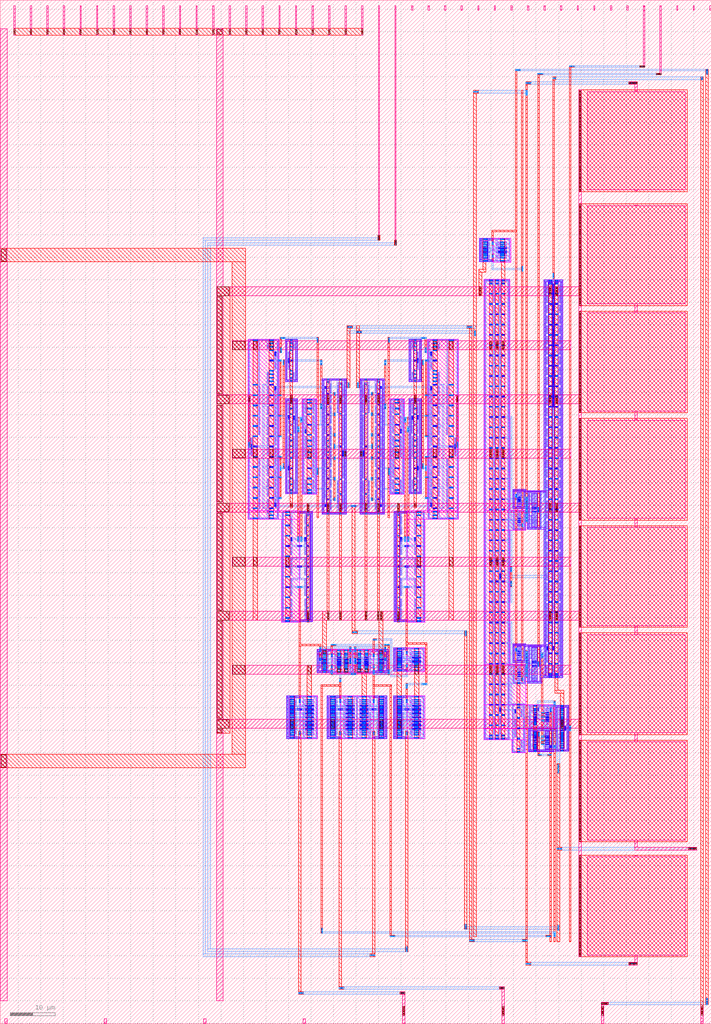
<source format=lef>
VERSION 5.7 ;
  NOWIREEXTENSIONATPIN ON ;
  DIVIDERCHAR "/" ;
  BUSBITCHARS "[]" ;
MACRO tt_um_System
  CLASS BLOCK ;
  FOREIGN tt_um_System ;
  ORIGIN -1.000 0.100 ;
  SIZE 157.900 BY 227.180 ;
  OBS
      LAYER pwell ;
        RECT 107.460 173.770 110.295 174.200 ;
        RECT 107.460 169.420 107.890 173.770 ;
        RECT 108.065 169.620 109.325 173.570 ;
        RECT 107.460 168.990 110.295 169.420 ;
      LAYER nwell ;
        RECT 110.395 168.940 114.355 174.250 ;
        RECT 56.000 113.690 62.890 151.850 ;
      LAYER pwell ;
        RECT 64.305 151.370 67.005 151.800 ;
        RECT 64.305 142.780 64.735 151.370 ;
        RECT 65.275 142.980 66.035 151.170 ;
        RECT 66.575 142.780 67.005 151.370 ;
        RECT 91.785 151.370 94.485 151.800 ;
        RECT 64.305 142.350 67.005 142.780 ;
        RECT 72.460 142.650 77.900 143.080 ;
        RECT 64.305 138.160 67.005 138.590 ;
        RECT 64.305 117.890 64.735 138.160 ;
        RECT 65.275 118.090 66.035 137.960 ;
        RECT 66.575 117.890 67.005 138.160 ;
        RECT 64.305 117.460 67.005 117.890 ;
      LAYER nwell ;
        RECT 68.010 117.410 71.310 138.640 ;
        RECT 56.000 111.820 67.465 113.690 ;
      LAYER pwell ;
        RECT 67.540 113.210 70.375 113.640 ;
      LAYER nwell ;
        RECT 63.505 89.020 67.465 111.820 ;
      LAYER pwell ;
        RECT 68.985 89.700 69.745 113.010 ;
        RECT 69.945 89.500 70.375 113.210 ;
        RECT 72.460 113.340 72.890 142.650 ;
        RECT 73.430 113.500 74.190 142.490 ;
        RECT 76.170 113.900 76.930 142.090 ;
        RECT 77.470 113.340 77.900 142.650 ;
        RECT 72.460 112.910 77.900 113.340 ;
        RECT 80.890 142.650 86.330 143.080 ;
        RECT 80.890 113.340 81.320 142.650 ;
        RECT 81.860 113.900 82.620 142.090 ;
        RECT 84.600 113.500 85.360 142.490 ;
        RECT 85.900 113.340 86.330 142.650 ;
        RECT 91.785 142.780 92.215 151.370 ;
        RECT 92.755 142.980 93.515 151.170 ;
        RECT 94.055 142.780 94.485 151.370 ;
        RECT 91.785 142.350 94.485 142.780 ;
      LAYER nwell ;
        RECT 87.480 117.410 90.780 138.640 ;
      LAYER pwell ;
        RECT 91.785 138.160 94.485 138.590 ;
        RECT 91.785 117.890 92.215 138.160 ;
        RECT 92.755 118.090 93.515 137.960 ;
        RECT 94.055 117.890 94.485 138.160 ;
        RECT 91.785 117.460 94.485 117.890 ;
      LAYER nwell ;
        RECT 95.900 113.690 102.790 151.850 ;
      LAYER pwell ;
        RECT 80.890 112.910 86.330 113.340 ;
        RECT 88.415 113.210 91.250 113.640 ;
        RECT 67.540 89.070 70.375 89.500 ;
        RECT 88.415 89.500 88.845 113.210 ;
        RECT 89.045 89.700 89.805 113.010 ;
      LAYER nwell ;
        RECT 91.325 111.820 102.790 113.690 ;
        RECT 108.455 113.875 114.195 165.100 ;
      LAYER pwell ;
        RECT 121.710 164.580 125.980 165.010 ;
        RECT 114.795 118.220 117.695 118.455 ;
        RECT 121.710 118.220 122.140 164.580 ;
        RECT 114.795 118.025 122.140 118.220 ;
        RECT 114.795 114.615 115.225 118.025 ;
        RECT 115.765 114.775 116.725 117.865 ;
        RECT 117.265 117.790 122.140 118.025 ;
        RECT 117.265 114.615 118.495 117.790 ;
        RECT 114.795 114.185 118.495 114.615 ;
        RECT 88.415 89.070 91.250 89.500 ;
      LAYER nwell ;
        RECT 91.325 89.020 95.285 111.820 ;
        RECT 108.455 109.425 117.745 113.875 ;
      LAYER pwell ;
        RECT 118.065 110.080 118.495 114.185 ;
        RECT 119.035 110.240 120.295 117.630 ;
        RECT 120.835 110.080 122.140 117.790 ;
        RECT 118.065 109.650 122.140 110.080 ;
        RECT 71.345 82.540 74.460 82.970 ;
        RECT 71.345 78.190 71.775 82.540 ;
        RECT 72.315 78.390 73.575 82.340 ;
        RECT 71.345 77.760 74.460 78.190 ;
      LAYER nwell ;
        RECT 74.680 77.710 83.880 83.020 ;
      LAYER pwell ;
        RECT 84.100 82.540 87.215 82.970 ;
        RECT 84.985 78.390 86.245 82.340 ;
        RECT 86.785 78.190 87.215 82.540 ;
        RECT 84.100 77.760 87.215 78.190 ;
        RECT 88.375 82.890 91.210 83.320 ;
        RECT 88.375 78.540 88.805 82.890 ;
        RECT 88.980 78.740 90.240 82.690 ;
        RECT 88.375 78.110 91.210 78.540 ;
      LAYER nwell ;
        RECT 91.310 78.060 95.270 83.370 ;
        RECT 108.455 79.675 114.195 109.425 ;
      LAYER pwell ;
        RECT 114.795 84.020 117.695 84.255 ;
        RECT 121.710 84.020 122.140 109.650 ;
        RECT 114.795 83.825 122.140 84.020 ;
        RECT 114.795 80.415 115.225 83.825 ;
        RECT 115.765 80.575 116.725 83.665 ;
        RECT 117.265 83.590 122.140 83.825 ;
        RECT 117.265 80.415 118.495 83.590 ;
        RECT 114.795 79.985 118.495 80.415 ;
        RECT 64.595 72.230 67.430 72.660 ;
        RECT 64.595 63.580 65.025 72.230 ;
        RECT 65.200 63.780 66.460 72.030 ;
        RECT 64.595 63.150 67.430 63.580 ;
      LAYER nwell ;
        RECT 67.530 63.100 71.490 72.710 ;
      LAYER pwell ;
        RECT 73.615 72.230 76.450 72.660 ;
        RECT 73.615 63.580 74.045 72.230 ;
        RECT 74.220 63.780 75.480 72.030 ;
        RECT 73.615 63.150 76.450 63.580 ;
      LAYER nwell ;
        RECT 76.550 63.100 83.940 72.710 ;
      LAYER pwell ;
        RECT 84.040 72.230 86.875 72.660 ;
        RECT 85.010 63.780 86.270 72.030 ;
        RECT 86.445 63.580 86.875 72.230 ;
        RECT 84.040 63.150 86.875 63.580 ;
        RECT 88.375 72.230 91.210 72.660 ;
        RECT 88.375 63.580 88.805 72.230 ;
        RECT 88.980 63.780 90.240 72.030 ;
        RECT 88.375 63.150 91.210 63.580 ;
      LAYER nwell ;
        RECT 91.310 63.100 95.270 72.710 ;
        RECT 108.455 70.700 117.745 79.675 ;
      LAYER pwell ;
        RECT 118.065 75.880 118.495 79.985 ;
        RECT 119.035 76.040 120.295 83.430 ;
        RECT 120.835 77.110 122.140 83.590 ;
        RECT 122.680 77.270 123.640 164.420 ;
        RECT 124.050 77.270 125.010 164.420 ;
        RECT 125.550 77.110 125.980 164.580 ;
        RECT 120.835 76.680 125.980 77.110 ;
        RECT 120.835 75.880 121.265 76.680 ;
        RECT 118.065 75.450 121.265 75.880 ;
      LAYER nwell ;
        RECT 108.455 65.390 124.005 70.700 ;
      LAYER pwell ;
        RECT 124.325 70.180 127.225 70.610 ;
      LAYER nwell ;
        RECT 108.455 62.910 117.745 65.390 ;
      LAYER pwell ;
        RECT 124.325 65.360 124.755 70.180 ;
      LAYER nwell ;
        RECT 114.590 59.990 117.745 62.910 ;
      LAYER pwell ;
        RECT 118.340 64.930 124.755 65.360 ;
        RECT 118.340 60.660 118.770 64.930 ;
        RECT 119.310 60.820 120.270 64.770 ;
        RECT 122.025 60.820 122.985 64.770 ;
        RECT 123.525 60.750 124.755 64.930 ;
        RECT 125.295 60.910 126.255 70.020 ;
        RECT 126.795 60.750 127.225 70.180 ;
        RECT 123.525 60.660 127.225 60.750 ;
        RECT 118.340 60.320 127.225 60.660 ;
        RECT 118.340 60.230 123.955 60.320 ;
      LAYER li1 ;
        RECT 107.590 173.900 110.165 174.070 ;
        RECT 110.575 173.900 114.175 174.070 ;
        RECT 107.590 169.290 107.760 173.900 ;
        RECT 108.195 173.230 109.195 173.400 ;
        RECT 111.545 173.230 113.545 173.400 ;
        RECT 108.195 172.800 109.195 172.970 ;
        RECT 109.365 172.620 109.695 173.150 ;
        RECT 111.045 172.620 111.375 173.150 ;
        RECT 111.545 172.800 113.545 172.970 ;
        RECT 108.195 172.370 109.195 172.540 ;
        RECT 111.545 172.370 113.545 172.540 ;
        RECT 108.195 171.940 109.195 172.110 ;
        RECT 109.365 171.760 109.695 172.290 ;
        RECT 111.045 171.760 111.375 172.290 ;
        RECT 111.545 171.940 113.545 172.110 ;
        RECT 108.195 171.510 109.195 171.680 ;
        RECT 111.545 171.510 113.545 171.680 ;
        RECT 108.195 171.080 109.195 171.250 ;
        RECT 109.365 170.900 109.695 171.430 ;
        RECT 111.045 170.900 111.375 171.430 ;
        RECT 111.545 171.080 113.545 171.250 ;
        RECT 108.195 170.650 109.195 170.820 ;
        RECT 111.545 170.650 113.545 170.820 ;
        RECT 108.195 170.220 109.195 170.390 ;
        RECT 109.365 170.040 109.695 170.570 ;
        RECT 111.045 170.040 111.375 170.570 ;
        RECT 111.545 170.220 113.545 170.390 ;
        RECT 108.195 169.790 109.195 169.960 ;
        RECT 111.545 169.790 113.545 169.960 ;
        RECT 114.005 169.290 114.175 173.900 ;
        RECT 107.590 169.120 110.165 169.290 ;
        RECT 110.575 169.120 114.175 169.290 ;
        RECT 108.635 164.750 114.015 164.920 ;
        RECT 56.180 151.500 62.710 151.670 ;
        RECT 56.180 112.170 56.350 151.500 ;
        RECT 60.740 150.830 61.740 151.000 ;
        RECT 60.240 149.690 60.570 150.580 ;
        RECT 60.740 150.050 61.740 150.220 ;
        RECT 60.740 149.270 61.740 149.440 ;
        RECT 61.910 147.410 62.240 149.020 ;
        RECT 60.740 146.990 61.740 147.160 ;
        RECT 61.910 145.130 62.240 146.740 ;
        RECT 60.740 144.710 61.740 144.880 ;
        RECT 60.240 143.570 60.570 144.460 ;
        RECT 60.740 143.930 61.740 144.100 ;
        RECT 60.740 143.150 61.740 143.320 ;
        RECT 60.240 142.010 60.570 142.900 ;
        RECT 60.740 142.370 61.740 142.540 ;
        RECT 57.150 141.590 58.150 141.760 ;
        RECT 60.740 141.590 61.740 141.760 ;
        RECT 58.320 139.730 58.650 141.340 ;
        RECT 60.240 139.730 60.570 141.340 ;
        RECT 61.910 139.730 62.240 141.340 ;
        RECT 57.150 139.310 58.150 139.480 ;
        RECT 60.740 139.310 61.740 139.480 ;
        RECT 58.320 137.450 58.650 139.060 ;
        RECT 60.240 137.450 60.570 139.060 ;
        RECT 61.910 137.450 62.240 139.060 ;
        RECT 57.150 137.030 58.150 137.200 ;
        RECT 60.740 137.030 61.740 137.200 ;
        RECT 58.320 135.170 58.650 136.780 ;
        RECT 60.240 135.170 60.570 136.780 ;
        RECT 61.910 135.170 62.240 136.780 ;
        RECT 57.150 134.750 58.150 134.920 ;
        RECT 60.740 134.750 61.740 134.920 ;
        RECT 58.320 132.890 58.650 134.500 ;
        RECT 60.240 132.890 60.570 134.500 ;
        RECT 61.910 132.890 62.240 134.500 ;
        RECT 57.150 132.470 58.150 132.640 ;
        RECT 60.740 132.470 61.740 132.640 ;
        RECT 58.320 130.610 58.650 132.220 ;
        RECT 60.240 130.610 60.570 132.220 ;
        RECT 61.910 130.610 62.240 132.220 ;
        RECT 57.150 130.190 58.150 130.360 ;
        RECT 60.740 130.190 61.740 130.360 ;
        RECT 56.650 128.330 56.980 129.940 ;
        RECT 60.240 128.330 60.570 129.940 ;
        RECT 61.910 128.330 62.240 129.940 ;
        RECT 57.150 127.910 58.150 128.080 ;
        RECT 60.740 127.910 61.740 128.080 ;
        RECT 56.650 126.050 56.980 127.660 ;
        RECT 60.240 126.050 60.570 127.660 ;
        RECT 61.910 126.050 62.240 127.660 ;
        RECT 57.150 125.630 58.150 125.800 ;
        RECT 60.740 125.630 61.740 125.800 ;
        RECT 58.320 123.770 58.650 125.380 ;
        RECT 60.240 123.770 60.570 125.380 ;
        RECT 61.910 123.770 62.240 125.380 ;
        RECT 57.150 123.350 58.150 123.520 ;
        RECT 60.740 123.350 61.740 123.520 ;
        RECT 58.320 121.490 58.650 123.100 ;
        RECT 60.240 121.490 60.570 123.100 ;
        RECT 61.910 121.490 62.240 123.100 ;
        RECT 57.150 121.070 58.150 121.240 ;
        RECT 60.740 121.070 61.740 121.240 ;
        RECT 58.320 119.210 58.650 120.820 ;
        RECT 60.240 119.210 60.570 120.820 ;
        RECT 61.910 119.210 62.240 120.820 ;
        RECT 57.150 118.790 58.150 118.960 ;
        RECT 60.740 118.790 61.740 118.960 ;
        RECT 58.320 116.930 58.650 118.540 ;
        RECT 60.240 116.930 60.570 118.540 ;
        RECT 61.910 116.930 62.240 118.540 ;
        RECT 57.150 116.510 58.150 116.680 ;
        RECT 60.740 116.510 61.740 116.680 ;
        RECT 58.320 114.650 58.650 116.260 ;
        RECT 60.240 114.650 60.570 116.260 ;
        RECT 61.910 114.650 62.240 116.260 ;
        RECT 57.150 114.230 58.150 114.400 ;
        RECT 60.740 114.230 61.740 114.400 ;
        RECT 60.240 113.090 60.570 113.980 ;
        RECT 60.740 113.450 61.740 113.620 ;
        RECT 60.740 112.670 61.740 112.840 ;
        RECT 62.540 112.170 62.710 151.500 ;
        RECT 64.435 151.500 66.875 151.670 ;
        RECT 64.435 142.650 64.605 151.500 ;
        RECT 65.405 150.830 65.905 151.000 ;
        RECT 65.405 150.050 65.905 150.220 ;
        RECT 66.075 149.690 66.405 150.580 ;
        RECT 65.405 149.270 65.905 149.440 ;
        RECT 64.905 147.410 65.235 149.020 ;
        RECT 65.405 146.990 65.905 147.160 ;
        RECT 64.905 145.130 65.235 146.740 ;
        RECT 65.405 144.710 65.905 144.880 ;
        RECT 65.405 143.930 65.905 144.100 ;
        RECT 66.075 143.570 66.405 144.460 ;
        RECT 65.405 143.150 65.905 143.320 ;
        RECT 66.705 142.650 66.875 151.500 ;
        RECT 91.915 151.500 94.355 151.670 ;
        RECT 64.435 142.480 66.875 142.650 ;
        RECT 72.590 142.780 77.770 142.950 ;
        RECT 64.435 138.290 66.875 138.460 ;
        RECT 64.435 117.760 64.605 138.290 ;
        RECT 65.405 137.620 65.905 137.790 ;
        RECT 64.905 135.435 65.235 137.405 ;
        RECT 65.405 136.340 65.905 136.510 ;
        RECT 66.075 135.435 66.405 137.405 ;
        RECT 65.405 135.060 65.905 135.230 ;
        RECT 64.905 133.200 65.235 134.810 ;
        RECT 66.075 133.200 66.405 134.810 ;
        RECT 65.405 132.780 65.905 132.950 ;
        RECT 64.905 130.920 65.235 132.530 ;
        RECT 66.075 130.920 66.405 132.530 ;
        RECT 65.405 130.500 65.905 130.670 ;
        RECT 64.905 128.315 65.235 130.285 ;
        RECT 65.405 129.220 65.905 129.390 ;
        RECT 66.075 128.315 66.405 130.285 ;
        RECT 65.405 127.940 65.905 128.110 ;
        RECT 64.905 125.755 65.235 127.725 ;
        RECT 65.405 126.660 65.905 126.830 ;
        RECT 66.075 125.755 66.405 127.725 ;
        RECT 65.405 125.380 65.905 125.550 ;
        RECT 64.905 123.520 65.235 125.130 ;
        RECT 65.405 123.100 65.905 123.270 ;
        RECT 64.905 121.240 65.235 122.850 ;
        RECT 65.405 120.820 65.905 120.990 ;
        RECT 64.905 118.635 65.235 120.605 ;
        RECT 65.405 119.540 65.905 119.710 ;
        RECT 66.075 118.635 66.405 120.605 ;
        RECT 65.405 118.260 65.905 118.430 ;
        RECT 66.705 117.760 66.875 138.290 ;
        RECT 64.435 117.590 66.875 117.760 ;
        RECT 68.190 138.290 71.130 138.460 ;
        RECT 68.190 117.760 68.360 138.290 ;
        RECT 69.160 137.620 70.160 137.790 ;
        RECT 68.660 135.435 68.990 137.405 ;
        RECT 69.160 136.340 70.160 136.510 ;
        RECT 70.330 135.435 70.660 137.405 ;
        RECT 69.160 135.060 70.160 135.230 ;
        RECT 68.660 133.200 68.990 134.810 ;
        RECT 70.330 133.200 70.660 134.810 ;
        RECT 69.160 132.780 70.160 132.950 ;
        RECT 68.660 130.920 68.990 132.530 ;
        RECT 70.330 130.920 70.660 132.530 ;
        RECT 69.160 130.500 70.160 130.670 ;
        RECT 68.660 128.315 68.990 130.285 ;
        RECT 69.160 129.220 70.160 129.390 ;
        RECT 70.330 128.315 70.660 130.285 ;
        RECT 69.160 127.940 70.160 128.110 ;
        RECT 68.660 125.755 68.990 127.725 ;
        RECT 69.160 126.660 70.160 126.830 ;
        RECT 70.330 125.755 70.660 127.725 ;
        RECT 69.160 125.380 70.160 125.550 ;
        RECT 70.330 123.520 70.660 125.130 ;
        RECT 69.160 123.100 70.160 123.270 ;
        RECT 70.330 121.240 70.660 122.850 ;
        RECT 69.160 120.820 70.160 120.990 ;
        RECT 68.660 118.635 68.990 120.605 ;
        RECT 69.160 119.540 70.160 119.710 ;
        RECT 70.330 118.635 70.660 120.605 ;
        RECT 69.160 118.260 70.160 118.430 ;
        RECT 70.960 117.760 71.130 138.290 ;
        RECT 68.190 117.590 71.130 117.760 ;
        RECT 56.180 112.000 62.710 112.170 ;
        RECT 63.685 113.340 67.285 113.510 ;
        RECT 67.670 113.340 70.245 113.510 ;
        RECT 63.685 89.370 63.855 113.340 ;
        RECT 64.315 112.670 65.315 112.840 ;
        RECT 69.115 112.670 69.615 112.840 ;
        RECT 65.485 110.810 65.815 112.420 ;
        RECT 68.615 110.810 68.945 112.420 ;
        RECT 64.315 110.390 65.315 110.560 ;
        RECT 69.115 110.390 69.615 110.560 ;
        RECT 65.485 108.530 65.815 110.140 ;
        RECT 68.615 108.530 68.945 110.140 ;
        RECT 64.315 108.110 65.315 108.280 ;
        RECT 69.115 108.110 69.615 108.280 ;
        RECT 65.485 106.250 65.815 107.860 ;
        RECT 68.615 106.250 68.945 107.860 ;
        RECT 64.315 105.830 65.315 106.000 ;
        RECT 69.115 105.830 69.615 106.000 ;
        RECT 65.485 103.970 65.815 105.580 ;
        RECT 68.615 103.970 68.945 105.580 ;
        RECT 64.315 103.550 65.315 103.720 ;
        RECT 69.115 103.550 69.615 103.720 ;
        RECT 65.485 101.690 65.815 103.300 ;
        RECT 68.615 101.690 68.945 103.300 ;
        RECT 64.315 101.270 65.315 101.440 ;
        RECT 69.115 101.270 69.615 101.440 ;
        RECT 65.485 99.410 65.815 101.020 ;
        RECT 68.615 99.410 68.945 101.020 ;
        RECT 64.315 98.990 65.315 99.160 ;
        RECT 69.115 98.990 69.615 99.160 ;
        RECT 65.485 97.130 65.815 98.740 ;
        RECT 68.615 97.130 68.945 98.740 ;
        RECT 64.315 96.710 65.315 96.880 ;
        RECT 69.115 96.710 69.615 96.880 ;
        RECT 65.485 94.850 65.815 96.460 ;
        RECT 68.615 94.850 68.945 96.460 ;
        RECT 64.315 94.430 65.315 94.600 ;
        RECT 69.115 94.430 69.615 94.600 ;
        RECT 65.485 92.570 65.815 94.180 ;
        RECT 68.615 92.570 68.945 94.180 ;
        RECT 64.315 92.150 65.315 92.320 ;
        RECT 69.115 92.150 69.615 92.320 ;
        RECT 65.485 90.290 65.815 91.900 ;
        RECT 68.615 90.290 68.945 91.900 ;
        RECT 64.315 89.870 65.315 90.040 ;
        RECT 69.115 89.870 69.615 90.040 ;
        RECT 70.075 89.370 70.245 113.340 ;
        RECT 72.590 113.210 72.760 142.780 ;
        RECT 73.560 142.150 74.060 142.320 ;
        RECT 73.560 140.870 74.060 141.040 ;
        RECT 74.230 139.965 74.560 141.935 ;
        RECT 76.300 141.750 76.800 141.920 ;
        RECT 73.560 139.590 74.060 139.760 ;
        RECT 73.060 137.730 73.390 139.340 ;
        RECT 74.230 137.730 74.560 139.340 ;
        RECT 75.800 138.845 76.130 141.535 ;
        RECT 76.970 138.845 77.300 141.535 ;
        RECT 76.300 138.470 76.800 138.640 ;
        RECT 73.560 137.310 74.060 137.480 ;
        RECT 73.060 135.450 73.390 137.060 ;
        RECT 74.230 135.450 74.560 137.060 ;
        RECT 75.800 135.565 76.130 138.255 ;
        RECT 76.970 135.565 77.300 138.255 ;
        RECT 73.560 135.030 74.060 135.200 ;
        RECT 76.300 135.190 76.800 135.360 ;
        RECT 73.060 133.170 73.390 134.780 ;
        RECT 74.230 133.170 74.560 134.780 ;
        RECT 73.560 132.750 74.060 132.920 ;
        RECT 73.060 130.890 73.390 132.500 ;
        RECT 74.230 130.890 74.560 132.500 ;
        RECT 73.560 130.470 74.060 130.640 ;
        RECT 73.060 128.285 73.390 130.255 ;
        RECT 73.560 129.190 74.060 129.360 ;
        RECT 74.230 128.285 74.560 130.255 ;
        RECT 76.970 128.310 77.300 134.960 ;
        RECT 73.560 127.910 74.060 128.080 ;
        RECT 76.300 127.910 76.800 128.080 ;
        RECT 73.060 125.725 73.390 127.695 ;
        RECT 73.560 126.630 74.060 126.800 ;
        RECT 74.230 125.725 74.560 127.695 ;
        RECT 73.560 125.350 74.060 125.520 ;
        RECT 73.060 123.490 73.390 125.100 ;
        RECT 74.230 123.490 74.560 125.100 ;
        RECT 73.560 123.070 74.060 123.240 ;
        RECT 73.060 121.210 73.390 122.820 ;
        RECT 74.230 121.210 74.560 122.820 ;
        RECT 76.970 121.030 77.300 127.680 ;
        RECT 73.560 120.790 74.060 120.960 ;
        RECT 76.300 120.630 76.800 120.800 ;
        RECT 73.060 118.930 73.390 120.540 ;
        RECT 74.230 118.930 74.560 120.540 ;
        RECT 73.560 118.510 74.060 118.680 ;
        RECT 73.060 116.650 73.390 118.260 ;
        RECT 74.230 116.650 74.560 118.260 ;
        RECT 75.800 117.725 76.130 120.415 ;
        RECT 76.970 117.725 77.300 120.415 ;
        RECT 76.300 117.350 76.800 117.520 ;
        RECT 73.560 116.230 74.060 116.400 ;
        RECT 73.560 114.950 74.060 115.120 ;
        RECT 74.230 114.045 74.560 116.015 ;
        RECT 75.800 114.445 76.130 117.135 ;
        RECT 76.970 114.445 77.300 117.135 ;
        RECT 76.300 114.070 76.800 114.240 ;
        RECT 73.560 113.670 74.060 113.840 ;
        RECT 77.600 113.210 77.770 142.780 ;
        RECT 72.590 113.040 77.770 113.210 ;
        RECT 81.020 142.780 86.200 142.950 ;
        RECT 81.020 113.210 81.190 142.780 ;
        RECT 84.730 142.150 85.230 142.320 ;
        RECT 81.990 141.750 82.490 141.920 ;
        RECT 81.490 138.845 81.820 141.535 ;
        RECT 82.660 138.845 82.990 141.535 ;
        RECT 84.230 139.965 84.560 141.935 ;
        RECT 84.730 140.870 85.230 141.040 ;
        RECT 84.730 139.590 85.230 139.760 ;
        RECT 81.990 138.470 82.490 138.640 ;
        RECT 81.490 135.565 81.820 138.255 ;
        RECT 82.660 135.565 82.990 138.255 ;
        RECT 84.230 137.730 84.560 139.340 ;
        RECT 85.400 137.730 85.730 139.340 ;
        RECT 84.730 137.310 85.230 137.480 ;
        RECT 84.230 135.450 84.560 137.060 ;
        RECT 85.400 135.450 85.730 137.060 ;
        RECT 81.990 135.190 82.490 135.360 ;
        RECT 84.730 135.030 85.230 135.200 ;
        RECT 81.490 128.310 81.820 134.960 ;
        RECT 84.230 133.170 84.560 134.780 ;
        RECT 85.400 133.170 85.730 134.780 ;
        RECT 84.730 132.750 85.230 132.920 ;
        RECT 84.230 130.890 84.560 132.500 ;
        RECT 85.400 130.890 85.730 132.500 ;
        RECT 84.730 130.470 85.230 130.640 ;
        RECT 84.230 128.285 84.560 130.255 ;
        RECT 84.730 129.190 85.230 129.360 ;
        RECT 85.400 128.285 85.730 130.255 ;
        RECT 81.990 127.910 82.490 128.080 ;
        RECT 84.730 127.910 85.230 128.080 ;
        RECT 81.490 121.030 81.820 127.680 ;
        RECT 84.230 125.725 84.560 127.695 ;
        RECT 84.730 126.630 85.230 126.800 ;
        RECT 85.400 125.725 85.730 127.695 ;
        RECT 84.730 125.350 85.230 125.520 ;
        RECT 84.230 123.490 84.560 125.100 ;
        RECT 85.400 123.490 85.730 125.100 ;
        RECT 84.730 123.070 85.230 123.240 ;
        RECT 84.230 121.210 84.560 122.820 ;
        RECT 85.400 121.210 85.730 122.820 ;
        RECT 81.990 120.630 82.490 120.800 ;
        RECT 84.730 120.790 85.230 120.960 ;
        RECT 81.490 117.725 81.820 120.415 ;
        RECT 82.660 117.725 82.990 120.415 ;
        RECT 84.230 118.930 84.560 120.540 ;
        RECT 85.400 118.930 85.730 120.540 ;
        RECT 84.730 118.510 85.230 118.680 ;
        RECT 81.990 117.350 82.490 117.520 ;
        RECT 81.490 114.445 81.820 117.135 ;
        RECT 82.660 114.445 82.990 117.135 ;
        RECT 84.230 116.650 84.560 118.260 ;
        RECT 85.400 116.650 85.730 118.260 ;
        RECT 84.730 116.230 85.230 116.400 ;
        RECT 81.990 114.070 82.490 114.240 ;
        RECT 84.230 114.045 84.560 116.015 ;
        RECT 84.730 114.950 85.230 115.120 ;
        RECT 84.730 113.670 85.230 113.840 ;
        RECT 86.030 113.210 86.200 142.780 ;
        RECT 91.915 142.650 92.085 151.500 ;
        RECT 92.885 150.830 93.385 151.000 ;
        RECT 92.385 149.690 92.715 150.580 ;
        RECT 92.885 150.050 93.385 150.220 ;
        RECT 92.885 149.270 93.385 149.440 ;
        RECT 93.555 147.410 93.885 149.020 ;
        RECT 92.885 146.990 93.385 147.160 ;
        RECT 93.555 145.130 93.885 146.740 ;
        RECT 92.885 144.710 93.385 144.880 ;
        RECT 92.385 143.570 92.715 144.460 ;
        RECT 92.885 143.930 93.385 144.100 ;
        RECT 92.885 143.150 93.385 143.320 ;
        RECT 94.185 142.650 94.355 151.500 ;
        RECT 91.915 142.480 94.355 142.650 ;
        RECT 96.080 151.500 102.610 151.670 ;
        RECT 87.660 138.290 90.600 138.460 ;
        RECT 87.660 117.760 87.830 138.290 ;
        RECT 88.630 137.620 89.630 137.790 ;
        RECT 88.130 135.435 88.460 137.405 ;
        RECT 88.630 136.340 89.630 136.510 ;
        RECT 89.800 135.435 90.130 137.405 ;
        RECT 88.630 135.060 89.630 135.230 ;
        RECT 88.130 133.200 88.460 134.810 ;
        RECT 89.800 133.200 90.130 134.810 ;
        RECT 88.630 132.780 89.630 132.950 ;
        RECT 88.130 130.920 88.460 132.530 ;
        RECT 89.800 130.920 90.130 132.530 ;
        RECT 88.630 130.500 89.630 130.670 ;
        RECT 88.130 128.315 88.460 130.285 ;
        RECT 88.630 129.220 89.630 129.390 ;
        RECT 89.800 128.315 90.130 130.285 ;
        RECT 88.630 127.940 89.630 128.110 ;
        RECT 88.130 125.755 88.460 127.725 ;
        RECT 88.630 126.660 89.630 126.830 ;
        RECT 89.800 125.755 90.130 127.725 ;
        RECT 88.630 125.380 89.630 125.550 ;
        RECT 88.130 123.520 88.460 125.130 ;
        RECT 88.630 123.100 89.630 123.270 ;
        RECT 88.130 121.240 88.460 122.850 ;
        RECT 88.630 120.820 89.630 120.990 ;
        RECT 88.130 118.635 88.460 120.605 ;
        RECT 88.630 119.540 89.630 119.710 ;
        RECT 89.800 118.635 90.130 120.605 ;
        RECT 88.630 118.260 89.630 118.430 ;
        RECT 90.430 117.760 90.600 138.290 ;
        RECT 87.660 117.590 90.600 117.760 ;
        RECT 91.915 138.290 94.355 138.460 ;
        RECT 91.915 117.760 92.085 138.290 ;
        RECT 92.885 137.620 93.385 137.790 ;
        RECT 92.385 135.435 92.715 137.405 ;
        RECT 92.885 136.340 93.385 136.510 ;
        RECT 93.555 135.435 93.885 137.405 ;
        RECT 92.885 135.060 93.385 135.230 ;
        RECT 92.385 133.200 92.715 134.810 ;
        RECT 93.555 133.200 93.885 134.810 ;
        RECT 92.885 132.780 93.385 132.950 ;
        RECT 92.385 130.920 92.715 132.530 ;
        RECT 93.555 130.920 93.885 132.530 ;
        RECT 92.885 130.500 93.385 130.670 ;
        RECT 92.385 128.315 92.715 130.285 ;
        RECT 92.885 129.220 93.385 129.390 ;
        RECT 93.555 128.315 93.885 130.285 ;
        RECT 92.885 127.940 93.385 128.110 ;
        RECT 92.385 125.755 92.715 127.725 ;
        RECT 92.885 126.660 93.385 126.830 ;
        RECT 93.555 125.755 93.885 127.725 ;
        RECT 92.885 125.380 93.385 125.550 ;
        RECT 93.555 123.520 93.885 125.130 ;
        RECT 92.885 123.100 93.385 123.270 ;
        RECT 93.555 121.240 93.885 122.850 ;
        RECT 92.885 120.820 93.385 120.990 ;
        RECT 92.385 118.635 92.715 120.605 ;
        RECT 92.885 119.540 93.385 119.710 ;
        RECT 93.555 118.635 93.885 120.605 ;
        RECT 92.885 118.260 93.385 118.430 ;
        RECT 94.185 117.760 94.355 138.290 ;
        RECT 91.915 117.590 94.355 117.760 ;
        RECT 81.020 113.040 86.200 113.210 ;
        RECT 88.545 113.340 91.120 113.510 ;
        RECT 91.505 113.340 95.105 113.510 ;
        RECT 63.685 89.200 67.285 89.370 ;
        RECT 67.670 89.200 70.245 89.370 ;
        RECT 88.545 89.370 88.715 113.340 ;
        RECT 89.175 112.670 89.675 112.840 ;
        RECT 93.475 112.670 94.475 112.840 ;
        RECT 89.845 110.810 90.175 112.420 ;
        RECT 92.975 110.810 93.305 112.420 ;
        RECT 89.175 110.390 89.675 110.560 ;
        RECT 93.475 110.390 94.475 110.560 ;
        RECT 89.845 108.530 90.175 110.140 ;
        RECT 92.975 108.530 93.305 110.140 ;
        RECT 89.175 108.110 89.675 108.280 ;
        RECT 93.475 108.110 94.475 108.280 ;
        RECT 89.845 106.250 90.175 107.860 ;
        RECT 92.975 106.250 93.305 107.860 ;
        RECT 89.175 105.830 89.675 106.000 ;
        RECT 93.475 105.830 94.475 106.000 ;
        RECT 89.845 103.970 90.175 105.580 ;
        RECT 92.975 103.970 93.305 105.580 ;
        RECT 89.175 103.550 89.675 103.720 ;
        RECT 93.475 103.550 94.475 103.720 ;
        RECT 89.845 101.690 90.175 103.300 ;
        RECT 92.975 101.690 93.305 103.300 ;
        RECT 89.175 101.270 89.675 101.440 ;
        RECT 93.475 101.270 94.475 101.440 ;
        RECT 89.845 99.410 90.175 101.020 ;
        RECT 92.975 99.410 93.305 101.020 ;
        RECT 89.175 98.990 89.675 99.160 ;
        RECT 93.475 98.990 94.475 99.160 ;
        RECT 89.845 97.130 90.175 98.740 ;
        RECT 92.975 97.130 93.305 98.740 ;
        RECT 89.175 96.710 89.675 96.880 ;
        RECT 93.475 96.710 94.475 96.880 ;
        RECT 89.845 94.850 90.175 96.460 ;
        RECT 92.975 94.850 93.305 96.460 ;
        RECT 89.175 94.430 89.675 94.600 ;
        RECT 93.475 94.430 94.475 94.600 ;
        RECT 89.845 92.570 90.175 94.180 ;
        RECT 92.975 92.570 93.305 94.180 ;
        RECT 89.175 92.150 89.675 92.320 ;
        RECT 93.475 92.150 94.475 92.320 ;
        RECT 89.845 90.290 90.175 91.900 ;
        RECT 92.975 90.290 93.305 91.900 ;
        RECT 89.175 89.870 89.675 90.040 ;
        RECT 93.475 89.870 94.475 90.040 ;
        RECT 94.935 89.370 95.105 113.340 ;
        RECT 96.080 112.170 96.250 151.500 ;
        RECT 97.050 150.830 98.050 151.000 ;
        RECT 97.050 150.050 98.050 150.220 ;
        RECT 98.220 149.690 98.550 150.580 ;
        RECT 97.050 149.270 98.050 149.440 ;
        RECT 96.550 147.410 96.880 149.020 ;
        RECT 97.050 146.990 98.050 147.160 ;
        RECT 96.550 145.130 96.880 146.740 ;
        RECT 97.050 144.710 98.050 144.880 ;
        RECT 97.050 143.930 98.050 144.100 ;
        RECT 98.220 143.570 98.550 144.460 ;
        RECT 97.050 143.150 98.050 143.320 ;
        RECT 97.050 142.370 98.050 142.540 ;
        RECT 98.220 142.010 98.550 142.900 ;
        RECT 97.050 141.590 98.050 141.760 ;
        RECT 100.640 141.590 101.640 141.760 ;
        RECT 96.550 139.730 96.880 141.340 ;
        RECT 98.220 139.730 98.550 141.340 ;
        RECT 100.140 139.730 100.470 141.340 ;
        RECT 97.050 139.310 98.050 139.480 ;
        RECT 100.640 139.310 101.640 139.480 ;
        RECT 96.550 137.450 96.880 139.060 ;
        RECT 98.220 137.450 98.550 139.060 ;
        RECT 100.140 137.450 100.470 139.060 ;
        RECT 97.050 137.030 98.050 137.200 ;
        RECT 100.640 137.030 101.640 137.200 ;
        RECT 96.550 135.170 96.880 136.780 ;
        RECT 98.220 135.170 98.550 136.780 ;
        RECT 100.140 135.170 100.470 136.780 ;
        RECT 97.050 134.750 98.050 134.920 ;
        RECT 100.640 134.750 101.640 134.920 ;
        RECT 96.550 132.890 96.880 134.500 ;
        RECT 98.220 132.890 98.550 134.500 ;
        RECT 100.140 132.890 100.470 134.500 ;
        RECT 97.050 132.470 98.050 132.640 ;
        RECT 100.640 132.470 101.640 132.640 ;
        RECT 96.550 130.610 96.880 132.220 ;
        RECT 98.220 130.610 98.550 132.220 ;
        RECT 100.140 130.610 100.470 132.220 ;
        RECT 97.050 130.190 98.050 130.360 ;
        RECT 100.640 130.190 101.640 130.360 ;
        RECT 96.550 128.330 96.880 129.940 ;
        RECT 98.220 128.330 98.550 129.940 ;
        RECT 101.810 128.330 102.140 129.940 ;
        RECT 97.050 127.910 98.050 128.080 ;
        RECT 100.640 127.910 101.640 128.080 ;
        RECT 96.550 126.050 96.880 127.660 ;
        RECT 98.220 126.050 98.550 127.660 ;
        RECT 101.810 126.050 102.140 127.660 ;
        RECT 97.050 125.630 98.050 125.800 ;
        RECT 100.640 125.630 101.640 125.800 ;
        RECT 96.550 123.770 96.880 125.380 ;
        RECT 98.220 123.770 98.550 125.380 ;
        RECT 100.140 123.770 100.470 125.380 ;
        RECT 97.050 123.350 98.050 123.520 ;
        RECT 100.640 123.350 101.640 123.520 ;
        RECT 96.550 121.490 96.880 123.100 ;
        RECT 98.220 121.490 98.550 123.100 ;
        RECT 100.140 121.490 100.470 123.100 ;
        RECT 97.050 121.070 98.050 121.240 ;
        RECT 100.640 121.070 101.640 121.240 ;
        RECT 96.550 119.210 96.880 120.820 ;
        RECT 98.220 119.210 98.550 120.820 ;
        RECT 100.140 119.210 100.470 120.820 ;
        RECT 97.050 118.790 98.050 118.960 ;
        RECT 100.640 118.790 101.640 118.960 ;
        RECT 96.550 116.930 96.880 118.540 ;
        RECT 98.220 116.930 98.550 118.540 ;
        RECT 100.140 116.930 100.470 118.540 ;
        RECT 97.050 116.510 98.050 116.680 ;
        RECT 100.640 116.510 101.640 116.680 ;
        RECT 96.550 114.650 96.880 116.260 ;
        RECT 98.220 114.650 98.550 116.260 ;
        RECT 100.140 114.650 100.470 116.260 ;
        RECT 97.050 114.230 98.050 114.400 ;
        RECT 100.640 114.230 101.640 114.400 ;
        RECT 97.050 113.450 98.050 113.620 ;
        RECT 98.220 113.090 98.550 113.980 ;
        RECT 97.050 112.670 98.050 112.840 ;
        RECT 102.440 112.170 102.610 151.500 ;
        RECT 96.080 112.000 102.610 112.170 ;
        RECT 88.545 89.200 91.120 89.370 ;
        RECT 91.505 89.200 95.105 89.370 ;
        RECT 88.505 83.020 91.080 83.190 ;
        RECT 91.490 83.020 95.090 83.190 ;
        RECT 71.475 82.670 74.330 82.840 ;
        RECT 74.860 82.670 83.700 82.840 ;
        RECT 84.230 82.670 87.085 82.840 ;
        RECT 71.475 78.060 71.645 82.670 ;
        RECT 72.445 82.000 73.445 82.170 ;
        RECT 75.745 82.000 76.745 82.170 ;
        RECT 77.395 82.000 78.395 82.170 ;
        RECT 71.945 81.390 72.275 81.920 ;
        RECT 72.445 81.570 73.445 81.740 ;
        RECT 73.615 81.390 73.945 81.920 ;
        RECT 75.245 81.390 75.575 81.920 ;
        RECT 75.745 81.570 76.745 81.740 ;
        RECT 77.395 81.570 78.395 81.740 ;
        RECT 78.565 81.390 78.895 81.920 ;
        RECT 72.445 81.140 73.445 81.310 ;
        RECT 75.745 81.140 76.745 81.310 ;
        RECT 77.395 81.140 78.395 81.310 ;
        RECT 71.945 80.530 72.275 81.060 ;
        RECT 72.445 80.710 73.445 80.880 ;
        RECT 73.615 80.530 73.945 81.060 ;
        RECT 75.245 80.530 75.575 81.060 ;
        RECT 75.745 80.710 76.745 80.880 ;
        RECT 77.395 80.710 78.395 80.880 ;
        RECT 78.565 80.530 78.895 81.060 ;
        RECT 72.445 80.280 73.445 80.450 ;
        RECT 75.745 80.280 76.745 80.450 ;
        RECT 77.395 80.280 78.395 80.450 ;
        RECT 71.945 79.670 72.275 80.200 ;
        RECT 72.445 79.850 73.445 80.020 ;
        RECT 73.615 79.670 73.945 80.200 ;
        RECT 75.245 79.670 75.575 80.200 ;
        RECT 75.745 79.850 76.745 80.020 ;
        RECT 77.395 79.850 78.395 80.020 ;
        RECT 78.565 79.670 78.895 80.200 ;
        RECT 72.445 79.420 73.445 79.590 ;
        RECT 75.745 79.420 76.745 79.590 ;
        RECT 77.395 79.420 78.395 79.590 ;
        RECT 71.945 78.810 72.275 79.340 ;
        RECT 72.445 78.990 73.445 79.160 ;
        RECT 73.615 78.810 73.945 79.340 ;
        RECT 75.245 78.810 75.575 79.340 ;
        RECT 75.745 78.990 76.745 79.160 ;
        RECT 77.395 78.990 78.395 79.160 ;
        RECT 78.565 78.810 78.895 79.340 ;
        RECT 72.445 78.560 73.445 78.730 ;
        RECT 75.745 78.560 76.745 78.730 ;
        RECT 77.395 78.560 78.395 78.730 ;
        RECT 79.195 78.060 79.365 82.670 ;
        RECT 80.165 82.000 81.165 82.170 ;
        RECT 81.815 82.000 82.815 82.170 ;
        RECT 85.115 82.000 86.115 82.170 ;
        RECT 79.665 81.390 79.995 81.920 ;
        RECT 80.165 81.570 81.165 81.740 ;
        RECT 81.815 81.570 82.815 81.740 ;
        RECT 82.985 81.390 83.315 81.920 ;
        RECT 84.615 81.390 84.945 81.920 ;
        RECT 85.115 81.570 86.115 81.740 ;
        RECT 86.285 81.390 86.615 81.920 ;
        RECT 80.165 81.140 81.165 81.310 ;
        RECT 81.815 81.140 82.815 81.310 ;
        RECT 85.115 81.140 86.115 81.310 ;
        RECT 79.665 80.530 79.995 81.060 ;
        RECT 80.165 80.710 81.165 80.880 ;
        RECT 81.815 80.710 82.815 80.880 ;
        RECT 82.985 80.530 83.315 81.060 ;
        RECT 84.615 80.530 84.945 81.060 ;
        RECT 85.115 80.710 86.115 80.880 ;
        RECT 86.285 80.530 86.615 81.060 ;
        RECT 80.165 80.280 81.165 80.450 ;
        RECT 81.815 80.280 82.815 80.450 ;
        RECT 85.115 80.280 86.115 80.450 ;
        RECT 79.665 79.670 79.995 80.200 ;
        RECT 80.165 79.850 81.165 80.020 ;
        RECT 81.815 79.850 82.815 80.020 ;
        RECT 82.985 79.670 83.315 80.200 ;
        RECT 84.615 79.670 84.945 80.200 ;
        RECT 85.115 79.850 86.115 80.020 ;
        RECT 86.285 79.670 86.615 80.200 ;
        RECT 80.165 79.420 81.165 79.590 ;
        RECT 81.815 79.420 82.815 79.590 ;
        RECT 85.115 79.420 86.115 79.590 ;
        RECT 79.665 78.810 79.995 79.340 ;
        RECT 80.165 78.990 81.165 79.160 ;
        RECT 81.815 78.990 82.815 79.160 ;
        RECT 82.985 78.810 83.315 79.340 ;
        RECT 84.615 78.810 84.945 79.340 ;
        RECT 85.115 78.990 86.115 79.160 ;
        RECT 86.285 78.810 86.615 79.340 ;
        RECT 80.165 78.560 81.165 78.730 ;
        RECT 81.815 78.560 82.815 78.730 ;
        RECT 85.115 78.560 86.115 78.730 ;
        RECT 86.915 78.060 87.085 82.670 ;
        RECT 88.505 78.410 88.675 83.020 ;
        RECT 89.110 82.350 90.110 82.520 ;
        RECT 92.460 82.350 94.460 82.520 ;
        RECT 89.110 81.920 90.110 82.090 ;
        RECT 90.280 81.740 90.610 82.270 ;
        RECT 91.960 81.740 92.290 82.270 ;
        RECT 92.460 81.920 94.460 82.090 ;
        RECT 89.110 81.490 90.110 81.660 ;
        RECT 92.460 81.490 94.460 81.660 ;
        RECT 89.110 81.060 90.110 81.230 ;
        RECT 90.280 80.880 90.610 81.410 ;
        RECT 91.960 80.880 92.290 81.410 ;
        RECT 92.460 81.060 94.460 81.230 ;
        RECT 89.110 80.630 90.110 80.800 ;
        RECT 92.460 80.630 94.460 80.800 ;
        RECT 89.110 80.200 90.110 80.370 ;
        RECT 90.280 80.020 90.610 80.550 ;
        RECT 91.960 80.020 92.290 80.550 ;
        RECT 92.460 80.200 94.460 80.370 ;
        RECT 89.110 79.770 90.110 79.940 ;
        RECT 92.460 79.770 94.460 79.940 ;
        RECT 89.110 79.340 90.110 79.510 ;
        RECT 90.280 79.160 90.610 79.690 ;
        RECT 91.960 79.160 92.290 79.690 ;
        RECT 92.460 79.340 94.460 79.510 ;
        RECT 89.110 78.910 90.110 79.080 ;
        RECT 92.460 78.910 94.460 79.080 ;
        RECT 94.920 78.410 95.090 83.020 ;
        RECT 88.505 78.240 91.080 78.410 ;
        RECT 91.490 78.240 95.090 78.410 ;
        RECT 71.475 77.890 74.330 78.060 ;
        RECT 74.860 77.890 83.700 78.060 ;
        RECT 84.230 77.890 87.085 78.060 ;
        RECT 64.725 72.360 67.300 72.530 ;
        RECT 67.710 72.360 71.310 72.530 ;
        RECT 64.725 63.450 64.895 72.360 ;
        RECT 65.330 71.690 66.330 71.860 ;
        RECT 68.680 71.690 70.680 71.860 ;
        RECT 65.330 71.260 66.330 71.430 ;
        RECT 66.500 71.080 66.830 71.610 ;
        RECT 68.180 71.080 68.510 71.610 ;
        RECT 68.680 71.260 70.680 71.430 ;
        RECT 65.330 70.830 66.330 71.000 ;
        RECT 68.680 70.830 70.680 71.000 ;
        RECT 65.330 70.400 66.330 70.570 ;
        RECT 66.500 70.220 66.830 70.750 ;
        RECT 68.180 70.220 68.510 70.750 ;
        RECT 68.680 70.400 70.680 70.570 ;
        RECT 65.330 69.970 66.330 70.140 ;
        RECT 68.680 69.970 70.680 70.140 ;
        RECT 65.330 69.540 66.330 69.710 ;
        RECT 66.500 69.360 66.830 69.890 ;
        RECT 68.180 69.360 68.510 69.890 ;
        RECT 68.680 69.540 70.680 69.710 ;
        RECT 65.330 69.110 66.330 69.280 ;
        RECT 68.680 69.110 70.680 69.280 ;
        RECT 65.330 68.680 66.330 68.850 ;
        RECT 66.500 68.500 66.830 69.030 ;
        RECT 68.180 68.500 68.510 69.030 ;
        RECT 68.680 68.680 70.680 68.850 ;
        RECT 65.330 68.250 66.330 68.420 ;
        RECT 68.680 68.250 70.680 68.420 ;
        RECT 65.330 67.820 66.330 67.990 ;
        RECT 66.500 67.640 66.830 68.170 ;
        RECT 68.180 67.640 68.510 68.170 ;
        RECT 68.680 67.820 70.680 67.990 ;
        RECT 65.330 67.390 66.330 67.560 ;
        RECT 68.680 67.390 70.680 67.560 ;
        RECT 65.330 66.960 66.330 67.130 ;
        RECT 66.500 66.780 66.830 67.310 ;
        RECT 68.180 66.780 68.510 67.310 ;
        RECT 68.680 66.960 70.680 67.130 ;
        RECT 65.330 66.530 66.330 66.700 ;
        RECT 68.680 66.530 70.680 66.700 ;
        RECT 65.330 66.100 66.330 66.270 ;
        RECT 66.500 65.920 66.830 66.450 ;
        RECT 68.180 65.920 68.510 66.450 ;
        RECT 68.680 66.100 70.680 66.270 ;
        RECT 65.330 65.670 66.330 65.840 ;
        RECT 68.680 65.670 70.680 65.840 ;
        RECT 65.330 65.240 66.330 65.410 ;
        RECT 66.500 65.060 66.830 65.590 ;
        RECT 68.180 65.060 68.510 65.590 ;
        RECT 68.680 65.240 70.680 65.410 ;
        RECT 65.330 64.810 66.330 64.980 ;
        RECT 68.680 64.810 70.680 64.980 ;
        RECT 65.330 64.380 66.330 64.550 ;
        RECT 66.500 64.200 66.830 64.730 ;
        RECT 68.180 64.200 68.510 64.730 ;
        RECT 68.680 64.380 70.680 64.550 ;
        RECT 65.330 63.950 66.330 64.120 ;
        RECT 68.680 63.950 70.680 64.120 ;
        RECT 71.140 63.450 71.310 72.360 ;
        RECT 64.725 63.280 67.300 63.450 ;
        RECT 67.710 63.280 71.310 63.450 ;
        RECT 73.745 72.360 76.320 72.530 ;
        RECT 76.730 72.360 83.760 72.530 ;
        RECT 84.170 72.360 86.745 72.530 ;
        RECT 73.745 63.450 73.915 72.360 ;
        RECT 74.350 71.690 75.350 71.860 ;
        RECT 77.700 71.690 79.700 71.860 ;
        RECT 74.350 71.260 75.350 71.430 ;
        RECT 75.520 71.080 75.850 71.610 ;
        RECT 77.200 71.080 77.530 71.610 ;
        RECT 77.700 71.260 79.700 71.430 ;
        RECT 74.350 70.830 75.350 71.000 ;
        RECT 77.700 70.830 79.700 71.000 ;
        RECT 74.350 70.400 75.350 70.570 ;
        RECT 75.520 70.220 75.850 70.750 ;
        RECT 77.200 70.220 77.530 70.750 ;
        RECT 77.700 70.400 79.700 70.570 ;
        RECT 74.350 69.970 75.350 70.140 ;
        RECT 77.700 69.970 79.700 70.140 ;
        RECT 74.350 69.540 75.350 69.710 ;
        RECT 75.520 69.360 75.850 69.890 ;
        RECT 77.200 69.360 77.530 69.890 ;
        RECT 77.700 69.540 79.700 69.710 ;
        RECT 74.350 69.110 75.350 69.280 ;
        RECT 77.700 69.110 79.700 69.280 ;
        RECT 74.350 68.680 75.350 68.850 ;
        RECT 75.520 68.500 75.850 69.030 ;
        RECT 77.200 68.500 77.530 69.030 ;
        RECT 77.700 68.680 79.700 68.850 ;
        RECT 74.350 68.250 75.350 68.420 ;
        RECT 77.700 68.250 79.700 68.420 ;
        RECT 74.350 67.820 75.350 67.990 ;
        RECT 75.520 67.640 75.850 68.170 ;
        RECT 77.200 67.640 77.530 68.170 ;
        RECT 77.700 67.820 79.700 67.990 ;
        RECT 74.350 67.390 75.350 67.560 ;
        RECT 77.700 67.390 79.700 67.560 ;
        RECT 74.350 66.960 75.350 67.130 ;
        RECT 75.520 66.780 75.850 67.310 ;
        RECT 77.200 66.780 77.530 67.310 ;
        RECT 77.700 66.960 79.700 67.130 ;
        RECT 74.350 66.530 75.350 66.700 ;
        RECT 77.700 66.530 79.700 66.700 ;
        RECT 74.350 66.100 75.350 66.270 ;
        RECT 75.520 65.920 75.850 66.450 ;
        RECT 77.200 65.920 77.530 66.450 ;
        RECT 77.700 66.100 79.700 66.270 ;
        RECT 74.350 65.670 75.350 65.840 ;
        RECT 77.700 65.670 79.700 65.840 ;
        RECT 74.350 65.240 75.350 65.410 ;
        RECT 75.520 65.060 75.850 65.590 ;
        RECT 77.200 65.060 77.530 65.590 ;
        RECT 77.700 65.240 79.700 65.410 ;
        RECT 74.350 64.810 75.350 64.980 ;
        RECT 77.700 64.810 79.700 64.980 ;
        RECT 74.350 64.380 75.350 64.550 ;
        RECT 75.520 64.200 75.850 64.730 ;
        RECT 77.200 64.200 77.530 64.730 ;
        RECT 77.700 64.380 79.700 64.550 ;
        RECT 74.350 63.950 75.350 64.120 ;
        RECT 77.700 63.950 79.700 64.120 ;
        RECT 80.160 63.450 80.330 72.360 ;
        RECT 80.790 71.690 82.790 71.860 ;
        RECT 85.140 71.690 86.140 71.860 ;
        RECT 80.790 71.260 82.790 71.430 ;
        RECT 82.960 71.080 83.290 71.610 ;
        RECT 84.640 71.080 84.970 71.610 ;
        RECT 85.140 71.260 86.140 71.430 ;
        RECT 80.790 70.830 82.790 71.000 ;
        RECT 85.140 70.830 86.140 71.000 ;
        RECT 80.790 70.400 82.790 70.570 ;
        RECT 82.960 70.220 83.290 70.750 ;
        RECT 84.640 70.220 84.970 70.750 ;
        RECT 85.140 70.400 86.140 70.570 ;
        RECT 80.790 69.970 82.790 70.140 ;
        RECT 85.140 69.970 86.140 70.140 ;
        RECT 80.790 69.540 82.790 69.710 ;
        RECT 82.960 69.360 83.290 69.890 ;
        RECT 84.640 69.360 84.970 69.890 ;
        RECT 85.140 69.540 86.140 69.710 ;
        RECT 80.790 69.110 82.790 69.280 ;
        RECT 85.140 69.110 86.140 69.280 ;
        RECT 80.790 68.680 82.790 68.850 ;
        RECT 82.960 68.500 83.290 69.030 ;
        RECT 84.640 68.500 84.970 69.030 ;
        RECT 85.140 68.680 86.140 68.850 ;
        RECT 80.790 68.250 82.790 68.420 ;
        RECT 85.140 68.250 86.140 68.420 ;
        RECT 80.790 67.820 82.790 67.990 ;
        RECT 82.960 67.640 83.290 68.170 ;
        RECT 84.640 67.640 84.970 68.170 ;
        RECT 85.140 67.820 86.140 67.990 ;
        RECT 80.790 67.390 82.790 67.560 ;
        RECT 85.140 67.390 86.140 67.560 ;
        RECT 80.790 66.960 82.790 67.130 ;
        RECT 82.960 66.780 83.290 67.310 ;
        RECT 84.640 66.780 84.970 67.310 ;
        RECT 85.140 66.960 86.140 67.130 ;
        RECT 80.790 66.530 82.790 66.700 ;
        RECT 85.140 66.530 86.140 66.700 ;
        RECT 80.790 66.100 82.790 66.270 ;
        RECT 82.960 65.920 83.290 66.450 ;
        RECT 84.640 65.920 84.970 66.450 ;
        RECT 85.140 66.100 86.140 66.270 ;
        RECT 80.790 65.670 82.790 65.840 ;
        RECT 85.140 65.670 86.140 65.840 ;
        RECT 80.790 65.240 82.790 65.410 ;
        RECT 82.960 65.060 83.290 65.590 ;
        RECT 84.640 65.060 84.970 65.590 ;
        RECT 85.140 65.240 86.140 65.410 ;
        RECT 80.790 64.810 82.790 64.980 ;
        RECT 85.140 64.810 86.140 64.980 ;
        RECT 80.790 64.380 82.790 64.550 ;
        RECT 82.960 64.200 83.290 64.730 ;
        RECT 84.640 64.200 84.970 64.730 ;
        RECT 85.140 64.380 86.140 64.550 ;
        RECT 80.790 63.950 82.790 64.120 ;
        RECT 85.140 63.950 86.140 64.120 ;
        RECT 86.575 63.450 86.745 72.360 ;
        RECT 73.745 63.280 76.320 63.450 ;
        RECT 76.730 63.280 83.760 63.450 ;
        RECT 84.170 63.280 86.745 63.450 ;
        RECT 88.505 72.360 91.080 72.530 ;
        RECT 91.490 72.360 95.090 72.530 ;
        RECT 88.505 63.450 88.675 72.360 ;
        RECT 89.110 71.690 90.110 71.860 ;
        RECT 92.460 71.690 94.460 71.860 ;
        RECT 89.110 71.260 90.110 71.430 ;
        RECT 90.280 71.080 90.610 71.610 ;
        RECT 91.960 71.080 92.290 71.610 ;
        RECT 92.460 71.260 94.460 71.430 ;
        RECT 89.110 70.830 90.110 71.000 ;
        RECT 92.460 70.830 94.460 71.000 ;
        RECT 89.110 70.400 90.110 70.570 ;
        RECT 90.280 70.220 90.610 70.750 ;
        RECT 91.960 70.220 92.290 70.750 ;
        RECT 92.460 70.400 94.460 70.570 ;
        RECT 89.110 69.970 90.110 70.140 ;
        RECT 92.460 69.970 94.460 70.140 ;
        RECT 89.110 69.540 90.110 69.710 ;
        RECT 90.280 69.360 90.610 69.890 ;
        RECT 91.960 69.360 92.290 69.890 ;
        RECT 92.460 69.540 94.460 69.710 ;
        RECT 89.110 69.110 90.110 69.280 ;
        RECT 92.460 69.110 94.460 69.280 ;
        RECT 89.110 68.680 90.110 68.850 ;
        RECT 90.280 68.500 90.610 69.030 ;
        RECT 91.960 68.500 92.290 69.030 ;
        RECT 92.460 68.680 94.460 68.850 ;
        RECT 89.110 68.250 90.110 68.420 ;
        RECT 92.460 68.250 94.460 68.420 ;
        RECT 89.110 67.820 90.110 67.990 ;
        RECT 90.280 67.640 90.610 68.170 ;
        RECT 91.960 67.640 92.290 68.170 ;
        RECT 92.460 67.820 94.460 67.990 ;
        RECT 89.110 67.390 90.110 67.560 ;
        RECT 92.460 67.390 94.460 67.560 ;
        RECT 89.110 66.960 90.110 67.130 ;
        RECT 90.280 66.780 90.610 67.310 ;
        RECT 91.960 66.780 92.290 67.310 ;
        RECT 92.460 66.960 94.460 67.130 ;
        RECT 89.110 66.530 90.110 66.700 ;
        RECT 92.460 66.530 94.460 66.700 ;
        RECT 89.110 66.100 90.110 66.270 ;
        RECT 90.280 65.920 90.610 66.450 ;
        RECT 91.960 65.920 92.290 66.450 ;
        RECT 92.460 66.100 94.460 66.270 ;
        RECT 89.110 65.670 90.110 65.840 ;
        RECT 92.460 65.670 94.460 65.840 ;
        RECT 89.110 65.240 90.110 65.410 ;
        RECT 90.280 65.060 90.610 65.590 ;
        RECT 91.960 65.060 92.290 65.590 ;
        RECT 92.460 65.240 94.460 65.410 ;
        RECT 89.110 64.810 90.110 64.980 ;
        RECT 92.460 64.810 94.460 64.980 ;
        RECT 89.110 64.380 90.110 64.550 ;
        RECT 90.280 64.200 90.610 64.730 ;
        RECT 91.960 64.200 92.290 64.730 ;
        RECT 92.460 64.380 94.460 64.550 ;
        RECT 89.110 63.950 90.110 64.120 ;
        RECT 92.460 63.950 94.460 64.120 ;
        RECT 94.920 63.450 95.090 72.360 ;
        RECT 88.505 63.280 91.080 63.450 ;
        RECT 91.490 63.280 95.090 63.450 ;
        RECT 108.635 63.260 108.805 164.750 ;
        RECT 109.605 164.080 110.305 164.250 ;
        RECT 110.975 164.080 111.675 164.250 ;
        RECT 112.345 164.080 113.045 164.250 ;
        RECT 110.475 162.220 110.805 163.830 ;
        RECT 111.845 162.220 112.175 163.830 ;
        RECT 109.605 161.800 110.305 161.970 ;
        RECT 110.975 161.800 111.675 161.970 ;
        RECT 112.345 161.800 113.045 161.970 ;
        RECT 110.475 159.940 110.805 161.550 ;
        RECT 111.845 159.940 112.175 161.550 ;
        RECT 109.605 159.520 110.305 159.690 ;
        RECT 110.975 159.520 111.675 159.690 ;
        RECT 112.345 159.520 113.045 159.690 ;
        RECT 110.475 157.660 110.805 159.270 ;
        RECT 111.845 157.660 112.175 159.270 ;
        RECT 109.605 157.240 110.305 157.410 ;
        RECT 110.975 157.240 111.675 157.410 ;
        RECT 112.345 157.240 113.045 157.410 ;
        RECT 110.475 155.380 110.805 156.990 ;
        RECT 111.845 155.380 112.175 156.990 ;
        RECT 109.605 154.960 110.305 155.130 ;
        RECT 110.975 154.960 111.675 155.130 ;
        RECT 112.345 154.960 113.045 155.130 ;
        RECT 110.475 153.100 110.805 154.710 ;
        RECT 111.845 153.100 112.175 154.710 ;
        RECT 109.605 152.680 110.305 152.850 ;
        RECT 110.975 152.680 111.675 152.850 ;
        RECT 112.345 152.680 113.045 152.850 ;
        RECT 110.475 150.820 110.805 152.430 ;
        RECT 111.845 150.820 112.175 152.430 ;
        RECT 109.605 150.400 110.305 150.570 ;
        RECT 110.975 150.400 111.675 150.570 ;
        RECT 112.345 150.400 113.045 150.570 ;
        RECT 110.475 148.540 110.805 150.150 ;
        RECT 111.845 148.540 112.175 150.150 ;
        RECT 109.605 148.120 110.305 148.290 ;
        RECT 110.975 148.120 111.675 148.290 ;
        RECT 112.345 148.120 113.045 148.290 ;
        RECT 110.475 146.260 110.805 147.870 ;
        RECT 111.845 146.260 112.175 147.870 ;
        RECT 109.605 145.840 110.305 146.010 ;
        RECT 110.975 145.840 111.675 146.010 ;
        RECT 112.345 145.840 113.045 146.010 ;
        RECT 110.475 143.980 110.805 145.590 ;
        RECT 111.845 143.980 112.175 145.590 ;
        RECT 109.605 143.560 110.305 143.730 ;
        RECT 110.975 143.560 111.675 143.730 ;
        RECT 112.345 143.560 113.045 143.730 ;
        RECT 110.475 141.700 110.805 143.310 ;
        RECT 111.845 141.700 112.175 143.310 ;
        RECT 109.605 141.280 110.305 141.450 ;
        RECT 110.975 141.280 111.675 141.450 ;
        RECT 112.345 141.280 113.045 141.450 ;
        RECT 110.475 139.420 110.805 141.030 ;
        RECT 111.845 139.420 112.175 141.030 ;
        RECT 109.605 139.000 110.305 139.170 ;
        RECT 110.975 139.000 111.675 139.170 ;
        RECT 112.345 139.000 113.045 139.170 ;
        RECT 110.475 137.140 110.805 138.750 ;
        RECT 111.845 137.140 112.175 138.750 ;
        RECT 109.605 136.720 110.305 136.890 ;
        RECT 110.975 136.720 111.675 136.890 ;
        RECT 112.345 136.720 113.045 136.890 ;
        RECT 110.475 134.860 110.805 136.470 ;
        RECT 111.845 134.860 112.175 136.470 ;
        RECT 109.605 134.440 110.305 134.610 ;
        RECT 110.975 134.440 111.675 134.610 ;
        RECT 112.345 134.440 113.045 134.610 ;
        RECT 110.475 132.580 110.805 134.190 ;
        RECT 111.845 132.580 112.175 134.190 ;
        RECT 109.605 132.160 110.305 132.330 ;
        RECT 110.975 132.160 111.675 132.330 ;
        RECT 112.345 132.160 113.045 132.330 ;
        RECT 110.475 130.300 110.805 131.910 ;
        RECT 111.845 130.300 112.175 131.910 ;
        RECT 109.605 129.880 110.305 130.050 ;
        RECT 110.975 129.880 111.675 130.050 ;
        RECT 112.345 129.880 113.045 130.050 ;
        RECT 110.475 128.020 110.805 129.630 ;
        RECT 111.845 128.020 112.175 129.630 ;
        RECT 109.605 127.600 110.305 127.770 ;
        RECT 110.975 127.600 111.675 127.770 ;
        RECT 112.345 127.600 113.045 127.770 ;
        RECT 110.475 125.740 110.805 127.350 ;
        RECT 111.845 125.740 112.175 127.350 ;
        RECT 109.605 125.320 110.305 125.490 ;
        RECT 110.975 125.320 111.675 125.490 ;
        RECT 112.345 125.320 113.045 125.490 ;
        RECT 110.475 123.460 110.805 125.070 ;
        RECT 111.845 123.460 112.175 125.070 ;
        RECT 109.605 123.040 110.305 123.210 ;
        RECT 110.975 123.040 111.675 123.210 ;
        RECT 112.345 123.040 113.045 123.210 ;
        RECT 110.475 121.180 110.805 122.790 ;
        RECT 111.845 121.180 112.175 122.790 ;
        RECT 109.605 120.760 110.305 120.930 ;
        RECT 110.975 120.760 111.675 120.930 ;
        RECT 112.345 120.760 113.045 120.930 ;
        RECT 110.475 118.900 110.805 120.510 ;
        RECT 111.845 118.900 112.175 120.510 ;
        RECT 109.605 118.480 110.305 118.650 ;
        RECT 110.975 118.480 111.675 118.650 ;
        RECT 112.345 118.480 113.045 118.650 ;
        RECT 110.475 116.620 110.805 118.230 ;
        RECT 111.845 116.620 112.175 118.230 ;
        RECT 109.605 116.200 110.305 116.370 ;
        RECT 110.975 116.200 111.675 116.370 ;
        RECT 112.345 116.200 113.045 116.370 ;
        RECT 110.475 114.340 110.805 115.950 ;
        RECT 111.845 114.340 112.175 115.950 ;
        RECT 109.605 113.920 110.305 114.090 ;
        RECT 110.975 113.920 111.675 114.090 ;
        RECT 112.345 113.920 113.045 114.090 ;
        RECT 110.475 112.060 110.805 113.670 ;
        RECT 111.845 112.060 112.175 113.670 ;
        RECT 109.605 111.640 110.305 111.810 ;
        RECT 110.975 111.640 111.675 111.810 ;
        RECT 112.345 111.640 113.045 111.810 ;
        RECT 110.475 109.780 110.805 111.390 ;
        RECT 111.845 109.780 112.175 111.390 ;
        RECT 109.605 109.360 110.305 109.530 ;
        RECT 110.975 109.360 111.675 109.530 ;
        RECT 112.345 109.360 113.045 109.530 ;
        RECT 110.475 107.500 110.805 109.110 ;
        RECT 111.845 107.500 112.175 109.110 ;
        RECT 109.605 107.080 110.305 107.250 ;
        RECT 110.975 107.080 111.675 107.250 ;
        RECT 112.345 107.080 113.045 107.250 ;
        RECT 110.475 105.220 110.805 106.830 ;
        RECT 111.845 105.220 112.175 106.830 ;
        RECT 109.605 104.800 110.305 104.970 ;
        RECT 110.975 104.800 111.675 104.970 ;
        RECT 112.345 104.800 113.045 104.970 ;
        RECT 110.475 102.940 110.805 104.550 ;
        RECT 111.845 102.940 112.175 104.550 ;
        RECT 109.605 102.520 110.305 102.690 ;
        RECT 110.975 102.520 111.675 102.690 ;
        RECT 112.345 102.520 113.045 102.690 ;
        RECT 110.475 100.660 110.805 102.270 ;
        RECT 111.845 100.660 112.175 102.270 ;
        RECT 109.605 100.240 110.305 100.410 ;
        RECT 110.975 100.240 111.675 100.410 ;
        RECT 112.345 100.240 113.045 100.410 ;
        RECT 110.475 98.380 110.805 99.990 ;
        RECT 111.845 98.380 112.175 99.990 ;
        RECT 109.605 97.960 110.305 98.130 ;
        RECT 110.975 97.960 111.675 98.130 ;
        RECT 112.345 97.960 113.045 98.130 ;
        RECT 110.475 96.100 110.805 97.710 ;
        RECT 111.845 96.100 112.175 97.710 ;
        RECT 109.605 95.680 110.305 95.850 ;
        RECT 110.975 95.680 111.675 95.850 ;
        RECT 112.345 95.680 113.045 95.850 ;
        RECT 110.475 93.820 110.805 95.430 ;
        RECT 111.845 93.820 112.175 95.430 ;
        RECT 109.605 93.400 110.305 93.570 ;
        RECT 110.975 93.400 111.675 93.570 ;
        RECT 112.345 93.400 113.045 93.570 ;
        RECT 110.475 91.540 110.805 93.150 ;
        RECT 111.845 91.540 112.175 93.150 ;
        RECT 109.605 91.120 110.305 91.290 ;
        RECT 110.975 91.120 111.675 91.290 ;
        RECT 112.345 91.120 113.045 91.290 ;
        RECT 110.475 89.260 110.805 90.870 ;
        RECT 111.845 89.260 112.175 90.870 ;
        RECT 109.605 88.840 110.305 89.010 ;
        RECT 110.975 88.840 111.675 89.010 ;
        RECT 112.345 88.840 113.045 89.010 ;
        RECT 110.475 86.980 110.805 88.590 ;
        RECT 111.845 86.980 112.175 88.590 ;
        RECT 109.605 86.560 110.305 86.730 ;
        RECT 110.975 86.560 111.675 86.730 ;
        RECT 112.345 86.560 113.045 86.730 ;
        RECT 110.475 84.700 110.805 86.310 ;
        RECT 111.845 84.700 112.175 86.310 ;
        RECT 109.605 84.280 110.305 84.450 ;
        RECT 110.975 84.280 111.675 84.450 ;
        RECT 112.345 84.280 113.045 84.450 ;
        RECT 110.475 82.420 110.805 84.030 ;
        RECT 111.845 82.420 112.175 84.030 ;
        RECT 109.605 82.000 110.305 82.170 ;
        RECT 110.975 82.000 111.675 82.170 ;
        RECT 112.345 82.000 113.045 82.170 ;
        RECT 110.475 80.140 110.805 81.750 ;
        RECT 111.845 80.140 112.175 81.750 ;
        RECT 109.605 79.720 110.305 79.890 ;
        RECT 110.975 79.720 111.675 79.890 ;
        RECT 112.345 79.720 113.045 79.890 ;
        RECT 110.475 77.860 110.805 79.470 ;
        RECT 111.845 77.860 112.175 79.470 ;
        RECT 109.605 77.440 110.305 77.610 ;
        RECT 110.975 77.440 111.675 77.610 ;
        RECT 112.345 77.440 113.045 77.610 ;
        RECT 110.475 75.580 110.805 77.190 ;
        RECT 111.845 75.580 112.175 77.190 ;
        RECT 109.605 75.160 110.305 75.330 ;
        RECT 110.975 75.160 111.675 75.330 ;
        RECT 112.345 75.160 113.045 75.330 ;
        RECT 110.475 73.300 110.805 74.910 ;
        RECT 111.845 73.300 112.175 74.910 ;
        RECT 109.605 72.880 110.305 73.050 ;
        RECT 110.975 72.880 111.675 73.050 ;
        RECT 112.345 72.880 113.045 73.050 ;
        RECT 110.475 71.020 110.805 72.630 ;
        RECT 111.845 71.020 112.175 72.630 ;
        RECT 109.605 70.600 110.305 70.770 ;
        RECT 110.975 70.600 111.675 70.770 ;
        RECT 112.345 70.600 113.045 70.770 ;
        RECT 110.475 68.740 110.805 70.350 ;
        RECT 111.845 68.740 112.175 70.350 ;
        RECT 109.605 68.320 110.305 68.490 ;
        RECT 110.975 68.320 111.675 68.490 ;
        RECT 112.345 68.320 113.045 68.490 ;
        RECT 110.475 66.460 110.805 68.070 ;
        RECT 111.845 66.460 112.175 68.070 ;
        RECT 109.605 66.040 110.305 66.210 ;
        RECT 110.975 66.040 111.675 66.210 ;
        RECT 112.345 66.040 113.045 66.210 ;
        RECT 110.475 64.180 110.805 65.790 ;
        RECT 111.845 64.180 112.175 65.790 ;
        RECT 109.605 63.760 110.305 63.930 ;
        RECT 110.975 63.760 111.675 63.930 ;
        RECT 112.345 63.760 113.045 63.930 ;
        RECT 113.845 63.260 114.015 164.750 ;
        RECT 121.840 164.710 125.850 164.880 ;
        RECT 114.925 118.155 117.565 118.325 ;
        RECT 114.925 114.485 115.095 118.155 ;
        RECT 115.895 117.525 116.595 117.695 ;
        RECT 115.895 117.095 116.595 117.265 ;
        RECT 116.765 117.095 117.095 117.265 ;
        RECT 115.895 116.665 116.595 116.835 ;
        RECT 115.395 116.235 115.725 116.405 ;
        RECT 115.895 116.235 116.595 116.405 ;
        RECT 115.895 115.805 116.595 115.975 ;
        RECT 115.895 115.375 116.595 115.545 ;
        RECT 116.765 115.375 117.095 115.545 ;
        RECT 115.895 114.945 116.595 115.115 ;
        RECT 117.395 114.485 117.565 118.155 ;
        RECT 114.925 114.315 117.565 114.485 ;
        RECT 118.195 117.920 121.135 118.090 ;
        RECT 114.925 113.525 117.565 113.695 ;
        RECT 114.925 109.775 115.095 113.525 ;
        RECT 115.895 112.855 116.595 113.025 ;
        RECT 115.395 112.425 115.725 112.595 ;
        RECT 115.895 112.425 116.595 112.595 ;
        RECT 115.895 111.995 116.595 112.165 ;
        RECT 115.895 111.565 116.595 111.735 ;
        RECT 116.765 111.565 117.095 111.735 ;
        RECT 115.895 111.135 116.595 111.305 ;
        RECT 115.395 110.705 115.725 110.875 ;
        RECT 115.895 110.705 116.595 110.875 ;
        RECT 115.895 110.275 116.595 110.445 ;
        RECT 117.395 109.775 117.565 113.525 ;
        RECT 118.195 109.950 118.365 117.920 ;
        RECT 119.165 117.290 120.165 117.460 ;
        RECT 118.665 116.860 118.995 117.030 ;
        RECT 119.165 116.860 120.165 117.030 ;
        RECT 119.165 116.430 120.165 116.600 ;
        RECT 118.665 116.000 118.995 116.170 ;
        RECT 119.165 116.000 120.165 116.170 ;
        RECT 119.165 115.570 120.165 115.740 ;
        RECT 118.665 115.140 118.995 115.310 ;
        RECT 119.165 115.140 120.165 115.310 ;
        RECT 119.165 114.710 120.165 114.880 ;
        RECT 119.165 114.280 120.165 114.450 ;
        RECT 120.335 114.280 120.665 114.450 ;
        RECT 119.165 113.850 120.165 114.020 ;
        RECT 119.165 113.420 120.165 113.590 ;
        RECT 120.335 113.420 120.665 113.590 ;
        RECT 119.165 112.990 120.165 113.160 ;
        RECT 118.665 112.560 118.995 112.730 ;
        RECT 119.165 112.560 120.165 112.730 ;
        RECT 119.165 112.130 120.165 112.300 ;
        RECT 118.665 111.700 118.995 111.870 ;
        RECT 119.165 111.700 120.165 111.870 ;
        RECT 119.165 111.270 120.165 111.440 ;
        RECT 118.665 110.840 118.995 111.010 ;
        RECT 119.165 110.840 120.165 111.010 ;
        RECT 119.165 110.410 120.165 110.580 ;
        RECT 120.965 109.950 121.135 117.920 ;
        RECT 118.195 109.780 121.135 109.950 ;
        RECT 114.925 109.605 117.565 109.775 ;
        RECT 114.925 83.955 117.565 84.125 ;
        RECT 114.925 80.285 115.095 83.955 ;
        RECT 115.895 83.325 116.595 83.495 ;
        RECT 115.895 82.895 116.595 83.065 ;
        RECT 116.765 82.895 117.095 83.065 ;
        RECT 115.895 82.465 116.595 82.635 ;
        RECT 115.395 82.035 115.725 82.205 ;
        RECT 115.895 82.035 116.595 82.205 ;
        RECT 115.895 81.605 116.595 81.775 ;
        RECT 115.895 81.175 116.595 81.345 ;
        RECT 116.765 81.175 117.095 81.345 ;
        RECT 115.895 80.745 116.595 80.915 ;
        RECT 117.395 80.285 117.565 83.955 ;
        RECT 114.925 80.115 117.565 80.285 ;
        RECT 118.195 83.720 121.135 83.890 ;
        RECT 114.925 79.325 117.565 79.495 ;
        RECT 114.925 75.575 115.095 79.325 ;
        RECT 115.895 78.655 116.595 78.825 ;
        RECT 115.395 78.225 115.725 78.395 ;
        RECT 115.895 78.225 116.595 78.395 ;
        RECT 115.895 77.795 116.595 77.965 ;
        RECT 115.895 77.365 116.595 77.535 ;
        RECT 116.765 77.365 117.095 77.535 ;
        RECT 115.895 76.935 116.595 77.105 ;
        RECT 115.395 76.505 115.725 76.675 ;
        RECT 115.895 76.505 116.595 76.675 ;
        RECT 115.895 76.075 116.595 76.245 ;
        RECT 117.395 75.575 117.565 79.325 ;
        RECT 118.195 75.750 118.365 83.720 ;
        RECT 119.165 83.090 120.165 83.260 ;
        RECT 118.665 82.660 118.995 82.830 ;
        RECT 119.165 82.660 120.165 82.830 ;
        RECT 119.165 82.230 120.165 82.400 ;
        RECT 118.665 81.800 118.995 81.970 ;
        RECT 119.165 81.800 120.165 81.970 ;
        RECT 119.165 81.370 120.165 81.540 ;
        RECT 118.665 80.940 118.995 81.110 ;
        RECT 119.165 80.940 120.165 81.110 ;
        RECT 119.165 80.510 120.165 80.680 ;
        RECT 119.165 80.080 120.165 80.250 ;
        RECT 120.335 80.080 120.665 80.250 ;
        RECT 119.165 79.650 120.165 79.820 ;
        RECT 119.165 79.220 120.165 79.390 ;
        RECT 120.335 79.220 120.665 79.390 ;
        RECT 119.165 78.790 120.165 78.960 ;
        RECT 118.665 78.360 118.995 78.530 ;
        RECT 119.165 78.360 120.165 78.530 ;
        RECT 119.165 77.930 120.165 78.100 ;
        RECT 118.665 77.500 118.995 77.670 ;
        RECT 119.165 77.500 120.165 77.670 ;
        RECT 119.165 77.070 120.165 77.240 ;
        RECT 118.665 76.640 118.995 76.810 ;
        RECT 119.165 76.640 120.165 76.810 ;
        RECT 119.165 76.210 120.165 76.380 ;
        RECT 120.965 75.750 121.135 83.720 ;
        RECT 121.840 76.980 122.010 164.710 ;
        RECT 122.810 164.080 123.510 164.250 ;
        RECT 124.180 164.080 124.880 164.250 ;
        RECT 122.310 162.220 122.640 163.830 ;
        RECT 125.050 162.220 125.380 163.830 ;
        RECT 122.810 161.800 123.510 161.970 ;
        RECT 124.180 161.800 124.880 161.970 ;
        RECT 122.310 159.940 122.640 161.550 ;
        RECT 125.050 159.940 125.380 161.550 ;
        RECT 122.810 159.520 123.510 159.690 ;
        RECT 124.180 159.520 124.880 159.690 ;
        RECT 122.310 157.660 122.640 159.270 ;
        RECT 123.680 157.660 124.010 159.270 ;
        RECT 125.050 157.660 125.380 159.270 ;
        RECT 122.810 157.240 123.510 157.410 ;
        RECT 124.180 157.240 124.880 157.410 ;
        RECT 122.310 155.380 122.640 156.990 ;
        RECT 123.680 155.380 124.010 156.990 ;
        RECT 125.050 155.380 125.380 156.990 ;
        RECT 122.810 154.960 123.510 155.130 ;
        RECT 124.180 154.960 124.880 155.130 ;
        RECT 122.310 153.100 122.640 154.710 ;
        RECT 123.680 153.100 124.010 154.710 ;
        RECT 125.050 153.100 125.380 154.710 ;
        RECT 122.810 152.680 123.510 152.850 ;
        RECT 124.180 152.680 124.880 152.850 ;
        RECT 122.310 150.820 122.640 152.430 ;
        RECT 123.680 150.820 124.010 152.430 ;
        RECT 125.050 150.820 125.380 152.430 ;
        RECT 122.810 150.400 123.510 150.570 ;
        RECT 124.180 150.400 124.880 150.570 ;
        RECT 122.310 148.540 122.640 150.150 ;
        RECT 123.680 148.540 124.010 150.150 ;
        RECT 125.050 148.540 125.380 150.150 ;
        RECT 122.810 148.120 123.510 148.290 ;
        RECT 124.180 148.120 124.880 148.290 ;
        RECT 122.310 146.260 122.640 147.870 ;
        RECT 123.680 146.260 124.010 147.870 ;
        RECT 125.050 146.260 125.380 147.870 ;
        RECT 122.810 145.840 123.510 146.010 ;
        RECT 124.180 145.840 124.880 146.010 ;
        RECT 122.310 143.980 122.640 145.590 ;
        RECT 123.680 143.980 124.010 145.590 ;
        RECT 125.050 143.980 125.380 145.590 ;
        RECT 122.810 143.560 123.510 143.730 ;
        RECT 124.180 143.560 124.880 143.730 ;
        RECT 122.310 141.700 122.640 143.310 ;
        RECT 123.680 141.700 124.010 143.310 ;
        RECT 125.050 141.700 125.380 143.310 ;
        RECT 122.810 141.280 123.510 141.450 ;
        RECT 124.180 141.280 124.880 141.450 ;
        RECT 122.310 139.420 122.640 141.030 ;
        RECT 123.680 139.420 124.010 141.030 ;
        RECT 125.050 139.420 125.380 141.030 ;
        RECT 122.810 139.000 123.510 139.170 ;
        RECT 124.180 139.000 124.880 139.170 ;
        RECT 122.310 137.140 122.640 138.750 ;
        RECT 123.680 137.140 124.010 138.750 ;
        RECT 125.050 137.140 125.380 138.750 ;
        RECT 122.810 136.720 123.510 136.890 ;
        RECT 124.180 136.720 124.880 136.890 ;
        RECT 122.310 134.860 122.640 136.470 ;
        RECT 123.680 134.860 124.010 136.470 ;
        RECT 125.050 134.860 125.380 136.470 ;
        RECT 122.810 134.440 123.510 134.610 ;
        RECT 124.180 134.440 124.880 134.610 ;
        RECT 122.310 132.580 122.640 134.190 ;
        RECT 123.680 132.580 124.010 134.190 ;
        RECT 125.050 132.580 125.380 134.190 ;
        RECT 122.810 132.160 123.510 132.330 ;
        RECT 124.180 132.160 124.880 132.330 ;
        RECT 122.310 130.300 122.640 131.910 ;
        RECT 123.680 130.300 124.010 131.910 ;
        RECT 125.050 130.300 125.380 131.910 ;
        RECT 122.810 129.880 123.510 130.050 ;
        RECT 124.180 129.880 124.880 130.050 ;
        RECT 122.310 128.020 122.640 129.630 ;
        RECT 123.680 128.020 124.010 129.630 ;
        RECT 125.050 128.020 125.380 129.630 ;
        RECT 122.810 127.600 123.510 127.770 ;
        RECT 124.180 127.600 124.880 127.770 ;
        RECT 122.310 125.740 122.640 127.350 ;
        RECT 123.680 125.740 124.010 127.350 ;
        RECT 125.050 125.740 125.380 127.350 ;
        RECT 122.810 125.320 123.510 125.490 ;
        RECT 124.180 125.320 124.880 125.490 ;
        RECT 122.310 123.460 122.640 125.070 ;
        RECT 123.680 123.460 124.010 125.070 ;
        RECT 125.050 123.460 125.380 125.070 ;
        RECT 122.810 123.040 123.510 123.210 ;
        RECT 124.180 123.040 124.880 123.210 ;
        RECT 122.310 121.180 122.640 122.790 ;
        RECT 123.680 121.180 124.010 122.790 ;
        RECT 125.050 121.180 125.380 122.790 ;
        RECT 122.810 120.760 123.510 120.930 ;
        RECT 124.180 120.760 124.880 120.930 ;
        RECT 122.310 118.900 122.640 120.510 ;
        RECT 123.680 118.900 124.010 120.510 ;
        RECT 125.050 118.900 125.380 120.510 ;
        RECT 122.810 118.480 123.510 118.650 ;
        RECT 124.180 118.480 124.880 118.650 ;
        RECT 122.310 116.620 122.640 118.230 ;
        RECT 123.680 116.620 124.010 118.230 ;
        RECT 125.050 116.620 125.380 118.230 ;
        RECT 122.810 116.200 123.510 116.370 ;
        RECT 124.180 116.200 124.880 116.370 ;
        RECT 122.310 114.340 122.640 115.950 ;
        RECT 123.680 114.340 124.010 115.950 ;
        RECT 125.050 114.340 125.380 115.950 ;
        RECT 122.810 113.920 123.510 114.090 ;
        RECT 124.180 113.920 124.880 114.090 ;
        RECT 122.310 112.060 122.640 113.670 ;
        RECT 123.680 112.060 124.010 113.670 ;
        RECT 125.050 112.060 125.380 113.670 ;
        RECT 122.810 111.640 123.510 111.810 ;
        RECT 124.180 111.640 124.880 111.810 ;
        RECT 122.310 109.780 122.640 111.390 ;
        RECT 123.680 109.780 124.010 111.390 ;
        RECT 125.050 109.780 125.380 111.390 ;
        RECT 122.810 109.360 123.510 109.530 ;
        RECT 124.180 109.360 124.880 109.530 ;
        RECT 122.310 107.500 122.640 109.110 ;
        RECT 123.680 107.500 124.010 109.110 ;
        RECT 125.050 107.500 125.380 109.110 ;
        RECT 122.810 107.080 123.510 107.250 ;
        RECT 124.180 107.080 124.880 107.250 ;
        RECT 122.310 105.220 122.640 106.830 ;
        RECT 123.680 105.220 124.010 106.830 ;
        RECT 125.050 105.220 125.380 106.830 ;
        RECT 122.810 104.800 123.510 104.970 ;
        RECT 124.180 104.800 124.880 104.970 ;
        RECT 122.310 102.940 122.640 104.550 ;
        RECT 123.680 102.940 124.010 104.550 ;
        RECT 125.050 102.940 125.380 104.550 ;
        RECT 122.810 102.520 123.510 102.690 ;
        RECT 124.180 102.520 124.880 102.690 ;
        RECT 122.310 100.660 122.640 102.270 ;
        RECT 123.680 100.660 124.010 102.270 ;
        RECT 125.050 100.660 125.380 102.270 ;
        RECT 122.810 100.240 123.510 100.410 ;
        RECT 124.180 100.240 124.880 100.410 ;
        RECT 122.310 98.380 122.640 99.990 ;
        RECT 123.680 98.380 124.010 99.990 ;
        RECT 125.050 98.380 125.380 99.990 ;
        RECT 122.810 97.960 123.510 98.130 ;
        RECT 124.180 97.960 124.880 98.130 ;
        RECT 122.310 96.100 122.640 97.710 ;
        RECT 123.680 96.100 124.010 97.710 ;
        RECT 125.050 96.100 125.380 97.710 ;
        RECT 122.810 95.680 123.510 95.850 ;
        RECT 124.180 95.680 124.880 95.850 ;
        RECT 122.310 93.820 122.640 95.430 ;
        RECT 123.680 93.820 124.010 95.430 ;
        RECT 125.050 93.820 125.380 95.430 ;
        RECT 122.810 93.400 123.510 93.570 ;
        RECT 124.180 93.400 124.880 93.570 ;
        RECT 122.310 91.540 122.640 93.150 ;
        RECT 123.680 91.540 124.010 93.150 ;
        RECT 125.050 91.540 125.380 93.150 ;
        RECT 122.810 91.120 123.510 91.290 ;
        RECT 124.180 91.120 124.880 91.290 ;
        RECT 122.310 89.260 122.640 90.870 ;
        RECT 125.050 89.260 125.380 90.870 ;
        RECT 122.810 88.840 123.510 89.010 ;
        RECT 124.180 88.840 124.880 89.010 ;
        RECT 122.310 86.980 122.640 88.590 ;
        RECT 125.050 86.980 125.380 88.590 ;
        RECT 122.810 86.560 123.510 86.730 ;
        RECT 124.180 86.560 124.880 86.730 ;
        RECT 122.310 84.700 122.640 86.310 ;
        RECT 125.050 84.700 125.380 86.310 ;
        RECT 122.810 84.280 123.510 84.450 ;
        RECT 124.180 84.280 124.880 84.450 ;
        RECT 122.310 82.420 122.640 84.030 ;
        RECT 125.050 82.420 125.380 84.030 ;
        RECT 122.810 82.000 123.510 82.170 ;
        RECT 124.180 82.000 124.880 82.170 ;
        RECT 122.310 80.140 122.640 81.750 ;
        RECT 125.050 80.140 125.380 81.750 ;
        RECT 122.810 79.720 123.510 79.890 ;
        RECT 124.180 79.720 124.880 79.890 ;
        RECT 122.310 77.860 122.640 79.470 ;
        RECT 123.680 77.860 124.010 79.470 ;
        RECT 125.050 77.860 125.380 79.470 ;
        RECT 122.810 77.440 123.510 77.610 ;
        RECT 124.180 77.440 124.880 77.610 ;
        RECT 125.680 76.980 125.850 164.710 ;
        RECT 121.840 76.810 125.850 76.980 ;
        RECT 118.195 75.580 121.135 75.750 ;
        RECT 114.925 75.405 117.565 75.575 ;
        RECT 108.635 63.090 114.015 63.260 ;
        RECT 114.775 70.630 117.415 70.800 ;
        RECT 114.775 60.340 114.945 70.630 ;
        RECT 115.745 69.960 116.445 70.130 ;
        RECT 116.615 68.100 116.945 69.710 ;
        RECT 115.745 67.680 116.445 67.850 ;
        RECT 115.245 65.820 115.575 67.430 ;
        RECT 115.745 65.400 116.445 65.570 ;
        RECT 115.245 63.540 115.575 65.150 ;
        RECT 115.745 63.120 116.445 63.290 ;
        RECT 116.615 61.260 116.945 62.870 ;
        RECT 115.745 60.840 116.445 61.010 ;
        RECT 117.245 60.340 117.415 70.630 ;
        RECT 118.470 70.350 123.825 70.520 ;
        RECT 118.470 65.740 118.640 70.350 ;
        RECT 119.440 69.680 120.140 69.850 ;
        RECT 122.155 69.680 122.855 69.850 ;
        RECT 118.940 69.250 119.270 69.420 ;
        RECT 119.440 69.250 120.140 69.420 ;
        RECT 121.655 69.250 121.985 69.420 ;
        RECT 122.155 69.250 122.855 69.420 ;
        RECT 119.440 68.820 120.140 68.990 ;
        RECT 122.155 68.820 122.855 68.990 ;
        RECT 119.440 68.390 120.140 68.560 ;
        RECT 120.310 68.390 120.640 68.560 ;
        RECT 122.155 68.390 122.855 68.560 ;
        RECT 123.025 68.390 123.355 68.560 ;
        RECT 119.440 67.960 120.140 68.130 ;
        RECT 122.155 67.960 122.855 68.130 ;
        RECT 119.440 67.530 120.140 67.700 ;
        RECT 120.310 67.530 120.640 67.700 ;
        RECT 122.155 67.530 122.855 67.700 ;
        RECT 123.025 67.530 123.355 67.700 ;
        RECT 119.440 67.100 120.140 67.270 ;
        RECT 122.155 67.100 122.855 67.270 ;
        RECT 118.940 66.670 119.270 66.840 ;
        RECT 119.440 66.670 120.140 66.840 ;
        RECT 121.655 66.670 121.985 66.840 ;
        RECT 122.155 66.670 122.855 66.840 ;
        RECT 119.440 66.240 120.140 66.410 ;
        RECT 122.155 66.240 122.855 66.410 ;
        RECT 123.655 65.740 123.825 70.350 ;
        RECT 118.470 65.570 123.825 65.740 ;
        RECT 124.455 70.310 127.095 70.480 ;
        RECT 118.470 65.060 123.825 65.230 ;
        RECT 118.470 60.530 118.640 65.060 ;
        RECT 119.440 64.430 120.140 64.600 ;
        RECT 122.155 64.430 122.855 64.600 ;
        RECT 118.940 64.000 119.270 64.170 ;
        RECT 119.440 64.000 120.140 64.170 ;
        RECT 121.655 64.000 121.985 64.170 ;
        RECT 122.155 64.000 122.855 64.170 ;
        RECT 119.440 63.570 120.140 63.740 ;
        RECT 122.155 63.570 122.855 63.740 ;
        RECT 119.440 63.140 120.140 63.310 ;
        RECT 120.310 63.140 120.640 63.310 ;
        RECT 122.155 63.140 122.855 63.310 ;
        RECT 123.025 63.140 123.355 63.310 ;
        RECT 119.440 62.710 120.140 62.880 ;
        RECT 122.155 62.710 122.855 62.880 ;
        RECT 119.440 62.280 120.140 62.450 ;
        RECT 120.310 62.280 120.640 62.450 ;
        RECT 122.155 62.280 122.855 62.450 ;
        RECT 123.025 62.280 123.355 62.450 ;
        RECT 119.440 61.850 120.140 62.020 ;
        RECT 122.155 61.850 122.855 62.020 ;
        RECT 118.940 61.420 119.270 61.590 ;
        RECT 119.440 61.420 120.140 61.590 ;
        RECT 121.655 61.420 121.985 61.590 ;
        RECT 122.155 61.420 122.855 61.590 ;
        RECT 119.440 60.990 120.140 61.160 ;
        RECT 122.155 60.990 122.855 61.160 ;
        RECT 123.655 60.530 123.825 65.060 ;
        RECT 118.470 60.360 123.825 60.530 ;
        RECT 124.455 60.620 124.625 70.310 ;
        RECT 125.425 69.680 126.125 69.850 ;
        RECT 124.925 69.250 125.255 69.420 ;
        RECT 125.425 69.250 126.125 69.420 ;
        RECT 125.425 68.820 126.125 68.990 ;
        RECT 124.925 68.390 125.255 68.560 ;
        RECT 125.425 68.390 126.125 68.560 ;
        RECT 125.425 67.960 126.125 68.130 ;
        RECT 124.925 67.530 125.255 67.700 ;
        RECT 125.425 67.530 126.125 67.700 ;
        RECT 125.425 67.100 126.125 67.270 ;
        RECT 124.925 66.670 125.255 66.840 ;
        RECT 125.425 66.670 126.125 66.840 ;
        RECT 125.425 66.240 126.125 66.410 ;
        RECT 125.425 65.810 126.125 65.980 ;
        RECT 126.295 65.810 126.625 65.980 ;
        RECT 125.425 65.380 126.125 65.550 ;
        RECT 125.425 64.950 126.125 65.120 ;
        RECT 126.295 64.950 126.625 65.120 ;
        RECT 125.425 64.520 126.125 64.690 ;
        RECT 124.925 64.090 125.255 64.260 ;
        RECT 125.425 64.090 126.125 64.260 ;
        RECT 125.425 63.660 126.125 63.830 ;
        RECT 124.925 63.230 125.255 63.400 ;
        RECT 125.425 63.230 126.125 63.400 ;
        RECT 125.425 62.800 126.125 62.970 ;
        RECT 124.925 62.370 125.255 62.540 ;
        RECT 125.425 62.370 126.125 62.540 ;
        RECT 125.425 61.940 126.125 62.110 ;
        RECT 124.925 61.510 125.255 61.680 ;
        RECT 125.425 61.510 126.125 61.680 ;
        RECT 125.425 61.080 126.125 61.250 ;
        RECT 126.925 60.620 127.095 70.310 ;
        RECT 124.455 60.450 127.095 60.620 ;
        RECT 114.775 60.170 117.415 60.340 ;
      LAYER mcon ;
        RECT 107.890 173.900 108.060 174.070 ;
        RECT 108.250 173.900 108.420 174.070 ;
        RECT 108.610 173.900 108.780 174.070 ;
        RECT 108.970 173.900 109.140 174.070 ;
        RECT 109.330 173.900 109.500 174.070 ;
        RECT 109.690 173.900 109.860 174.070 ;
        RECT 111.185 173.900 111.355 174.070 ;
        RECT 111.545 173.900 111.715 174.070 ;
        RECT 111.905 173.900 112.075 174.070 ;
        RECT 112.265 173.900 112.435 174.070 ;
        RECT 112.625 173.900 112.795 174.070 ;
        RECT 112.985 173.900 113.155 174.070 ;
        RECT 113.345 173.900 113.515 174.070 ;
        RECT 113.705 173.900 113.875 174.070 ;
        RECT 107.590 173.550 107.760 173.720 ;
        RECT 114.005 173.550 114.175 173.720 ;
        RECT 107.590 173.190 107.760 173.360 ;
        RECT 108.430 173.230 108.600 173.400 ;
        RECT 108.790 173.230 108.960 173.400 ;
        RECT 111.740 173.230 111.910 173.400 ;
        RECT 112.100 173.230 112.270 173.400 ;
        RECT 112.460 173.230 112.630 173.400 ;
        RECT 112.820 173.230 112.990 173.400 ;
        RECT 113.180 173.230 113.350 173.400 ;
        RECT 114.005 173.190 114.175 173.360 ;
        RECT 107.590 172.830 107.760 173.000 ;
        RECT 109.445 172.980 109.615 173.150 ;
        RECT 108.430 172.800 108.600 172.970 ;
        RECT 108.790 172.800 108.960 172.970 ;
        RECT 107.590 172.470 107.760 172.640 ;
        RECT 109.445 172.620 109.615 172.790 ;
        RECT 111.125 172.980 111.295 173.150 ;
        RECT 111.740 172.800 111.910 172.970 ;
        RECT 112.100 172.800 112.270 172.970 ;
        RECT 112.460 172.800 112.630 172.970 ;
        RECT 112.820 172.800 112.990 172.970 ;
        RECT 113.180 172.800 113.350 172.970 ;
        RECT 114.005 172.830 114.175 173.000 ;
        RECT 111.125 172.620 111.295 172.790 ;
        RECT 108.430 172.370 108.600 172.540 ;
        RECT 108.790 172.370 108.960 172.540 ;
        RECT 111.740 172.370 111.910 172.540 ;
        RECT 112.100 172.370 112.270 172.540 ;
        RECT 112.460 172.370 112.630 172.540 ;
        RECT 112.820 172.370 112.990 172.540 ;
        RECT 113.180 172.370 113.350 172.540 ;
        RECT 114.005 172.470 114.175 172.640 ;
        RECT 107.590 172.110 107.760 172.280 ;
        RECT 109.445 172.120 109.615 172.290 ;
        RECT 108.430 171.940 108.600 172.110 ;
        RECT 108.790 171.940 108.960 172.110 ;
        RECT 107.590 171.750 107.760 171.920 ;
        RECT 109.445 171.760 109.615 171.930 ;
        RECT 111.125 172.120 111.295 172.290 ;
        RECT 114.005 172.110 114.175 172.280 ;
        RECT 111.740 171.940 111.910 172.110 ;
        RECT 112.100 171.940 112.270 172.110 ;
        RECT 112.460 171.940 112.630 172.110 ;
        RECT 112.820 171.940 112.990 172.110 ;
        RECT 113.180 171.940 113.350 172.110 ;
        RECT 111.125 171.760 111.295 171.930 ;
        RECT 114.005 171.750 114.175 171.920 ;
        RECT 107.590 171.390 107.760 171.560 ;
        RECT 108.430 171.510 108.600 171.680 ;
        RECT 108.790 171.510 108.960 171.680 ;
        RECT 111.740 171.510 111.910 171.680 ;
        RECT 112.100 171.510 112.270 171.680 ;
        RECT 112.460 171.510 112.630 171.680 ;
        RECT 112.820 171.510 112.990 171.680 ;
        RECT 113.180 171.510 113.350 171.680 ;
        RECT 109.445 171.260 109.615 171.430 ;
        RECT 107.590 171.030 107.760 171.200 ;
        RECT 108.430 171.080 108.600 171.250 ;
        RECT 108.790 171.080 108.960 171.250 ;
        RECT 109.445 170.900 109.615 171.070 ;
        RECT 111.125 171.260 111.295 171.430 ;
        RECT 114.005 171.390 114.175 171.560 ;
        RECT 111.740 171.080 111.910 171.250 ;
        RECT 112.100 171.080 112.270 171.250 ;
        RECT 112.460 171.080 112.630 171.250 ;
        RECT 112.820 171.080 112.990 171.250 ;
        RECT 113.180 171.080 113.350 171.250 ;
        RECT 111.125 170.900 111.295 171.070 ;
        RECT 114.005 171.030 114.175 171.200 ;
        RECT 107.590 170.670 107.760 170.840 ;
        RECT 108.430 170.650 108.600 170.820 ;
        RECT 108.790 170.650 108.960 170.820 ;
        RECT 111.740 170.650 111.910 170.820 ;
        RECT 112.100 170.650 112.270 170.820 ;
        RECT 112.460 170.650 112.630 170.820 ;
        RECT 112.820 170.650 112.990 170.820 ;
        RECT 113.180 170.650 113.350 170.820 ;
        RECT 114.005 170.670 114.175 170.840 ;
        RECT 107.590 170.310 107.760 170.480 ;
        RECT 109.445 170.400 109.615 170.570 ;
        RECT 108.430 170.220 108.600 170.390 ;
        RECT 108.790 170.220 108.960 170.390 ;
        RECT 107.590 169.950 107.760 170.120 ;
        RECT 109.445 170.040 109.615 170.210 ;
        RECT 111.125 170.400 111.295 170.570 ;
        RECT 111.740 170.220 111.910 170.390 ;
        RECT 112.100 170.220 112.270 170.390 ;
        RECT 112.460 170.220 112.630 170.390 ;
        RECT 112.820 170.220 112.990 170.390 ;
        RECT 113.180 170.220 113.350 170.390 ;
        RECT 114.005 170.310 114.175 170.480 ;
        RECT 111.125 170.040 111.295 170.210 ;
        RECT 108.430 169.790 108.600 169.960 ;
        RECT 108.790 169.790 108.960 169.960 ;
        RECT 111.740 169.790 111.910 169.960 ;
        RECT 112.100 169.790 112.270 169.960 ;
        RECT 112.460 169.790 112.630 169.960 ;
        RECT 112.820 169.790 112.990 169.960 ;
        RECT 113.180 169.790 113.350 169.960 ;
        RECT 114.005 169.950 114.175 170.120 ;
        RECT 107.590 169.590 107.760 169.760 ;
        RECT 114.005 169.590 114.175 169.760 ;
        RECT 107.890 169.120 108.060 169.290 ;
        RECT 108.250 169.120 108.420 169.290 ;
        RECT 108.610 169.120 108.780 169.290 ;
        RECT 108.970 169.120 109.140 169.290 ;
        RECT 109.330 169.120 109.500 169.290 ;
        RECT 109.690 169.120 109.860 169.290 ;
        RECT 111.185 169.120 111.355 169.290 ;
        RECT 111.545 169.120 111.715 169.290 ;
        RECT 111.905 169.120 112.075 169.290 ;
        RECT 112.265 169.120 112.435 169.290 ;
        RECT 112.625 169.120 112.795 169.290 ;
        RECT 112.985 169.120 113.155 169.290 ;
        RECT 113.345 169.120 113.515 169.290 ;
        RECT 113.705 169.120 113.875 169.290 ;
        RECT 108.635 164.690 108.805 164.860 ;
        RECT 109.105 164.750 109.275 164.920 ;
        RECT 109.465 164.750 109.635 164.920 ;
        RECT 109.825 164.750 109.995 164.920 ;
        RECT 110.185 164.750 110.355 164.920 ;
        RECT 110.545 164.750 110.715 164.920 ;
        RECT 110.905 164.750 111.075 164.920 ;
        RECT 111.265 164.750 111.435 164.920 ;
        RECT 111.625 164.750 111.795 164.920 ;
        RECT 111.985 164.750 112.155 164.920 ;
        RECT 112.345 164.750 112.515 164.920 ;
        RECT 112.705 164.750 112.875 164.920 ;
        RECT 113.065 164.750 113.235 164.920 ;
        RECT 113.425 164.750 113.595 164.920 ;
        RECT 113.785 164.750 113.955 164.920 ;
        RECT 108.635 164.330 108.805 164.500 ;
        RECT 113.845 164.310 114.015 164.480 ;
        RECT 108.635 163.970 108.805 164.140 ;
        RECT 109.690 164.080 109.860 164.250 ;
        RECT 110.050 164.080 110.220 164.250 ;
        RECT 111.060 164.080 111.230 164.250 ;
        RECT 111.420 164.080 111.590 164.250 ;
        RECT 112.430 164.080 112.600 164.250 ;
        RECT 112.790 164.080 112.960 164.250 ;
        RECT 113.845 163.950 114.015 164.120 ;
        RECT 108.635 163.610 108.805 163.780 ;
        RECT 108.635 163.250 108.805 163.420 ;
        RECT 108.635 162.890 108.805 163.060 ;
        RECT 108.635 162.530 108.805 162.700 ;
        RECT 108.635 162.170 108.805 162.340 ;
        RECT 110.555 163.660 110.725 163.830 ;
        RECT 110.555 163.300 110.725 163.470 ;
        RECT 110.555 162.940 110.725 163.110 ;
        RECT 110.555 162.580 110.725 162.750 ;
        RECT 110.555 162.220 110.725 162.390 ;
        RECT 111.925 163.660 112.095 163.830 ;
        RECT 111.925 163.300 112.095 163.470 ;
        RECT 111.925 162.940 112.095 163.110 ;
        RECT 111.925 162.580 112.095 162.750 ;
        RECT 111.925 162.220 112.095 162.390 ;
        RECT 113.845 163.590 114.015 163.760 ;
        RECT 113.845 163.230 114.015 163.400 ;
        RECT 113.845 162.870 114.015 163.040 ;
        RECT 113.845 162.510 114.015 162.680 ;
        RECT 108.635 161.810 108.805 161.980 ;
        RECT 113.845 162.150 114.015 162.320 ;
        RECT 109.690 161.800 109.860 161.970 ;
        RECT 110.050 161.800 110.220 161.970 ;
        RECT 111.060 161.800 111.230 161.970 ;
        RECT 111.420 161.800 111.590 161.970 ;
        RECT 112.430 161.800 112.600 161.970 ;
        RECT 112.790 161.800 112.960 161.970 ;
        RECT 108.635 161.450 108.805 161.620 ;
        RECT 113.845 161.790 114.015 161.960 ;
        RECT 108.635 161.090 108.805 161.260 ;
        RECT 108.635 160.730 108.805 160.900 ;
        RECT 108.635 160.370 108.805 160.540 ;
        RECT 108.635 160.010 108.805 160.180 ;
        RECT 110.555 161.380 110.725 161.550 ;
        RECT 110.555 161.020 110.725 161.190 ;
        RECT 110.555 160.660 110.725 160.830 ;
        RECT 110.555 160.300 110.725 160.470 ;
        RECT 110.555 159.940 110.725 160.110 ;
        RECT 111.925 161.380 112.095 161.550 ;
        RECT 111.925 161.020 112.095 161.190 ;
        RECT 111.925 160.660 112.095 160.830 ;
        RECT 111.925 160.300 112.095 160.470 ;
        RECT 111.925 159.940 112.095 160.110 ;
        RECT 113.845 161.430 114.015 161.600 ;
        RECT 113.845 161.070 114.015 161.240 ;
        RECT 113.845 160.710 114.015 160.880 ;
        RECT 113.845 160.350 114.015 160.520 ;
        RECT 113.845 159.990 114.015 160.160 ;
        RECT 108.635 159.650 108.805 159.820 ;
        RECT 109.690 159.520 109.860 159.690 ;
        RECT 110.050 159.520 110.220 159.690 ;
        RECT 111.060 159.520 111.230 159.690 ;
        RECT 111.420 159.520 111.590 159.690 ;
        RECT 112.430 159.520 112.600 159.690 ;
        RECT 112.790 159.520 112.960 159.690 ;
        RECT 113.845 159.630 114.015 159.800 ;
        RECT 108.635 159.290 108.805 159.460 ;
        RECT 113.845 159.270 114.015 159.440 ;
        RECT 108.635 158.930 108.805 159.100 ;
        RECT 108.635 158.570 108.805 158.740 ;
        RECT 108.635 158.210 108.805 158.380 ;
        RECT 108.635 157.850 108.805 158.020 ;
        RECT 110.555 159.100 110.725 159.270 ;
        RECT 110.555 158.740 110.725 158.910 ;
        RECT 110.555 158.380 110.725 158.550 ;
        RECT 110.555 158.020 110.725 158.190 ;
        RECT 110.555 157.660 110.725 157.830 ;
        RECT 111.925 159.100 112.095 159.270 ;
        RECT 111.925 158.740 112.095 158.910 ;
        RECT 111.925 158.380 112.095 158.550 ;
        RECT 111.925 158.020 112.095 158.190 ;
        RECT 111.925 157.660 112.095 157.830 ;
        RECT 113.845 158.910 114.015 159.080 ;
        RECT 113.845 158.550 114.015 158.720 ;
        RECT 113.845 158.190 114.015 158.360 ;
        RECT 113.845 157.830 114.015 158.000 ;
        RECT 108.635 157.490 108.805 157.660 ;
        RECT 113.845 157.470 114.015 157.640 ;
        RECT 108.635 157.130 108.805 157.300 ;
        RECT 109.690 157.240 109.860 157.410 ;
        RECT 110.050 157.240 110.220 157.410 ;
        RECT 111.060 157.240 111.230 157.410 ;
        RECT 111.420 157.240 111.590 157.410 ;
        RECT 112.430 157.240 112.600 157.410 ;
        RECT 112.790 157.240 112.960 157.410 ;
        RECT 113.845 157.110 114.015 157.280 ;
        RECT 108.635 156.770 108.805 156.940 ;
        RECT 108.635 156.410 108.805 156.580 ;
        RECT 108.635 156.050 108.805 156.220 ;
        RECT 108.635 155.690 108.805 155.860 ;
        RECT 108.635 155.330 108.805 155.500 ;
        RECT 110.555 156.820 110.725 156.990 ;
        RECT 110.555 156.460 110.725 156.630 ;
        RECT 110.555 156.100 110.725 156.270 ;
        RECT 110.555 155.740 110.725 155.910 ;
        RECT 110.555 155.380 110.725 155.550 ;
        RECT 111.925 156.820 112.095 156.990 ;
        RECT 111.925 156.460 112.095 156.630 ;
        RECT 111.925 156.100 112.095 156.270 ;
        RECT 111.925 155.740 112.095 155.910 ;
        RECT 111.925 155.380 112.095 155.550 ;
        RECT 113.845 156.750 114.015 156.920 ;
        RECT 113.845 156.390 114.015 156.560 ;
        RECT 113.845 156.030 114.015 156.200 ;
        RECT 113.845 155.670 114.015 155.840 ;
        RECT 108.635 154.970 108.805 155.140 ;
        RECT 113.845 155.310 114.015 155.480 ;
        RECT 109.690 154.960 109.860 155.130 ;
        RECT 110.050 154.960 110.220 155.130 ;
        RECT 111.060 154.960 111.230 155.130 ;
        RECT 111.420 154.960 111.590 155.130 ;
        RECT 112.430 154.960 112.600 155.130 ;
        RECT 112.790 154.960 112.960 155.130 ;
        RECT 108.635 154.610 108.805 154.780 ;
        RECT 113.845 154.950 114.015 155.120 ;
        RECT 108.635 154.250 108.805 154.420 ;
        RECT 108.635 153.890 108.805 154.060 ;
        RECT 108.635 153.530 108.805 153.700 ;
        RECT 108.635 153.170 108.805 153.340 ;
        RECT 110.555 154.540 110.725 154.710 ;
        RECT 110.555 154.180 110.725 154.350 ;
        RECT 110.555 153.820 110.725 153.990 ;
        RECT 110.555 153.460 110.725 153.630 ;
        RECT 110.555 153.100 110.725 153.270 ;
        RECT 111.925 154.540 112.095 154.710 ;
        RECT 111.925 154.180 112.095 154.350 ;
        RECT 111.925 153.820 112.095 153.990 ;
        RECT 111.925 153.460 112.095 153.630 ;
        RECT 111.925 153.100 112.095 153.270 ;
        RECT 113.845 154.590 114.015 154.760 ;
        RECT 113.845 154.230 114.015 154.400 ;
        RECT 113.845 153.870 114.015 154.040 ;
        RECT 113.845 153.510 114.015 153.680 ;
        RECT 113.845 153.150 114.015 153.320 ;
        RECT 108.635 152.810 108.805 152.980 ;
        RECT 109.690 152.680 109.860 152.850 ;
        RECT 110.050 152.680 110.220 152.850 ;
        RECT 111.060 152.680 111.230 152.850 ;
        RECT 111.420 152.680 111.590 152.850 ;
        RECT 112.430 152.680 112.600 152.850 ;
        RECT 112.790 152.680 112.960 152.850 ;
        RECT 113.845 152.790 114.015 152.960 ;
        RECT 108.635 152.450 108.805 152.620 ;
        RECT 113.845 152.430 114.015 152.600 ;
        RECT 108.635 152.090 108.805 152.260 ;
        RECT 108.635 151.730 108.805 151.900 ;
        RECT 56.480 151.500 56.650 151.670 ;
        RECT 56.840 151.500 57.010 151.670 ;
        RECT 57.200 151.500 57.370 151.670 ;
        RECT 57.560 151.500 57.730 151.670 ;
        RECT 57.920 151.500 58.090 151.670 ;
        RECT 58.280 151.500 58.450 151.670 ;
        RECT 58.640 151.500 58.810 151.670 ;
        RECT 59.000 151.500 59.170 151.670 ;
        RECT 59.360 151.500 59.530 151.670 ;
        RECT 59.720 151.500 59.890 151.670 ;
        RECT 60.080 151.500 60.250 151.670 ;
        RECT 60.440 151.500 60.610 151.670 ;
        RECT 60.800 151.500 60.970 151.670 ;
        RECT 61.160 151.500 61.330 151.670 ;
        RECT 61.520 151.500 61.690 151.670 ;
        RECT 61.880 151.500 62.050 151.670 ;
        RECT 62.240 151.500 62.410 151.670 ;
        RECT 56.180 151.150 56.350 151.320 ;
        RECT 62.540 151.150 62.710 151.320 ;
        RECT 56.180 150.790 56.350 150.960 ;
        RECT 60.975 150.830 61.145 151.000 ;
        RECT 61.335 150.830 61.505 151.000 ;
        RECT 56.180 150.430 56.350 150.600 ;
        RECT 62.540 150.790 62.710 150.960 ;
        RECT 56.180 150.070 56.350 150.240 ;
        RECT 56.180 149.710 56.350 149.880 ;
        RECT 60.320 150.410 60.490 150.580 ;
        RECT 62.540 150.430 62.710 150.600 ;
        RECT 60.320 150.050 60.490 150.220 ;
        RECT 60.975 150.050 61.145 150.220 ;
        RECT 61.335 150.050 61.505 150.220 ;
        RECT 62.540 150.070 62.710 150.240 ;
        RECT 60.320 149.690 60.490 149.860 ;
        RECT 62.540 149.710 62.710 149.880 ;
        RECT 56.180 149.350 56.350 149.520 ;
        RECT 60.975 149.270 61.145 149.440 ;
        RECT 61.335 149.270 61.505 149.440 ;
        RECT 62.540 149.350 62.710 149.520 ;
        RECT 56.180 148.990 56.350 149.160 ;
        RECT 56.180 148.630 56.350 148.800 ;
        RECT 56.180 148.270 56.350 148.440 ;
        RECT 56.180 147.910 56.350 148.080 ;
        RECT 56.180 147.550 56.350 147.720 ;
        RECT 61.990 148.850 62.160 149.020 ;
        RECT 61.990 148.490 62.160 148.660 ;
        RECT 61.990 148.130 62.160 148.300 ;
        RECT 61.990 147.770 62.160 147.940 ;
        RECT 61.990 147.410 62.160 147.580 ;
        RECT 62.540 148.990 62.710 149.160 ;
        RECT 62.540 148.630 62.710 148.800 ;
        RECT 62.540 148.270 62.710 148.440 ;
        RECT 62.540 147.910 62.710 148.080 ;
        RECT 62.540 147.550 62.710 147.720 ;
        RECT 56.180 147.190 56.350 147.360 ;
        RECT 62.540 147.190 62.710 147.360 ;
        RECT 56.180 146.830 56.350 147.000 ;
        RECT 60.975 146.990 61.145 147.160 ;
        RECT 61.335 146.990 61.505 147.160 ;
        RECT 62.540 146.830 62.710 147.000 ;
        RECT 56.180 146.470 56.350 146.640 ;
        RECT 56.180 146.110 56.350 146.280 ;
        RECT 56.180 145.750 56.350 145.920 ;
        RECT 56.180 145.390 56.350 145.560 ;
        RECT 56.180 145.030 56.350 145.200 ;
        RECT 61.990 146.570 62.160 146.740 ;
        RECT 61.990 146.210 62.160 146.380 ;
        RECT 61.990 145.850 62.160 146.020 ;
        RECT 61.990 145.490 62.160 145.660 ;
        RECT 61.990 145.130 62.160 145.300 ;
        RECT 62.540 146.470 62.710 146.640 ;
        RECT 62.540 146.110 62.710 146.280 ;
        RECT 62.540 145.750 62.710 145.920 ;
        RECT 62.540 145.390 62.710 145.560 ;
        RECT 62.540 145.030 62.710 145.200 ;
        RECT 56.180 144.670 56.350 144.840 ;
        RECT 60.975 144.710 61.145 144.880 ;
        RECT 61.335 144.710 61.505 144.880 ;
        RECT 56.180 144.310 56.350 144.480 ;
        RECT 62.540 144.670 62.710 144.840 ;
        RECT 56.180 143.950 56.350 144.120 ;
        RECT 56.180 143.590 56.350 143.760 ;
        RECT 60.320 144.290 60.490 144.460 ;
        RECT 62.540 144.310 62.710 144.480 ;
        RECT 60.320 143.930 60.490 144.100 ;
        RECT 60.975 143.930 61.145 144.100 ;
        RECT 61.335 143.930 61.505 144.100 ;
        RECT 62.540 143.950 62.710 144.120 ;
        RECT 60.320 143.570 60.490 143.740 ;
        RECT 62.540 143.590 62.710 143.760 ;
        RECT 56.180 143.230 56.350 143.400 ;
        RECT 60.975 143.150 61.145 143.320 ;
        RECT 61.335 143.150 61.505 143.320 ;
        RECT 62.540 143.230 62.710 143.400 ;
        RECT 56.180 142.870 56.350 143.040 ;
        RECT 56.180 142.510 56.350 142.680 ;
        RECT 56.180 142.150 56.350 142.320 ;
        RECT 60.320 142.730 60.490 142.900 ;
        RECT 62.540 142.870 62.710 143.040 ;
        RECT 60.320 142.370 60.490 142.540 ;
        RECT 60.975 142.370 61.145 142.540 ;
        RECT 61.335 142.370 61.505 142.540 ;
        RECT 62.540 142.510 62.710 142.680 ;
        RECT 60.320 142.010 60.490 142.180 ;
        RECT 64.965 151.500 65.135 151.670 ;
        RECT 65.325 151.500 65.495 151.670 ;
        RECT 65.685 151.500 65.855 151.670 ;
        RECT 66.045 151.500 66.215 151.670 ;
        RECT 66.405 151.500 66.575 151.670 ;
        RECT 64.435 151.150 64.605 151.320 ;
        RECT 66.705 151.150 66.875 151.320 ;
        RECT 64.435 150.790 64.605 150.960 ;
        RECT 65.570 150.830 65.740 151.000 ;
        RECT 64.435 150.430 64.605 150.600 ;
        RECT 66.705 150.790 66.875 150.960 ;
        RECT 64.435 150.070 64.605 150.240 ;
        RECT 66.155 150.410 66.325 150.580 ;
        RECT 65.570 150.050 65.740 150.220 ;
        RECT 66.155 150.050 66.325 150.220 ;
        RECT 64.435 149.710 64.605 149.880 ;
        RECT 66.155 149.690 66.325 149.860 ;
        RECT 66.705 150.430 66.875 150.600 ;
        RECT 66.705 150.070 66.875 150.240 ;
        RECT 66.705 149.710 66.875 149.880 ;
        RECT 64.435 149.350 64.605 149.520 ;
        RECT 65.570 149.270 65.740 149.440 ;
        RECT 66.705 149.350 66.875 149.520 ;
        RECT 64.435 148.990 64.605 149.160 ;
        RECT 64.435 148.630 64.605 148.800 ;
        RECT 64.435 148.270 64.605 148.440 ;
        RECT 64.435 147.910 64.605 148.080 ;
        RECT 64.435 147.550 64.605 147.720 ;
        RECT 64.985 148.850 65.155 149.020 ;
        RECT 64.985 148.490 65.155 148.660 ;
        RECT 64.985 148.130 65.155 148.300 ;
        RECT 64.985 147.770 65.155 147.940 ;
        RECT 64.985 147.410 65.155 147.580 ;
        RECT 66.705 148.990 66.875 149.160 ;
        RECT 66.705 148.630 66.875 148.800 ;
        RECT 66.705 148.270 66.875 148.440 ;
        RECT 66.705 147.910 66.875 148.080 ;
        RECT 66.705 147.550 66.875 147.720 ;
        RECT 64.435 147.190 64.605 147.360 ;
        RECT 66.705 147.190 66.875 147.360 ;
        RECT 64.435 146.830 64.605 147.000 ;
        RECT 65.570 146.990 65.740 147.160 ;
        RECT 66.705 146.830 66.875 147.000 ;
        RECT 64.435 146.470 64.605 146.640 ;
        RECT 64.435 146.110 64.605 146.280 ;
        RECT 64.435 145.750 64.605 145.920 ;
        RECT 64.435 145.390 64.605 145.560 ;
        RECT 64.435 145.030 64.605 145.200 ;
        RECT 64.985 146.570 65.155 146.740 ;
        RECT 64.985 146.210 65.155 146.380 ;
        RECT 64.985 145.850 65.155 146.020 ;
        RECT 64.985 145.490 65.155 145.660 ;
        RECT 64.985 145.130 65.155 145.300 ;
        RECT 66.705 146.470 66.875 146.640 ;
        RECT 66.705 146.110 66.875 146.280 ;
        RECT 66.705 145.750 66.875 145.920 ;
        RECT 66.705 145.390 66.875 145.560 ;
        RECT 66.705 145.030 66.875 145.200 ;
        RECT 64.435 144.670 64.605 144.840 ;
        RECT 65.570 144.710 65.740 144.880 ;
        RECT 64.435 144.310 64.605 144.480 ;
        RECT 66.705 144.670 66.875 144.840 ;
        RECT 64.435 143.950 64.605 144.120 ;
        RECT 66.155 144.290 66.325 144.460 ;
        RECT 65.570 143.930 65.740 144.100 ;
        RECT 66.155 143.930 66.325 144.100 ;
        RECT 64.435 143.590 64.605 143.760 ;
        RECT 66.155 143.570 66.325 143.740 ;
        RECT 66.705 144.310 66.875 144.480 ;
        RECT 66.705 143.950 66.875 144.120 ;
        RECT 66.705 143.590 66.875 143.760 ;
        RECT 64.435 143.230 64.605 143.400 ;
        RECT 65.570 143.150 65.740 143.320 ;
        RECT 66.705 143.230 66.875 143.400 ;
        RECT 64.435 142.870 64.605 143.040 ;
        RECT 66.705 142.870 66.875 143.040 ;
        RECT 92.215 151.500 92.385 151.670 ;
        RECT 92.575 151.500 92.745 151.670 ;
        RECT 92.935 151.500 93.105 151.670 ;
        RECT 93.295 151.500 93.465 151.670 ;
        RECT 93.655 151.500 93.825 151.670 ;
        RECT 91.915 151.150 92.085 151.320 ;
        RECT 94.185 151.150 94.355 151.320 ;
        RECT 91.915 150.790 92.085 150.960 ;
        RECT 93.050 150.830 93.220 151.000 ;
        RECT 91.915 150.430 92.085 150.600 ;
        RECT 94.185 150.790 94.355 150.960 ;
        RECT 91.915 150.070 92.085 150.240 ;
        RECT 91.915 149.710 92.085 149.880 ;
        RECT 92.465 150.410 92.635 150.580 ;
        RECT 94.185 150.430 94.355 150.600 ;
        RECT 92.465 150.050 92.635 150.220 ;
        RECT 93.050 150.050 93.220 150.220 ;
        RECT 94.185 150.070 94.355 150.240 ;
        RECT 92.465 149.690 92.635 149.860 ;
        RECT 94.185 149.710 94.355 149.880 ;
        RECT 91.915 149.350 92.085 149.520 ;
        RECT 93.050 149.270 93.220 149.440 ;
        RECT 94.185 149.350 94.355 149.520 ;
        RECT 91.915 148.990 92.085 149.160 ;
        RECT 91.915 148.630 92.085 148.800 ;
        RECT 91.915 148.270 92.085 148.440 ;
        RECT 91.915 147.910 92.085 148.080 ;
        RECT 91.915 147.550 92.085 147.720 ;
        RECT 93.635 148.850 93.805 149.020 ;
        RECT 93.635 148.490 93.805 148.660 ;
        RECT 93.635 148.130 93.805 148.300 ;
        RECT 93.635 147.770 93.805 147.940 ;
        RECT 93.635 147.410 93.805 147.580 ;
        RECT 94.185 148.990 94.355 149.160 ;
        RECT 94.185 148.630 94.355 148.800 ;
        RECT 94.185 148.270 94.355 148.440 ;
        RECT 94.185 147.910 94.355 148.080 ;
        RECT 94.185 147.550 94.355 147.720 ;
        RECT 91.915 147.190 92.085 147.360 ;
        RECT 94.185 147.190 94.355 147.360 ;
        RECT 91.915 146.830 92.085 147.000 ;
        RECT 93.050 146.990 93.220 147.160 ;
        RECT 94.185 146.830 94.355 147.000 ;
        RECT 91.915 146.470 92.085 146.640 ;
        RECT 91.915 146.110 92.085 146.280 ;
        RECT 91.915 145.750 92.085 145.920 ;
        RECT 91.915 145.390 92.085 145.560 ;
        RECT 91.915 145.030 92.085 145.200 ;
        RECT 93.635 146.570 93.805 146.740 ;
        RECT 93.635 146.210 93.805 146.380 ;
        RECT 93.635 145.850 93.805 146.020 ;
        RECT 93.635 145.490 93.805 145.660 ;
        RECT 93.635 145.130 93.805 145.300 ;
        RECT 94.185 146.470 94.355 146.640 ;
        RECT 94.185 146.110 94.355 146.280 ;
        RECT 94.185 145.750 94.355 145.920 ;
        RECT 94.185 145.390 94.355 145.560 ;
        RECT 94.185 145.030 94.355 145.200 ;
        RECT 91.915 144.670 92.085 144.840 ;
        RECT 93.050 144.710 93.220 144.880 ;
        RECT 91.915 144.310 92.085 144.480 ;
        RECT 94.185 144.670 94.355 144.840 ;
        RECT 91.915 143.950 92.085 144.120 ;
        RECT 91.915 143.590 92.085 143.760 ;
        RECT 92.465 144.290 92.635 144.460 ;
        RECT 94.185 144.310 94.355 144.480 ;
        RECT 92.465 143.930 92.635 144.100 ;
        RECT 93.050 143.930 93.220 144.100 ;
        RECT 94.185 143.950 94.355 144.120 ;
        RECT 92.465 143.570 92.635 143.740 ;
        RECT 94.185 143.590 94.355 143.760 ;
        RECT 91.915 143.230 92.085 143.400 ;
        RECT 93.050 143.150 93.220 143.320 ;
        RECT 94.185 143.230 94.355 143.400 ;
        RECT 64.965 142.480 65.135 142.650 ;
        RECT 65.325 142.480 65.495 142.650 ;
        RECT 65.685 142.480 65.855 142.650 ;
        RECT 66.045 142.480 66.215 142.650 ;
        RECT 66.405 142.480 66.575 142.650 ;
        RECT 72.980 142.780 73.150 142.950 ;
        RECT 73.340 142.780 73.510 142.950 ;
        RECT 73.700 142.780 73.870 142.950 ;
        RECT 74.060 142.780 74.230 142.950 ;
        RECT 74.420 142.780 74.590 142.950 ;
        RECT 74.780 142.780 74.950 142.950 ;
        RECT 75.140 142.780 75.310 142.950 ;
        RECT 75.500 142.780 75.670 142.950 ;
        RECT 75.860 142.780 76.030 142.950 ;
        RECT 76.220 142.780 76.390 142.950 ;
        RECT 76.580 142.780 76.750 142.950 ;
        RECT 76.940 142.780 77.110 142.950 ;
        RECT 77.300 142.780 77.470 142.950 ;
        RECT 62.540 142.150 62.710 142.320 ;
        RECT 56.180 141.790 56.350 141.960 ;
        RECT 62.540 141.790 62.710 141.960 ;
        RECT 56.180 141.430 56.350 141.600 ;
        RECT 57.385 141.590 57.555 141.760 ;
        RECT 57.745 141.590 57.915 141.760 ;
        RECT 60.975 141.590 61.145 141.760 ;
        RECT 61.335 141.590 61.505 141.760 ;
        RECT 62.540 141.430 62.710 141.600 ;
        RECT 56.180 141.070 56.350 141.240 ;
        RECT 56.180 140.710 56.350 140.880 ;
        RECT 56.180 140.350 56.350 140.520 ;
        RECT 56.180 139.990 56.350 140.160 ;
        RECT 56.180 139.630 56.350 139.800 ;
        RECT 58.400 141.170 58.570 141.340 ;
        RECT 58.400 140.810 58.570 140.980 ;
        RECT 58.400 140.450 58.570 140.620 ;
        RECT 58.400 140.090 58.570 140.260 ;
        RECT 58.400 139.730 58.570 139.900 ;
        RECT 60.320 141.170 60.490 141.340 ;
        RECT 60.320 140.810 60.490 140.980 ;
        RECT 60.320 140.450 60.490 140.620 ;
        RECT 60.320 140.090 60.490 140.260 ;
        RECT 60.320 139.730 60.490 139.900 ;
        RECT 61.990 141.170 62.160 141.340 ;
        RECT 61.990 140.810 62.160 140.980 ;
        RECT 61.990 140.450 62.160 140.620 ;
        RECT 61.990 140.090 62.160 140.260 ;
        RECT 61.990 139.730 62.160 139.900 ;
        RECT 62.540 141.070 62.710 141.240 ;
        RECT 62.540 140.710 62.710 140.880 ;
        RECT 62.540 140.350 62.710 140.520 ;
        RECT 62.540 139.990 62.710 140.160 ;
        RECT 62.540 139.630 62.710 139.800 ;
        RECT 56.180 139.270 56.350 139.440 ;
        RECT 57.385 139.310 57.555 139.480 ;
        RECT 57.745 139.310 57.915 139.480 ;
        RECT 60.975 139.310 61.145 139.480 ;
        RECT 61.335 139.310 61.505 139.480 ;
        RECT 56.180 138.910 56.350 139.080 ;
        RECT 62.540 139.270 62.710 139.440 ;
        RECT 56.180 138.550 56.350 138.720 ;
        RECT 56.180 138.190 56.350 138.360 ;
        RECT 56.180 137.830 56.350 138.000 ;
        RECT 56.180 137.470 56.350 137.640 ;
        RECT 58.400 138.890 58.570 139.060 ;
        RECT 58.400 138.530 58.570 138.700 ;
        RECT 58.400 138.170 58.570 138.340 ;
        RECT 58.400 137.810 58.570 137.980 ;
        RECT 58.400 137.450 58.570 137.620 ;
        RECT 60.320 138.890 60.490 139.060 ;
        RECT 60.320 138.530 60.490 138.700 ;
        RECT 60.320 138.170 60.490 138.340 ;
        RECT 60.320 137.810 60.490 137.980 ;
        RECT 60.320 137.450 60.490 137.620 ;
        RECT 61.990 138.890 62.160 139.060 ;
        RECT 61.990 138.530 62.160 138.700 ;
        RECT 61.990 138.170 62.160 138.340 ;
        RECT 61.990 137.810 62.160 137.980 ;
        RECT 61.990 137.450 62.160 137.620 ;
        RECT 62.540 138.910 62.710 139.080 ;
        RECT 62.540 138.550 62.710 138.720 ;
        RECT 72.590 142.430 72.760 142.600 ;
        RECT 77.600 142.430 77.770 142.600 ;
        RECT 72.590 142.070 72.760 142.240 ;
        RECT 73.725 142.150 73.895 142.320 ;
        RECT 77.600 142.070 77.770 142.240 ;
        RECT 72.590 141.710 72.760 141.880 ;
        RECT 72.590 141.350 72.760 141.520 ;
        RECT 72.590 140.990 72.760 141.160 ;
        RECT 74.310 141.765 74.480 141.935 ;
        RECT 76.465 141.750 76.635 141.920 ;
        RECT 74.310 141.405 74.480 141.575 ;
        RECT 77.600 141.710 77.770 141.880 ;
        RECT 74.310 141.045 74.480 141.215 ;
        RECT 73.725 140.870 73.895 141.040 ;
        RECT 72.590 140.630 72.760 140.800 ;
        RECT 72.590 140.270 72.760 140.440 ;
        RECT 72.590 139.910 72.760 140.080 ;
        RECT 74.310 140.685 74.480 140.855 ;
        RECT 74.310 140.325 74.480 140.495 ;
        RECT 74.310 139.965 74.480 140.135 ;
        RECT 75.880 141.365 76.050 141.535 ;
        RECT 75.880 141.005 76.050 141.175 ;
        RECT 75.880 140.645 76.050 140.815 ;
        RECT 75.880 140.285 76.050 140.455 ;
        RECT 75.880 139.925 76.050 140.095 ;
        RECT 72.590 139.550 72.760 139.720 ;
        RECT 73.725 139.590 73.895 139.760 ;
        RECT 72.590 139.190 72.760 139.360 ;
        RECT 75.880 139.565 76.050 139.735 ;
        RECT 72.590 138.830 72.760 139.000 ;
        RECT 72.590 138.470 72.760 138.640 ;
        RECT 62.540 138.190 62.710 138.360 ;
        RECT 62.540 137.830 62.710 138.000 ;
        RECT 62.540 137.470 62.710 137.640 ;
        RECT 56.180 137.110 56.350 137.280 ;
        RECT 57.385 137.030 57.555 137.200 ;
        RECT 57.745 137.030 57.915 137.200 ;
        RECT 60.975 137.030 61.145 137.200 ;
        RECT 61.335 137.030 61.505 137.200 ;
        RECT 62.540 137.110 62.710 137.280 ;
        RECT 56.180 136.750 56.350 136.920 ;
        RECT 56.180 136.390 56.350 136.560 ;
        RECT 56.180 136.030 56.350 136.200 ;
        RECT 56.180 135.670 56.350 135.840 ;
        RECT 56.180 135.310 56.350 135.480 ;
        RECT 58.400 136.610 58.570 136.780 ;
        RECT 58.400 136.250 58.570 136.420 ;
        RECT 58.400 135.890 58.570 136.060 ;
        RECT 58.400 135.530 58.570 135.700 ;
        RECT 58.400 135.170 58.570 135.340 ;
        RECT 60.320 136.610 60.490 136.780 ;
        RECT 60.320 136.250 60.490 136.420 ;
        RECT 60.320 135.890 60.490 136.060 ;
        RECT 60.320 135.530 60.490 135.700 ;
        RECT 60.320 135.170 60.490 135.340 ;
        RECT 61.990 136.610 62.160 136.780 ;
        RECT 61.990 136.250 62.160 136.420 ;
        RECT 61.990 135.890 62.160 136.060 ;
        RECT 61.990 135.530 62.160 135.700 ;
        RECT 61.990 135.170 62.160 135.340 ;
        RECT 62.540 136.750 62.710 136.920 ;
        RECT 62.540 136.390 62.710 136.560 ;
        RECT 62.540 136.030 62.710 136.200 ;
        RECT 62.540 135.670 62.710 135.840 ;
        RECT 62.540 135.310 62.710 135.480 ;
        RECT 56.180 134.950 56.350 135.120 ;
        RECT 62.540 134.950 62.710 135.120 ;
        RECT 56.180 134.590 56.350 134.760 ;
        RECT 57.385 134.750 57.555 134.920 ;
        RECT 57.745 134.750 57.915 134.920 ;
        RECT 60.975 134.750 61.145 134.920 ;
        RECT 61.335 134.750 61.505 134.920 ;
        RECT 62.540 134.590 62.710 134.760 ;
        RECT 56.180 134.230 56.350 134.400 ;
        RECT 56.180 133.870 56.350 134.040 ;
        RECT 56.180 133.510 56.350 133.680 ;
        RECT 56.180 133.150 56.350 133.320 ;
        RECT 56.180 132.790 56.350 132.960 ;
        RECT 58.400 134.330 58.570 134.500 ;
        RECT 58.400 133.970 58.570 134.140 ;
        RECT 58.400 133.610 58.570 133.780 ;
        RECT 58.400 133.250 58.570 133.420 ;
        RECT 58.400 132.890 58.570 133.060 ;
        RECT 60.320 134.330 60.490 134.500 ;
        RECT 60.320 133.970 60.490 134.140 ;
        RECT 60.320 133.610 60.490 133.780 ;
        RECT 60.320 133.250 60.490 133.420 ;
        RECT 60.320 132.890 60.490 133.060 ;
        RECT 61.990 134.330 62.160 134.500 ;
        RECT 61.990 133.970 62.160 134.140 ;
        RECT 61.990 133.610 62.160 133.780 ;
        RECT 61.990 133.250 62.160 133.420 ;
        RECT 61.990 132.890 62.160 133.060 ;
        RECT 62.540 134.230 62.710 134.400 ;
        RECT 62.540 133.870 62.710 134.040 ;
        RECT 62.540 133.510 62.710 133.680 ;
        RECT 62.540 133.150 62.710 133.320 ;
        RECT 62.540 132.790 62.710 132.960 ;
        RECT 56.180 132.430 56.350 132.600 ;
        RECT 57.385 132.470 57.555 132.640 ;
        RECT 57.745 132.470 57.915 132.640 ;
        RECT 60.975 132.470 61.145 132.640 ;
        RECT 61.335 132.470 61.505 132.640 ;
        RECT 56.180 132.070 56.350 132.240 ;
        RECT 62.540 132.430 62.710 132.600 ;
        RECT 56.180 131.710 56.350 131.880 ;
        RECT 56.180 131.350 56.350 131.520 ;
        RECT 56.180 130.990 56.350 131.160 ;
        RECT 56.180 130.630 56.350 130.800 ;
        RECT 58.400 132.050 58.570 132.220 ;
        RECT 58.400 131.690 58.570 131.860 ;
        RECT 58.400 131.330 58.570 131.500 ;
        RECT 58.400 130.970 58.570 131.140 ;
        RECT 58.400 130.610 58.570 130.780 ;
        RECT 60.320 132.050 60.490 132.220 ;
        RECT 60.320 131.690 60.490 131.860 ;
        RECT 60.320 131.330 60.490 131.500 ;
        RECT 60.320 130.970 60.490 131.140 ;
        RECT 60.320 130.610 60.490 130.780 ;
        RECT 61.990 132.050 62.160 132.220 ;
        RECT 61.990 131.690 62.160 131.860 ;
        RECT 61.990 131.330 62.160 131.500 ;
        RECT 61.990 130.970 62.160 131.140 ;
        RECT 61.990 130.610 62.160 130.780 ;
        RECT 62.540 132.070 62.710 132.240 ;
        RECT 62.540 131.710 62.710 131.880 ;
        RECT 62.540 131.350 62.710 131.520 ;
        RECT 62.540 130.990 62.710 131.160 ;
        RECT 62.540 130.630 62.710 130.800 ;
        RECT 56.180 130.270 56.350 130.440 ;
        RECT 57.385 130.190 57.555 130.360 ;
        RECT 57.745 130.190 57.915 130.360 ;
        RECT 60.975 130.190 61.145 130.360 ;
        RECT 61.335 130.190 61.505 130.360 ;
        RECT 62.540 130.270 62.710 130.440 ;
        RECT 56.180 129.910 56.350 130.080 ;
        RECT 56.180 129.550 56.350 129.720 ;
        RECT 56.180 129.190 56.350 129.360 ;
        RECT 56.180 128.830 56.350 129.000 ;
        RECT 56.180 128.470 56.350 128.640 ;
        RECT 56.730 129.770 56.900 129.940 ;
        RECT 56.730 129.410 56.900 129.580 ;
        RECT 56.730 129.050 56.900 129.220 ;
        RECT 56.730 128.690 56.900 128.860 ;
        RECT 56.730 128.330 56.900 128.500 ;
        RECT 60.320 129.770 60.490 129.940 ;
        RECT 60.320 129.410 60.490 129.580 ;
        RECT 60.320 129.050 60.490 129.220 ;
        RECT 60.320 128.690 60.490 128.860 ;
        RECT 60.320 128.330 60.490 128.500 ;
        RECT 61.990 129.770 62.160 129.940 ;
        RECT 61.990 129.410 62.160 129.580 ;
        RECT 61.990 129.050 62.160 129.220 ;
        RECT 61.990 128.690 62.160 128.860 ;
        RECT 61.990 128.330 62.160 128.500 ;
        RECT 62.540 129.910 62.710 130.080 ;
        RECT 62.540 129.550 62.710 129.720 ;
        RECT 62.540 129.190 62.710 129.360 ;
        RECT 62.540 128.830 62.710 129.000 ;
        RECT 62.540 128.470 62.710 128.640 ;
        RECT 56.180 128.110 56.350 128.280 ;
        RECT 62.540 128.110 62.710 128.280 ;
        RECT 56.180 127.750 56.350 127.920 ;
        RECT 57.385 127.910 57.555 128.080 ;
        RECT 57.745 127.910 57.915 128.080 ;
        RECT 60.975 127.910 61.145 128.080 ;
        RECT 61.335 127.910 61.505 128.080 ;
        RECT 62.540 127.750 62.710 127.920 ;
        RECT 56.180 127.390 56.350 127.560 ;
        RECT 56.180 127.030 56.350 127.200 ;
        RECT 56.180 126.670 56.350 126.840 ;
        RECT 56.180 126.310 56.350 126.480 ;
        RECT 56.180 125.950 56.350 126.120 ;
        RECT 56.730 127.490 56.900 127.660 ;
        RECT 56.730 127.130 56.900 127.300 ;
        RECT 56.730 126.770 56.900 126.940 ;
        RECT 56.730 126.410 56.900 126.580 ;
        RECT 56.730 126.050 56.900 126.220 ;
        RECT 60.320 127.490 60.490 127.660 ;
        RECT 60.320 127.130 60.490 127.300 ;
        RECT 60.320 126.770 60.490 126.940 ;
        RECT 60.320 126.410 60.490 126.580 ;
        RECT 60.320 126.050 60.490 126.220 ;
        RECT 61.990 127.490 62.160 127.660 ;
        RECT 61.990 127.130 62.160 127.300 ;
        RECT 61.990 126.770 62.160 126.940 ;
        RECT 61.990 126.410 62.160 126.580 ;
        RECT 61.990 126.050 62.160 126.220 ;
        RECT 62.540 127.390 62.710 127.560 ;
        RECT 62.540 127.030 62.710 127.200 ;
        RECT 62.540 126.670 62.710 126.840 ;
        RECT 62.540 126.310 62.710 126.480 ;
        RECT 62.540 125.950 62.710 126.120 ;
        RECT 56.180 125.590 56.350 125.760 ;
        RECT 57.385 125.630 57.555 125.800 ;
        RECT 57.745 125.630 57.915 125.800 ;
        RECT 60.975 125.630 61.145 125.800 ;
        RECT 61.335 125.630 61.505 125.800 ;
        RECT 56.180 125.230 56.350 125.400 ;
        RECT 62.540 125.590 62.710 125.760 ;
        RECT 56.180 124.870 56.350 125.040 ;
        RECT 56.180 124.510 56.350 124.680 ;
        RECT 56.180 124.150 56.350 124.320 ;
        RECT 56.180 123.790 56.350 123.960 ;
        RECT 58.400 125.210 58.570 125.380 ;
        RECT 58.400 124.850 58.570 125.020 ;
        RECT 58.400 124.490 58.570 124.660 ;
        RECT 58.400 124.130 58.570 124.300 ;
        RECT 58.400 123.770 58.570 123.940 ;
        RECT 60.320 125.210 60.490 125.380 ;
        RECT 60.320 124.850 60.490 125.020 ;
        RECT 60.320 124.490 60.490 124.660 ;
        RECT 60.320 124.130 60.490 124.300 ;
        RECT 60.320 123.770 60.490 123.940 ;
        RECT 61.990 125.210 62.160 125.380 ;
        RECT 61.990 124.850 62.160 125.020 ;
        RECT 61.990 124.490 62.160 124.660 ;
        RECT 61.990 124.130 62.160 124.300 ;
        RECT 61.990 123.770 62.160 123.940 ;
        RECT 62.540 125.230 62.710 125.400 ;
        RECT 62.540 124.870 62.710 125.040 ;
        RECT 62.540 124.510 62.710 124.680 ;
        RECT 62.540 124.150 62.710 124.320 ;
        RECT 62.540 123.790 62.710 123.960 ;
        RECT 56.180 123.430 56.350 123.600 ;
        RECT 57.385 123.350 57.555 123.520 ;
        RECT 57.745 123.350 57.915 123.520 ;
        RECT 60.975 123.350 61.145 123.520 ;
        RECT 61.335 123.350 61.505 123.520 ;
        RECT 62.540 123.430 62.710 123.600 ;
        RECT 56.180 123.070 56.350 123.240 ;
        RECT 56.180 122.710 56.350 122.880 ;
        RECT 56.180 122.350 56.350 122.520 ;
        RECT 56.180 121.990 56.350 122.160 ;
        RECT 56.180 121.630 56.350 121.800 ;
        RECT 58.400 122.930 58.570 123.100 ;
        RECT 58.400 122.570 58.570 122.740 ;
        RECT 58.400 122.210 58.570 122.380 ;
        RECT 58.400 121.850 58.570 122.020 ;
        RECT 58.400 121.490 58.570 121.660 ;
        RECT 60.320 122.930 60.490 123.100 ;
        RECT 60.320 122.570 60.490 122.740 ;
        RECT 60.320 122.210 60.490 122.380 ;
        RECT 60.320 121.850 60.490 122.020 ;
        RECT 60.320 121.490 60.490 121.660 ;
        RECT 61.990 122.930 62.160 123.100 ;
        RECT 61.990 122.570 62.160 122.740 ;
        RECT 61.990 122.210 62.160 122.380 ;
        RECT 61.990 121.850 62.160 122.020 ;
        RECT 61.990 121.490 62.160 121.660 ;
        RECT 62.540 123.070 62.710 123.240 ;
        RECT 62.540 122.710 62.710 122.880 ;
        RECT 62.540 122.350 62.710 122.520 ;
        RECT 62.540 121.990 62.710 122.160 ;
        RECT 62.540 121.630 62.710 121.800 ;
        RECT 56.180 121.270 56.350 121.440 ;
        RECT 62.540 121.270 62.710 121.440 ;
        RECT 56.180 120.910 56.350 121.080 ;
        RECT 57.385 121.070 57.555 121.240 ;
        RECT 57.745 121.070 57.915 121.240 ;
        RECT 60.975 121.070 61.145 121.240 ;
        RECT 61.335 121.070 61.505 121.240 ;
        RECT 62.540 120.910 62.710 121.080 ;
        RECT 56.180 120.550 56.350 120.720 ;
        RECT 56.180 120.190 56.350 120.360 ;
        RECT 56.180 119.830 56.350 120.000 ;
        RECT 56.180 119.470 56.350 119.640 ;
        RECT 56.180 119.110 56.350 119.280 ;
        RECT 58.400 120.650 58.570 120.820 ;
        RECT 58.400 120.290 58.570 120.460 ;
        RECT 58.400 119.930 58.570 120.100 ;
        RECT 58.400 119.570 58.570 119.740 ;
        RECT 58.400 119.210 58.570 119.380 ;
        RECT 60.320 120.650 60.490 120.820 ;
        RECT 60.320 120.290 60.490 120.460 ;
        RECT 60.320 119.930 60.490 120.100 ;
        RECT 60.320 119.570 60.490 119.740 ;
        RECT 60.320 119.210 60.490 119.380 ;
        RECT 61.990 120.650 62.160 120.820 ;
        RECT 61.990 120.290 62.160 120.460 ;
        RECT 61.990 119.930 62.160 120.100 ;
        RECT 61.990 119.570 62.160 119.740 ;
        RECT 61.990 119.210 62.160 119.380 ;
        RECT 62.540 120.550 62.710 120.720 ;
        RECT 62.540 120.190 62.710 120.360 ;
        RECT 62.540 119.830 62.710 120.000 ;
        RECT 62.540 119.470 62.710 119.640 ;
        RECT 62.540 119.110 62.710 119.280 ;
        RECT 56.180 118.750 56.350 118.920 ;
        RECT 57.385 118.790 57.555 118.960 ;
        RECT 57.745 118.790 57.915 118.960 ;
        RECT 60.975 118.790 61.145 118.960 ;
        RECT 61.335 118.790 61.505 118.960 ;
        RECT 56.180 118.390 56.350 118.560 ;
        RECT 62.540 118.750 62.710 118.920 ;
        RECT 56.180 118.030 56.350 118.200 ;
        RECT 56.180 117.670 56.350 117.840 ;
        RECT 56.180 117.310 56.350 117.480 ;
        RECT 56.180 116.950 56.350 117.120 ;
        RECT 58.400 118.370 58.570 118.540 ;
        RECT 58.400 118.010 58.570 118.180 ;
        RECT 58.400 117.650 58.570 117.820 ;
        RECT 58.400 117.290 58.570 117.460 ;
        RECT 58.400 116.930 58.570 117.100 ;
        RECT 60.320 118.370 60.490 118.540 ;
        RECT 60.320 118.010 60.490 118.180 ;
        RECT 60.320 117.650 60.490 117.820 ;
        RECT 60.320 117.290 60.490 117.460 ;
        RECT 60.320 116.930 60.490 117.100 ;
        RECT 61.990 118.370 62.160 118.540 ;
        RECT 61.990 118.010 62.160 118.180 ;
        RECT 61.990 117.650 62.160 117.820 ;
        RECT 61.990 117.290 62.160 117.460 ;
        RECT 61.990 116.930 62.160 117.100 ;
        RECT 62.540 118.390 62.710 118.560 ;
        RECT 62.540 118.030 62.710 118.200 ;
        RECT 62.540 117.670 62.710 117.840 ;
        RECT 64.965 138.290 65.135 138.460 ;
        RECT 65.325 138.290 65.495 138.460 ;
        RECT 65.685 138.290 65.855 138.460 ;
        RECT 66.045 138.290 66.215 138.460 ;
        RECT 66.405 138.290 66.575 138.460 ;
        RECT 64.435 137.940 64.605 138.110 ;
        RECT 66.705 137.940 66.875 138.110 ;
        RECT 64.435 137.580 64.605 137.750 ;
        RECT 65.570 137.620 65.740 137.790 ;
        RECT 66.705 137.580 66.875 137.750 ;
        RECT 64.435 137.220 64.605 137.390 ;
        RECT 64.435 136.860 64.605 137.030 ;
        RECT 64.435 136.500 64.605 136.670 ;
        RECT 64.435 136.140 64.605 136.310 ;
        RECT 64.435 135.780 64.605 135.950 ;
        RECT 64.435 135.420 64.605 135.590 ;
        RECT 64.985 137.235 65.155 137.405 ;
        RECT 64.985 136.875 65.155 137.045 ;
        RECT 64.985 136.515 65.155 136.685 ;
        RECT 66.155 137.235 66.325 137.405 ;
        RECT 66.155 136.875 66.325 137.045 ;
        RECT 66.155 136.515 66.325 136.685 ;
        RECT 65.570 136.340 65.740 136.510 ;
        RECT 64.985 136.155 65.155 136.325 ;
        RECT 64.985 135.795 65.155 135.965 ;
        RECT 64.985 135.435 65.155 135.605 ;
        RECT 66.155 136.155 66.325 136.325 ;
        RECT 66.155 135.795 66.325 135.965 ;
        RECT 66.155 135.435 66.325 135.605 ;
        RECT 66.705 137.220 66.875 137.390 ;
        RECT 66.705 136.860 66.875 137.030 ;
        RECT 66.705 136.500 66.875 136.670 ;
        RECT 66.705 136.140 66.875 136.310 ;
        RECT 66.705 135.780 66.875 135.950 ;
        RECT 66.705 135.420 66.875 135.590 ;
        RECT 64.435 135.060 64.605 135.230 ;
        RECT 65.570 135.060 65.740 135.230 ;
        RECT 66.705 135.060 66.875 135.230 ;
        RECT 64.435 134.700 64.605 134.870 ;
        RECT 64.435 134.340 64.605 134.510 ;
        RECT 64.435 133.980 64.605 134.150 ;
        RECT 64.435 133.620 64.605 133.790 ;
        RECT 64.435 133.260 64.605 133.430 ;
        RECT 64.985 134.640 65.155 134.810 ;
        RECT 64.985 134.280 65.155 134.450 ;
        RECT 64.985 133.920 65.155 134.090 ;
        RECT 64.985 133.560 65.155 133.730 ;
        RECT 64.985 133.200 65.155 133.370 ;
        RECT 66.155 134.640 66.325 134.810 ;
        RECT 66.155 134.280 66.325 134.450 ;
        RECT 66.155 133.920 66.325 134.090 ;
        RECT 66.155 133.560 66.325 133.730 ;
        RECT 66.155 133.200 66.325 133.370 ;
        RECT 66.705 134.700 66.875 134.870 ;
        RECT 66.705 134.340 66.875 134.510 ;
        RECT 66.705 133.980 66.875 134.150 ;
        RECT 66.705 133.620 66.875 133.790 ;
        RECT 66.705 133.260 66.875 133.430 ;
        RECT 64.435 132.900 64.605 133.070 ;
        RECT 65.570 132.780 65.740 132.950 ;
        RECT 66.705 132.900 66.875 133.070 ;
        RECT 64.435 132.540 64.605 132.710 ;
        RECT 66.705 132.540 66.875 132.710 ;
        RECT 64.435 132.180 64.605 132.350 ;
        RECT 64.435 131.820 64.605 131.990 ;
        RECT 64.435 131.460 64.605 131.630 ;
        RECT 64.435 131.100 64.605 131.270 ;
        RECT 64.985 132.360 65.155 132.530 ;
        RECT 64.985 132.000 65.155 132.170 ;
        RECT 64.985 131.640 65.155 131.810 ;
        RECT 64.985 131.280 65.155 131.450 ;
        RECT 64.985 130.920 65.155 131.090 ;
        RECT 66.155 132.360 66.325 132.530 ;
        RECT 66.155 132.000 66.325 132.170 ;
        RECT 66.155 131.640 66.325 131.810 ;
        RECT 66.155 131.280 66.325 131.450 ;
        RECT 66.155 130.920 66.325 131.090 ;
        RECT 66.705 132.180 66.875 132.350 ;
        RECT 66.705 131.820 66.875 131.990 ;
        RECT 66.705 131.460 66.875 131.630 ;
        RECT 66.705 131.100 66.875 131.270 ;
        RECT 64.435 130.740 64.605 130.910 ;
        RECT 66.705 130.740 66.875 130.910 ;
        RECT 64.435 130.380 64.605 130.550 ;
        RECT 65.570 130.500 65.740 130.670 ;
        RECT 66.705 130.380 66.875 130.550 ;
        RECT 64.435 130.020 64.605 130.190 ;
        RECT 64.435 129.660 64.605 129.830 ;
        RECT 64.435 129.300 64.605 129.470 ;
        RECT 64.435 128.940 64.605 129.110 ;
        RECT 64.435 128.580 64.605 128.750 ;
        RECT 64.435 128.220 64.605 128.390 ;
        RECT 64.985 130.115 65.155 130.285 ;
        RECT 64.985 129.755 65.155 129.925 ;
        RECT 64.985 129.395 65.155 129.565 ;
        RECT 66.155 130.115 66.325 130.285 ;
        RECT 66.155 129.755 66.325 129.925 ;
        RECT 66.155 129.395 66.325 129.565 ;
        RECT 65.570 129.220 65.740 129.390 ;
        RECT 64.985 129.035 65.155 129.205 ;
        RECT 64.985 128.675 65.155 128.845 ;
        RECT 64.985 128.315 65.155 128.485 ;
        RECT 66.155 129.035 66.325 129.205 ;
        RECT 66.155 128.675 66.325 128.845 ;
        RECT 66.155 128.315 66.325 128.485 ;
        RECT 66.705 130.020 66.875 130.190 ;
        RECT 66.705 129.660 66.875 129.830 ;
        RECT 66.705 129.300 66.875 129.470 ;
        RECT 66.705 128.940 66.875 129.110 ;
        RECT 66.705 128.580 66.875 128.750 ;
        RECT 66.705 128.220 66.875 128.390 ;
        RECT 64.435 127.860 64.605 128.030 ;
        RECT 65.570 127.940 65.740 128.110 ;
        RECT 66.705 127.860 66.875 128.030 ;
        RECT 64.435 127.500 64.605 127.670 ;
        RECT 64.435 127.140 64.605 127.310 ;
        RECT 64.435 126.780 64.605 126.950 ;
        RECT 64.435 126.420 64.605 126.590 ;
        RECT 64.435 126.060 64.605 126.230 ;
        RECT 64.435 125.700 64.605 125.870 ;
        RECT 64.985 127.555 65.155 127.725 ;
        RECT 64.985 127.195 65.155 127.365 ;
        RECT 64.985 126.835 65.155 127.005 ;
        RECT 66.155 127.555 66.325 127.725 ;
        RECT 66.155 127.195 66.325 127.365 ;
        RECT 66.155 126.835 66.325 127.005 ;
        RECT 65.570 126.660 65.740 126.830 ;
        RECT 64.985 126.475 65.155 126.645 ;
        RECT 64.985 126.115 65.155 126.285 ;
        RECT 64.985 125.755 65.155 125.925 ;
        RECT 66.155 126.475 66.325 126.645 ;
        RECT 66.155 126.115 66.325 126.285 ;
        RECT 66.155 125.755 66.325 125.925 ;
        RECT 66.705 127.500 66.875 127.670 ;
        RECT 66.705 127.140 66.875 127.310 ;
        RECT 66.705 126.780 66.875 126.950 ;
        RECT 66.705 126.420 66.875 126.590 ;
        RECT 66.705 126.060 66.875 126.230 ;
        RECT 66.705 125.700 66.875 125.870 ;
        RECT 64.435 125.340 64.605 125.510 ;
        RECT 65.570 125.380 65.740 125.550 ;
        RECT 64.435 124.980 64.605 125.150 ;
        RECT 66.705 125.340 66.875 125.510 ;
        RECT 64.435 124.620 64.605 124.790 ;
        RECT 64.435 124.260 64.605 124.430 ;
        RECT 64.435 123.900 64.605 124.070 ;
        RECT 64.435 123.540 64.605 123.710 ;
        RECT 64.985 124.960 65.155 125.130 ;
        RECT 64.985 124.600 65.155 124.770 ;
        RECT 64.985 124.240 65.155 124.410 ;
        RECT 64.985 123.880 65.155 124.050 ;
        RECT 64.985 123.520 65.155 123.690 ;
        RECT 66.705 124.980 66.875 125.150 ;
        RECT 66.705 124.620 66.875 124.790 ;
        RECT 66.705 124.260 66.875 124.430 ;
        RECT 66.705 123.900 66.875 124.070 ;
        RECT 66.705 123.540 66.875 123.710 ;
        RECT 64.435 123.180 64.605 123.350 ;
        RECT 65.570 123.100 65.740 123.270 ;
        RECT 66.705 123.180 66.875 123.350 ;
        RECT 64.435 122.820 64.605 122.990 ;
        RECT 64.435 122.460 64.605 122.630 ;
        RECT 64.435 122.100 64.605 122.270 ;
        RECT 64.435 121.740 64.605 121.910 ;
        RECT 64.435 121.380 64.605 121.550 ;
        RECT 64.985 122.680 65.155 122.850 ;
        RECT 64.985 122.320 65.155 122.490 ;
        RECT 64.985 121.960 65.155 122.130 ;
        RECT 64.985 121.600 65.155 121.770 ;
        RECT 64.985 121.240 65.155 121.410 ;
        RECT 66.705 122.820 66.875 122.990 ;
        RECT 66.705 122.460 66.875 122.630 ;
        RECT 66.705 122.100 66.875 122.270 ;
        RECT 66.705 121.740 66.875 121.910 ;
        RECT 66.705 121.380 66.875 121.550 ;
        RECT 64.435 121.020 64.605 121.190 ;
        RECT 66.705 121.020 66.875 121.190 ;
        RECT 64.435 120.660 64.605 120.830 ;
        RECT 65.570 120.820 65.740 120.990 ;
        RECT 66.705 120.660 66.875 120.830 ;
        RECT 64.435 120.300 64.605 120.470 ;
        RECT 64.435 119.940 64.605 120.110 ;
        RECT 64.435 119.580 64.605 119.750 ;
        RECT 64.435 119.220 64.605 119.390 ;
        RECT 64.435 118.860 64.605 119.030 ;
        RECT 64.435 118.500 64.605 118.670 ;
        RECT 64.985 120.435 65.155 120.605 ;
        RECT 64.985 120.075 65.155 120.245 ;
        RECT 64.985 119.715 65.155 119.885 ;
        RECT 66.155 120.435 66.325 120.605 ;
        RECT 66.155 120.075 66.325 120.245 ;
        RECT 66.155 119.715 66.325 119.885 ;
        RECT 65.570 119.540 65.740 119.710 ;
        RECT 64.985 119.355 65.155 119.525 ;
        RECT 64.985 118.995 65.155 119.165 ;
        RECT 64.985 118.635 65.155 118.805 ;
        RECT 66.155 119.355 66.325 119.525 ;
        RECT 66.155 118.995 66.325 119.165 ;
        RECT 66.155 118.635 66.325 118.805 ;
        RECT 66.705 120.300 66.875 120.470 ;
        RECT 66.705 119.940 66.875 120.110 ;
        RECT 66.705 119.580 66.875 119.750 ;
        RECT 66.705 119.220 66.875 119.390 ;
        RECT 66.705 118.860 66.875 119.030 ;
        RECT 66.705 118.500 66.875 118.670 ;
        RECT 64.435 118.140 64.605 118.310 ;
        RECT 65.570 118.260 65.740 118.430 ;
        RECT 66.705 118.140 66.875 118.310 ;
        RECT 64.965 117.590 65.135 117.760 ;
        RECT 65.325 117.590 65.495 117.760 ;
        RECT 65.685 117.590 65.855 117.760 ;
        RECT 66.045 117.590 66.215 117.760 ;
        RECT 66.405 117.590 66.575 117.760 ;
        RECT 68.500 138.290 68.670 138.460 ;
        RECT 68.860 138.290 69.030 138.460 ;
        RECT 69.220 138.290 69.390 138.460 ;
        RECT 69.580 138.290 69.750 138.460 ;
        RECT 69.940 138.290 70.110 138.460 ;
        RECT 70.300 138.290 70.470 138.460 ;
        RECT 70.660 138.290 70.830 138.460 ;
        RECT 68.190 137.940 68.360 138.110 ;
        RECT 70.960 137.940 71.130 138.110 ;
        RECT 68.190 137.580 68.360 137.750 ;
        RECT 69.395 137.620 69.565 137.790 ;
        RECT 69.755 137.620 69.925 137.790 ;
        RECT 70.960 137.580 71.130 137.750 ;
        RECT 68.190 137.220 68.360 137.390 ;
        RECT 68.190 136.860 68.360 137.030 ;
        RECT 68.190 136.500 68.360 136.670 ;
        RECT 68.190 136.140 68.360 136.310 ;
        RECT 68.190 135.780 68.360 135.950 ;
        RECT 68.190 135.420 68.360 135.590 ;
        RECT 68.740 137.235 68.910 137.405 ;
        RECT 68.740 136.875 68.910 137.045 ;
        RECT 68.740 136.515 68.910 136.685 ;
        RECT 70.410 137.235 70.580 137.405 ;
        RECT 70.410 136.875 70.580 137.045 ;
        RECT 70.410 136.515 70.580 136.685 ;
        RECT 69.395 136.340 69.565 136.510 ;
        RECT 69.755 136.340 69.925 136.510 ;
        RECT 68.740 136.155 68.910 136.325 ;
        RECT 68.740 135.795 68.910 135.965 ;
        RECT 68.740 135.435 68.910 135.605 ;
        RECT 70.410 136.155 70.580 136.325 ;
        RECT 70.410 135.795 70.580 135.965 ;
        RECT 70.410 135.435 70.580 135.605 ;
        RECT 70.960 137.220 71.130 137.390 ;
        RECT 70.960 136.860 71.130 137.030 ;
        RECT 70.960 136.500 71.130 136.670 ;
        RECT 70.960 136.140 71.130 136.310 ;
        RECT 70.960 135.780 71.130 135.950 ;
        RECT 70.960 135.420 71.130 135.590 ;
        RECT 68.190 135.060 68.360 135.230 ;
        RECT 69.395 135.060 69.565 135.230 ;
        RECT 69.755 135.060 69.925 135.230 ;
        RECT 70.960 135.060 71.130 135.230 ;
        RECT 68.190 134.700 68.360 134.870 ;
        RECT 68.190 134.340 68.360 134.510 ;
        RECT 68.190 133.980 68.360 134.150 ;
        RECT 68.190 133.620 68.360 133.790 ;
        RECT 68.190 133.260 68.360 133.430 ;
        RECT 68.740 134.640 68.910 134.810 ;
        RECT 68.740 134.280 68.910 134.450 ;
        RECT 68.740 133.920 68.910 134.090 ;
        RECT 68.740 133.560 68.910 133.730 ;
        RECT 68.740 133.200 68.910 133.370 ;
        RECT 70.410 134.640 70.580 134.810 ;
        RECT 70.410 134.280 70.580 134.450 ;
        RECT 70.410 133.920 70.580 134.090 ;
        RECT 70.410 133.560 70.580 133.730 ;
        RECT 70.410 133.200 70.580 133.370 ;
        RECT 70.960 134.700 71.130 134.870 ;
        RECT 70.960 134.340 71.130 134.510 ;
        RECT 70.960 133.980 71.130 134.150 ;
        RECT 70.960 133.620 71.130 133.790 ;
        RECT 70.960 133.260 71.130 133.430 ;
        RECT 68.190 132.900 68.360 133.070 ;
        RECT 69.395 132.780 69.565 132.950 ;
        RECT 69.755 132.780 69.925 132.950 ;
        RECT 70.960 132.900 71.130 133.070 ;
        RECT 68.190 132.540 68.360 132.710 ;
        RECT 70.960 132.540 71.130 132.710 ;
        RECT 68.190 132.180 68.360 132.350 ;
        RECT 68.190 131.820 68.360 131.990 ;
        RECT 68.190 131.460 68.360 131.630 ;
        RECT 68.190 131.100 68.360 131.270 ;
        RECT 68.740 132.360 68.910 132.530 ;
        RECT 68.740 132.000 68.910 132.170 ;
        RECT 68.740 131.640 68.910 131.810 ;
        RECT 68.740 131.280 68.910 131.450 ;
        RECT 68.740 130.920 68.910 131.090 ;
        RECT 70.410 132.360 70.580 132.530 ;
        RECT 70.410 132.000 70.580 132.170 ;
        RECT 70.410 131.640 70.580 131.810 ;
        RECT 70.410 131.280 70.580 131.450 ;
        RECT 70.410 130.920 70.580 131.090 ;
        RECT 70.960 132.180 71.130 132.350 ;
        RECT 70.960 131.820 71.130 131.990 ;
        RECT 70.960 131.460 71.130 131.630 ;
        RECT 70.960 131.100 71.130 131.270 ;
        RECT 68.190 130.740 68.360 130.910 ;
        RECT 70.960 130.740 71.130 130.910 ;
        RECT 68.190 130.380 68.360 130.550 ;
        RECT 69.395 130.500 69.565 130.670 ;
        RECT 69.755 130.500 69.925 130.670 ;
        RECT 70.960 130.380 71.130 130.550 ;
        RECT 68.190 130.020 68.360 130.190 ;
        RECT 68.190 129.660 68.360 129.830 ;
        RECT 68.190 129.300 68.360 129.470 ;
        RECT 68.190 128.940 68.360 129.110 ;
        RECT 68.190 128.580 68.360 128.750 ;
        RECT 68.190 128.220 68.360 128.390 ;
        RECT 68.740 130.115 68.910 130.285 ;
        RECT 68.740 129.755 68.910 129.925 ;
        RECT 68.740 129.395 68.910 129.565 ;
        RECT 70.410 130.115 70.580 130.285 ;
        RECT 70.410 129.755 70.580 129.925 ;
        RECT 70.410 129.395 70.580 129.565 ;
        RECT 69.395 129.220 69.565 129.390 ;
        RECT 69.755 129.220 69.925 129.390 ;
        RECT 68.740 129.035 68.910 129.205 ;
        RECT 68.740 128.675 68.910 128.845 ;
        RECT 68.740 128.315 68.910 128.485 ;
        RECT 70.410 129.035 70.580 129.205 ;
        RECT 70.410 128.675 70.580 128.845 ;
        RECT 70.410 128.315 70.580 128.485 ;
        RECT 70.960 130.020 71.130 130.190 ;
        RECT 70.960 129.660 71.130 129.830 ;
        RECT 70.960 129.300 71.130 129.470 ;
        RECT 70.960 128.940 71.130 129.110 ;
        RECT 70.960 128.580 71.130 128.750 ;
        RECT 70.960 128.220 71.130 128.390 ;
        RECT 68.190 127.860 68.360 128.030 ;
        RECT 69.395 127.940 69.565 128.110 ;
        RECT 69.755 127.940 69.925 128.110 ;
        RECT 70.960 127.860 71.130 128.030 ;
        RECT 68.190 127.500 68.360 127.670 ;
        RECT 68.190 127.140 68.360 127.310 ;
        RECT 68.190 126.780 68.360 126.950 ;
        RECT 68.190 126.420 68.360 126.590 ;
        RECT 68.190 126.060 68.360 126.230 ;
        RECT 68.190 125.700 68.360 125.870 ;
        RECT 68.740 127.555 68.910 127.725 ;
        RECT 68.740 127.195 68.910 127.365 ;
        RECT 68.740 126.835 68.910 127.005 ;
        RECT 70.410 127.555 70.580 127.725 ;
        RECT 70.410 127.195 70.580 127.365 ;
        RECT 70.410 126.835 70.580 127.005 ;
        RECT 69.395 126.660 69.565 126.830 ;
        RECT 69.755 126.660 69.925 126.830 ;
        RECT 68.740 126.475 68.910 126.645 ;
        RECT 68.740 126.115 68.910 126.285 ;
        RECT 68.740 125.755 68.910 125.925 ;
        RECT 70.410 126.475 70.580 126.645 ;
        RECT 70.410 126.115 70.580 126.285 ;
        RECT 70.410 125.755 70.580 125.925 ;
        RECT 70.960 127.500 71.130 127.670 ;
        RECT 70.960 127.140 71.130 127.310 ;
        RECT 70.960 126.780 71.130 126.950 ;
        RECT 70.960 126.420 71.130 126.590 ;
        RECT 70.960 126.060 71.130 126.230 ;
        RECT 70.960 125.700 71.130 125.870 ;
        RECT 68.190 125.340 68.360 125.510 ;
        RECT 69.395 125.380 69.565 125.550 ;
        RECT 69.755 125.380 69.925 125.550 ;
        RECT 68.190 124.980 68.360 125.150 ;
        RECT 70.960 125.340 71.130 125.510 ;
        RECT 68.190 124.620 68.360 124.790 ;
        RECT 68.190 124.260 68.360 124.430 ;
        RECT 68.190 123.900 68.360 124.070 ;
        RECT 68.190 123.540 68.360 123.710 ;
        RECT 70.410 124.960 70.580 125.130 ;
        RECT 70.410 124.600 70.580 124.770 ;
        RECT 70.410 124.240 70.580 124.410 ;
        RECT 70.410 123.880 70.580 124.050 ;
        RECT 70.410 123.520 70.580 123.690 ;
        RECT 70.960 124.980 71.130 125.150 ;
        RECT 70.960 124.620 71.130 124.790 ;
        RECT 70.960 124.260 71.130 124.430 ;
        RECT 70.960 123.900 71.130 124.070 ;
        RECT 70.960 123.540 71.130 123.710 ;
        RECT 68.190 123.180 68.360 123.350 ;
        RECT 69.395 123.100 69.565 123.270 ;
        RECT 69.755 123.100 69.925 123.270 ;
        RECT 70.960 123.180 71.130 123.350 ;
        RECT 68.190 122.820 68.360 122.990 ;
        RECT 68.190 122.460 68.360 122.630 ;
        RECT 68.190 122.100 68.360 122.270 ;
        RECT 68.190 121.740 68.360 121.910 ;
        RECT 68.190 121.380 68.360 121.550 ;
        RECT 70.410 122.680 70.580 122.850 ;
        RECT 70.410 122.320 70.580 122.490 ;
        RECT 70.410 121.960 70.580 122.130 ;
        RECT 70.410 121.600 70.580 121.770 ;
        RECT 70.410 121.240 70.580 121.410 ;
        RECT 70.960 122.820 71.130 122.990 ;
        RECT 70.960 122.460 71.130 122.630 ;
        RECT 70.960 122.100 71.130 122.270 ;
        RECT 70.960 121.740 71.130 121.910 ;
        RECT 70.960 121.380 71.130 121.550 ;
        RECT 68.190 121.020 68.360 121.190 ;
        RECT 70.960 121.020 71.130 121.190 ;
        RECT 68.190 120.660 68.360 120.830 ;
        RECT 69.395 120.820 69.565 120.990 ;
        RECT 69.755 120.820 69.925 120.990 ;
        RECT 70.960 120.660 71.130 120.830 ;
        RECT 68.190 120.300 68.360 120.470 ;
        RECT 68.190 119.940 68.360 120.110 ;
        RECT 68.190 119.580 68.360 119.750 ;
        RECT 68.190 119.220 68.360 119.390 ;
        RECT 68.190 118.860 68.360 119.030 ;
        RECT 68.190 118.500 68.360 118.670 ;
        RECT 68.740 120.435 68.910 120.605 ;
        RECT 68.740 120.075 68.910 120.245 ;
        RECT 68.740 119.715 68.910 119.885 ;
        RECT 70.410 120.435 70.580 120.605 ;
        RECT 70.410 120.075 70.580 120.245 ;
        RECT 70.410 119.715 70.580 119.885 ;
        RECT 69.395 119.540 69.565 119.710 ;
        RECT 69.755 119.540 69.925 119.710 ;
        RECT 68.740 119.355 68.910 119.525 ;
        RECT 68.740 118.995 68.910 119.165 ;
        RECT 68.740 118.635 68.910 118.805 ;
        RECT 70.410 119.355 70.580 119.525 ;
        RECT 70.410 118.995 70.580 119.165 ;
        RECT 70.410 118.635 70.580 118.805 ;
        RECT 70.960 120.300 71.130 120.470 ;
        RECT 70.960 119.940 71.130 120.110 ;
        RECT 70.960 119.580 71.130 119.750 ;
        RECT 70.960 119.220 71.130 119.390 ;
        RECT 70.960 118.860 71.130 119.030 ;
        RECT 70.960 118.500 71.130 118.670 ;
        RECT 68.190 118.140 68.360 118.310 ;
        RECT 69.395 118.260 69.565 118.430 ;
        RECT 69.755 118.260 69.925 118.430 ;
        RECT 70.960 118.140 71.130 118.310 ;
        RECT 68.500 117.590 68.670 117.760 ;
        RECT 68.860 117.590 69.030 117.760 ;
        RECT 69.220 117.590 69.390 117.760 ;
        RECT 69.580 117.590 69.750 117.760 ;
        RECT 69.940 117.590 70.110 117.760 ;
        RECT 70.300 117.590 70.470 117.760 ;
        RECT 70.660 117.590 70.830 117.760 ;
        RECT 72.590 138.110 72.760 138.280 ;
        RECT 72.590 137.750 72.760 137.920 ;
        RECT 73.140 139.170 73.310 139.340 ;
        RECT 73.140 138.810 73.310 138.980 ;
        RECT 73.140 138.450 73.310 138.620 ;
        RECT 73.140 138.090 73.310 138.260 ;
        RECT 73.140 137.730 73.310 137.900 ;
        RECT 74.310 139.170 74.480 139.340 ;
        RECT 74.310 138.810 74.480 138.980 ;
        RECT 75.880 139.205 76.050 139.375 ;
        RECT 75.880 138.845 76.050 139.015 ;
        RECT 77.050 141.365 77.220 141.535 ;
        RECT 77.050 141.005 77.220 141.175 ;
        RECT 77.050 140.645 77.220 140.815 ;
        RECT 77.050 140.285 77.220 140.455 ;
        RECT 77.050 139.925 77.220 140.095 ;
        RECT 77.050 139.565 77.220 139.735 ;
        RECT 77.050 139.205 77.220 139.375 ;
        RECT 77.050 138.845 77.220 139.015 ;
        RECT 77.600 141.350 77.770 141.520 ;
        RECT 77.600 140.990 77.770 141.160 ;
        RECT 77.600 140.630 77.770 140.800 ;
        RECT 77.600 140.270 77.770 140.440 ;
        RECT 77.600 139.910 77.770 140.080 ;
        RECT 77.600 139.550 77.770 139.720 ;
        RECT 77.600 139.190 77.770 139.360 ;
        RECT 77.600 138.830 77.770 139.000 ;
        RECT 74.310 138.450 74.480 138.620 ;
        RECT 76.465 138.470 76.635 138.640 ;
        RECT 77.600 138.470 77.770 138.640 ;
        RECT 74.310 138.090 74.480 138.260 ;
        RECT 74.310 137.730 74.480 137.900 ;
        RECT 75.880 138.085 76.050 138.255 ;
        RECT 72.590 137.390 72.760 137.560 ;
        RECT 75.880 137.725 76.050 137.895 ;
        RECT 73.725 137.310 73.895 137.480 ;
        RECT 75.880 137.365 76.050 137.535 ;
        RECT 72.590 137.030 72.760 137.200 ;
        RECT 72.590 136.670 72.760 136.840 ;
        RECT 72.590 136.310 72.760 136.480 ;
        RECT 72.590 135.950 72.760 136.120 ;
        RECT 72.590 135.590 72.760 135.760 ;
        RECT 73.140 136.890 73.310 137.060 ;
        RECT 73.140 136.530 73.310 136.700 ;
        RECT 73.140 136.170 73.310 136.340 ;
        RECT 73.140 135.810 73.310 135.980 ;
        RECT 73.140 135.450 73.310 135.620 ;
        RECT 74.310 136.890 74.480 137.060 ;
        RECT 74.310 136.530 74.480 136.700 ;
        RECT 74.310 136.170 74.480 136.340 ;
        RECT 74.310 135.810 74.480 135.980 ;
        RECT 74.310 135.450 74.480 135.620 ;
        RECT 75.880 137.005 76.050 137.175 ;
        RECT 75.880 136.645 76.050 136.815 ;
        RECT 75.880 136.285 76.050 136.455 ;
        RECT 75.880 135.925 76.050 136.095 ;
        RECT 75.880 135.565 76.050 135.735 ;
        RECT 77.050 138.085 77.220 138.255 ;
        RECT 77.050 137.725 77.220 137.895 ;
        RECT 77.050 137.365 77.220 137.535 ;
        RECT 77.050 137.005 77.220 137.175 ;
        RECT 77.050 136.645 77.220 136.815 ;
        RECT 77.050 136.285 77.220 136.455 ;
        RECT 77.050 135.925 77.220 136.095 ;
        RECT 77.050 135.565 77.220 135.735 ;
        RECT 77.600 138.110 77.770 138.280 ;
        RECT 77.600 137.750 77.770 137.920 ;
        RECT 77.600 137.390 77.770 137.560 ;
        RECT 77.600 137.030 77.770 137.200 ;
        RECT 77.600 136.670 77.770 136.840 ;
        RECT 77.600 136.310 77.770 136.480 ;
        RECT 77.600 135.950 77.770 136.120 ;
        RECT 77.600 135.590 77.770 135.760 ;
        RECT 72.590 135.230 72.760 135.400 ;
        RECT 72.590 134.870 72.760 135.040 ;
        RECT 73.725 135.030 73.895 135.200 ;
        RECT 76.465 135.190 76.635 135.360 ;
        RECT 77.600 135.230 77.770 135.400 ;
        RECT 77.050 134.790 77.220 134.960 ;
        RECT 72.590 134.510 72.760 134.680 ;
        RECT 72.590 134.150 72.760 134.320 ;
        RECT 72.590 133.790 72.760 133.960 ;
        RECT 72.590 133.430 72.760 133.600 ;
        RECT 72.590 133.070 72.760 133.240 ;
        RECT 73.140 134.610 73.310 134.780 ;
        RECT 73.140 134.250 73.310 134.420 ;
        RECT 73.140 133.890 73.310 134.060 ;
        RECT 73.140 133.530 73.310 133.700 ;
        RECT 73.140 133.170 73.310 133.340 ;
        RECT 74.310 134.610 74.480 134.780 ;
        RECT 74.310 134.250 74.480 134.420 ;
        RECT 74.310 133.890 74.480 134.060 ;
        RECT 74.310 133.530 74.480 133.700 ;
        RECT 74.310 133.170 74.480 133.340 ;
        RECT 77.050 134.430 77.220 134.600 ;
        RECT 77.050 134.070 77.220 134.240 ;
        RECT 77.050 133.710 77.220 133.880 ;
        RECT 77.050 133.350 77.220 133.520 ;
        RECT 77.050 132.990 77.220 133.160 ;
        RECT 72.590 132.710 72.760 132.880 ;
        RECT 73.725 132.750 73.895 132.920 ;
        RECT 72.590 132.350 72.760 132.520 ;
        RECT 77.050 132.630 77.220 132.800 ;
        RECT 72.590 131.990 72.760 132.160 ;
        RECT 72.590 131.630 72.760 131.800 ;
        RECT 72.590 131.270 72.760 131.440 ;
        RECT 72.590 130.910 72.760 131.080 ;
        RECT 73.140 132.330 73.310 132.500 ;
        RECT 73.140 131.970 73.310 132.140 ;
        RECT 73.140 131.610 73.310 131.780 ;
        RECT 73.140 131.250 73.310 131.420 ;
        RECT 73.140 130.890 73.310 131.060 ;
        RECT 74.310 132.330 74.480 132.500 ;
        RECT 74.310 131.970 74.480 132.140 ;
        RECT 74.310 131.610 74.480 131.780 ;
        RECT 74.310 131.250 74.480 131.420 ;
        RECT 74.310 130.890 74.480 131.060 ;
        RECT 77.050 132.270 77.220 132.440 ;
        RECT 77.050 131.910 77.220 132.080 ;
        RECT 77.050 131.550 77.220 131.720 ;
        RECT 77.050 131.190 77.220 131.360 ;
        RECT 72.590 130.550 72.760 130.720 ;
        RECT 77.050 130.830 77.220 131.000 ;
        RECT 73.725 130.470 73.895 130.640 ;
        RECT 77.050 130.470 77.220 130.640 ;
        RECT 72.590 130.190 72.760 130.360 ;
        RECT 72.590 129.830 72.760 130.000 ;
        RECT 72.590 129.470 72.760 129.640 ;
        RECT 72.590 129.110 72.760 129.280 ;
        RECT 72.590 128.750 72.760 128.920 ;
        RECT 72.590 128.390 72.760 128.560 ;
        RECT 73.140 130.085 73.310 130.255 ;
        RECT 73.140 129.725 73.310 129.895 ;
        RECT 73.140 129.365 73.310 129.535 ;
        RECT 74.310 130.085 74.480 130.255 ;
        RECT 74.310 129.725 74.480 129.895 ;
        RECT 74.310 129.365 74.480 129.535 ;
        RECT 73.725 129.190 73.895 129.360 ;
        RECT 73.140 129.005 73.310 129.175 ;
        RECT 73.140 128.645 73.310 128.815 ;
        RECT 73.140 128.285 73.310 128.455 ;
        RECT 74.310 129.005 74.480 129.175 ;
        RECT 74.310 128.645 74.480 128.815 ;
        RECT 74.310 128.285 74.480 128.455 ;
        RECT 77.050 130.110 77.220 130.280 ;
        RECT 77.050 129.750 77.220 129.920 ;
        RECT 77.050 129.390 77.220 129.560 ;
        RECT 77.050 129.030 77.220 129.200 ;
        RECT 77.050 128.670 77.220 128.840 ;
        RECT 77.050 128.310 77.220 128.480 ;
        RECT 77.600 134.870 77.770 135.040 ;
        RECT 77.600 134.510 77.770 134.680 ;
        RECT 77.600 134.150 77.770 134.320 ;
        RECT 77.600 133.790 77.770 133.960 ;
        RECT 77.600 133.430 77.770 133.600 ;
        RECT 77.600 133.070 77.770 133.240 ;
        RECT 77.600 132.710 77.770 132.880 ;
        RECT 77.600 132.350 77.770 132.520 ;
        RECT 77.600 131.990 77.770 132.160 ;
        RECT 77.600 131.630 77.770 131.800 ;
        RECT 77.600 131.270 77.770 131.440 ;
        RECT 77.600 130.910 77.770 131.080 ;
        RECT 77.600 130.550 77.770 130.720 ;
        RECT 77.600 130.190 77.770 130.360 ;
        RECT 77.600 129.830 77.770 130.000 ;
        RECT 77.600 129.470 77.770 129.640 ;
        RECT 77.600 129.110 77.770 129.280 ;
        RECT 77.600 128.750 77.770 128.920 ;
        RECT 77.600 128.390 77.770 128.560 ;
        RECT 72.590 128.030 72.760 128.200 ;
        RECT 73.725 127.910 73.895 128.080 ;
        RECT 76.465 127.910 76.635 128.080 ;
        RECT 77.600 128.030 77.770 128.200 ;
        RECT 72.590 127.670 72.760 127.840 ;
        RECT 72.590 127.310 72.760 127.480 ;
        RECT 72.590 126.950 72.760 127.120 ;
        RECT 72.590 126.590 72.760 126.760 ;
        RECT 72.590 126.230 72.760 126.400 ;
        RECT 72.590 125.870 72.760 126.040 ;
        RECT 73.140 127.525 73.310 127.695 ;
        RECT 73.140 127.165 73.310 127.335 ;
        RECT 73.140 126.805 73.310 126.975 ;
        RECT 74.310 127.525 74.480 127.695 ;
        RECT 74.310 127.165 74.480 127.335 ;
        RECT 74.310 126.805 74.480 126.975 ;
        RECT 73.725 126.630 73.895 126.800 ;
        RECT 73.140 126.445 73.310 126.615 ;
        RECT 73.140 126.085 73.310 126.255 ;
        RECT 73.140 125.725 73.310 125.895 ;
        RECT 74.310 126.445 74.480 126.615 ;
        RECT 74.310 126.085 74.480 126.255 ;
        RECT 74.310 125.725 74.480 125.895 ;
        RECT 77.050 127.510 77.220 127.680 ;
        RECT 77.050 127.150 77.220 127.320 ;
        RECT 77.050 126.790 77.220 126.960 ;
        RECT 77.050 126.430 77.220 126.600 ;
        RECT 77.050 126.070 77.220 126.240 ;
        RECT 72.590 125.510 72.760 125.680 ;
        RECT 77.050 125.710 77.220 125.880 ;
        RECT 73.725 125.350 73.895 125.520 ;
        RECT 77.050 125.350 77.220 125.520 ;
        RECT 72.590 125.150 72.760 125.320 ;
        RECT 72.590 124.790 72.760 124.960 ;
        RECT 72.590 124.430 72.760 124.600 ;
        RECT 72.590 124.070 72.760 124.240 ;
        RECT 72.590 123.710 72.760 123.880 ;
        RECT 72.590 123.350 72.760 123.520 ;
        RECT 73.140 124.930 73.310 125.100 ;
        RECT 73.140 124.570 73.310 124.740 ;
        RECT 73.140 124.210 73.310 124.380 ;
        RECT 73.140 123.850 73.310 124.020 ;
        RECT 73.140 123.490 73.310 123.660 ;
        RECT 74.310 124.930 74.480 125.100 ;
        RECT 74.310 124.570 74.480 124.740 ;
        RECT 74.310 124.210 74.480 124.380 ;
        RECT 74.310 123.850 74.480 124.020 ;
        RECT 74.310 123.490 74.480 123.660 ;
        RECT 77.050 124.990 77.220 125.160 ;
        RECT 77.050 124.630 77.220 124.800 ;
        RECT 77.050 124.270 77.220 124.440 ;
        RECT 77.050 123.910 77.220 124.080 ;
        RECT 77.050 123.550 77.220 123.720 ;
        RECT 72.590 122.990 72.760 123.160 ;
        RECT 73.725 123.070 73.895 123.240 ;
        RECT 77.050 123.190 77.220 123.360 ;
        RECT 77.050 122.830 77.220 123.000 ;
        RECT 72.590 122.630 72.760 122.800 ;
        RECT 72.590 122.270 72.760 122.440 ;
        RECT 72.590 121.910 72.760 122.080 ;
        RECT 72.590 121.550 72.760 121.720 ;
        RECT 72.590 121.190 72.760 121.360 ;
        RECT 73.140 122.650 73.310 122.820 ;
        RECT 73.140 122.290 73.310 122.460 ;
        RECT 73.140 121.930 73.310 122.100 ;
        RECT 73.140 121.570 73.310 121.740 ;
        RECT 73.140 121.210 73.310 121.380 ;
        RECT 74.310 122.650 74.480 122.820 ;
        RECT 74.310 122.290 74.480 122.460 ;
        RECT 74.310 121.930 74.480 122.100 ;
        RECT 74.310 121.570 74.480 121.740 ;
        RECT 74.310 121.210 74.480 121.380 ;
        RECT 77.050 122.470 77.220 122.640 ;
        RECT 77.050 122.110 77.220 122.280 ;
        RECT 77.050 121.750 77.220 121.920 ;
        RECT 77.050 121.390 77.220 121.560 ;
        RECT 77.050 121.030 77.220 121.200 ;
        RECT 77.600 127.670 77.770 127.840 ;
        RECT 77.600 127.310 77.770 127.480 ;
        RECT 77.600 126.950 77.770 127.120 ;
        RECT 77.600 126.590 77.770 126.760 ;
        RECT 77.600 126.230 77.770 126.400 ;
        RECT 77.600 125.870 77.770 126.040 ;
        RECT 77.600 125.510 77.770 125.680 ;
        RECT 77.600 125.150 77.770 125.320 ;
        RECT 77.600 124.790 77.770 124.960 ;
        RECT 77.600 124.430 77.770 124.600 ;
        RECT 77.600 124.070 77.770 124.240 ;
        RECT 77.600 123.710 77.770 123.880 ;
        RECT 77.600 123.350 77.770 123.520 ;
        RECT 77.600 122.990 77.770 123.160 ;
        RECT 77.600 122.630 77.770 122.800 ;
        RECT 77.600 122.270 77.770 122.440 ;
        RECT 77.600 121.910 77.770 122.080 ;
        RECT 77.600 121.550 77.770 121.720 ;
        RECT 77.600 121.190 77.770 121.360 ;
        RECT 72.590 120.830 72.760 121.000 ;
        RECT 73.725 120.790 73.895 120.960 ;
        RECT 77.600 120.830 77.770 121.000 ;
        RECT 72.590 120.470 72.760 120.640 ;
        RECT 76.465 120.630 76.635 120.800 ;
        RECT 72.590 120.110 72.760 120.280 ;
        RECT 72.590 119.750 72.760 119.920 ;
        RECT 72.590 119.390 72.760 119.560 ;
        RECT 72.590 119.030 72.760 119.200 ;
        RECT 73.140 120.370 73.310 120.540 ;
        RECT 73.140 120.010 73.310 120.180 ;
        RECT 73.140 119.650 73.310 119.820 ;
        RECT 73.140 119.290 73.310 119.460 ;
        RECT 73.140 118.930 73.310 119.100 ;
        RECT 74.310 120.370 74.480 120.540 ;
        RECT 77.600 120.470 77.770 120.640 ;
        RECT 74.310 120.010 74.480 120.180 ;
        RECT 74.310 119.650 74.480 119.820 ;
        RECT 74.310 119.290 74.480 119.460 ;
        RECT 74.310 118.930 74.480 119.100 ;
        RECT 75.880 120.245 76.050 120.415 ;
        RECT 75.880 119.885 76.050 120.055 ;
        RECT 75.880 119.525 76.050 119.695 ;
        RECT 75.880 119.165 76.050 119.335 ;
        RECT 72.590 118.670 72.760 118.840 ;
        RECT 75.880 118.805 76.050 118.975 ;
        RECT 73.725 118.510 73.895 118.680 ;
        RECT 72.590 118.310 72.760 118.480 ;
        RECT 75.880 118.445 76.050 118.615 ;
        RECT 72.590 117.950 72.760 118.120 ;
        RECT 72.590 117.590 72.760 117.760 ;
        RECT 62.540 117.310 62.710 117.480 ;
        RECT 62.540 116.950 62.710 117.120 ;
        RECT 56.180 116.590 56.350 116.760 ;
        RECT 57.385 116.510 57.555 116.680 ;
        RECT 57.745 116.510 57.915 116.680 ;
        RECT 60.975 116.510 61.145 116.680 ;
        RECT 61.335 116.510 61.505 116.680 ;
        RECT 62.540 116.590 62.710 116.760 ;
        RECT 56.180 116.230 56.350 116.400 ;
        RECT 56.180 115.870 56.350 116.040 ;
        RECT 56.180 115.510 56.350 115.680 ;
        RECT 56.180 115.150 56.350 115.320 ;
        RECT 56.180 114.790 56.350 114.960 ;
        RECT 58.400 116.090 58.570 116.260 ;
        RECT 58.400 115.730 58.570 115.900 ;
        RECT 58.400 115.370 58.570 115.540 ;
        RECT 58.400 115.010 58.570 115.180 ;
        RECT 58.400 114.650 58.570 114.820 ;
        RECT 60.320 116.090 60.490 116.260 ;
        RECT 60.320 115.730 60.490 115.900 ;
        RECT 60.320 115.370 60.490 115.540 ;
        RECT 60.320 115.010 60.490 115.180 ;
        RECT 60.320 114.650 60.490 114.820 ;
        RECT 61.990 116.090 62.160 116.260 ;
        RECT 61.990 115.730 62.160 115.900 ;
        RECT 61.990 115.370 62.160 115.540 ;
        RECT 61.990 115.010 62.160 115.180 ;
        RECT 61.990 114.650 62.160 114.820 ;
        RECT 62.540 116.230 62.710 116.400 ;
        RECT 62.540 115.870 62.710 116.040 ;
        RECT 62.540 115.510 62.710 115.680 ;
        RECT 62.540 115.150 62.710 115.320 ;
        RECT 62.540 114.790 62.710 114.960 ;
        RECT 56.180 114.430 56.350 114.600 ;
        RECT 62.540 114.430 62.710 114.600 ;
        RECT 56.180 114.070 56.350 114.240 ;
        RECT 57.385 114.230 57.555 114.400 ;
        RECT 57.745 114.230 57.915 114.400 ;
        RECT 60.975 114.230 61.145 114.400 ;
        RECT 61.335 114.230 61.505 114.400 ;
        RECT 62.540 114.070 62.710 114.240 ;
        RECT 56.180 113.710 56.350 113.880 ;
        RECT 56.180 113.350 56.350 113.520 ;
        RECT 56.180 112.990 56.350 113.160 ;
        RECT 60.320 113.810 60.490 113.980 ;
        RECT 62.540 113.710 62.710 113.880 ;
        RECT 60.320 113.450 60.490 113.620 ;
        RECT 60.975 113.450 61.145 113.620 ;
        RECT 61.335 113.450 61.505 113.620 ;
        RECT 60.320 113.090 60.490 113.260 ;
        RECT 62.540 113.350 62.710 113.520 ;
        RECT 72.590 117.230 72.760 117.400 ;
        RECT 72.590 116.870 72.760 117.040 ;
        RECT 72.590 116.510 72.760 116.680 ;
        RECT 73.140 118.090 73.310 118.260 ;
        RECT 73.140 117.730 73.310 117.900 ;
        RECT 73.140 117.370 73.310 117.540 ;
        RECT 73.140 117.010 73.310 117.180 ;
        RECT 73.140 116.650 73.310 116.820 ;
        RECT 74.310 118.090 74.480 118.260 ;
        RECT 74.310 117.730 74.480 117.900 ;
        RECT 75.880 118.085 76.050 118.255 ;
        RECT 75.880 117.725 76.050 117.895 ;
        RECT 77.050 120.245 77.220 120.415 ;
        RECT 77.050 119.885 77.220 120.055 ;
        RECT 77.050 119.525 77.220 119.695 ;
        RECT 77.050 119.165 77.220 119.335 ;
        RECT 77.050 118.805 77.220 118.975 ;
        RECT 77.050 118.445 77.220 118.615 ;
        RECT 77.050 118.085 77.220 118.255 ;
        RECT 77.050 117.725 77.220 117.895 ;
        RECT 77.600 120.110 77.770 120.280 ;
        RECT 77.600 119.750 77.770 119.920 ;
        RECT 77.600 119.390 77.770 119.560 ;
        RECT 77.600 119.030 77.770 119.200 ;
        RECT 77.600 118.670 77.770 118.840 ;
        RECT 77.600 118.310 77.770 118.480 ;
        RECT 77.600 117.950 77.770 118.120 ;
        RECT 74.310 117.370 74.480 117.540 ;
        RECT 77.600 117.590 77.770 117.760 ;
        RECT 76.465 117.350 76.635 117.520 ;
        RECT 74.310 117.010 74.480 117.180 ;
        RECT 77.600 117.230 77.770 117.400 ;
        RECT 74.310 116.650 74.480 116.820 ;
        RECT 75.880 116.965 76.050 117.135 ;
        RECT 75.880 116.605 76.050 116.775 ;
        RECT 72.590 116.150 72.760 116.320 ;
        RECT 73.725 116.230 73.895 116.400 ;
        RECT 75.880 116.245 76.050 116.415 ;
        RECT 72.590 115.790 72.760 115.960 ;
        RECT 72.590 115.430 72.760 115.600 ;
        RECT 72.590 115.070 72.760 115.240 ;
        RECT 74.310 115.845 74.480 116.015 ;
        RECT 74.310 115.485 74.480 115.655 ;
        RECT 74.310 115.125 74.480 115.295 ;
        RECT 73.725 114.950 73.895 115.120 ;
        RECT 72.590 114.710 72.760 114.880 ;
        RECT 72.590 114.350 72.760 114.520 ;
        RECT 72.590 113.990 72.760 114.160 ;
        RECT 74.310 114.765 74.480 114.935 ;
        RECT 74.310 114.405 74.480 114.575 ;
        RECT 75.880 115.885 76.050 116.055 ;
        RECT 75.880 115.525 76.050 115.695 ;
        RECT 75.880 115.165 76.050 115.335 ;
        RECT 75.880 114.805 76.050 114.975 ;
        RECT 75.880 114.445 76.050 114.615 ;
        RECT 77.050 116.965 77.220 117.135 ;
        RECT 77.050 116.605 77.220 116.775 ;
        RECT 77.050 116.245 77.220 116.415 ;
        RECT 77.050 115.885 77.220 116.055 ;
        RECT 77.050 115.525 77.220 115.695 ;
        RECT 77.050 115.165 77.220 115.335 ;
        RECT 77.050 114.805 77.220 114.975 ;
        RECT 77.050 114.445 77.220 114.615 ;
        RECT 77.600 116.870 77.770 117.040 ;
        RECT 77.600 116.510 77.770 116.680 ;
        RECT 77.600 116.150 77.770 116.320 ;
        RECT 77.600 115.790 77.770 115.960 ;
        RECT 77.600 115.430 77.770 115.600 ;
        RECT 77.600 115.070 77.770 115.240 ;
        RECT 77.600 114.710 77.770 114.880 ;
        RECT 77.600 114.350 77.770 114.520 ;
        RECT 74.310 114.045 74.480 114.215 ;
        RECT 76.465 114.070 76.635 114.240 ;
        RECT 77.600 113.990 77.770 114.160 ;
        RECT 72.590 113.630 72.760 113.800 ;
        RECT 73.725 113.670 73.895 113.840 ;
        RECT 62.540 112.990 62.710 113.160 ;
        RECT 56.180 112.630 56.350 112.800 ;
        RECT 60.975 112.670 61.145 112.840 ;
        RECT 61.335 112.670 61.505 112.840 ;
        RECT 62.540 112.630 62.710 112.800 ;
        RECT 56.480 112.000 56.650 112.170 ;
        RECT 56.840 112.000 57.010 112.170 ;
        RECT 57.200 112.000 57.370 112.170 ;
        RECT 57.560 112.000 57.730 112.170 ;
        RECT 57.920 112.000 58.090 112.170 ;
        RECT 58.280 112.000 58.450 112.170 ;
        RECT 58.640 112.000 58.810 112.170 ;
        RECT 59.000 112.000 59.170 112.170 ;
        RECT 59.360 112.000 59.530 112.170 ;
        RECT 59.720 112.000 59.890 112.170 ;
        RECT 60.080 112.000 60.250 112.170 ;
        RECT 60.440 112.000 60.610 112.170 ;
        RECT 60.800 112.000 60.970 112.170 ;
        RECT 61.160 112.000 61.330 112.170 ;
        RECT 61.520 112.000 61.690 112.170 ;
        RECT 61.880 112.000 62.050 112.170 ;
        RECT 62.240 112.000 62.410 112.170 ;
        RECT 63.985 113.340 64.155 113.510 ;
        RECT 64.345 113.340 64.515 113.510 ;
        RECT 64.705 113.340 64.875 113.510 ;
        RECT 65.065 113.340 65.235 113.510 ;
        RECT 65.425 113.340 65.595 113.510 ;
        RECT 65.785 113.340 65.955 113.510 ;
        RECT 66.145 113.340 66.315 113.510 ;
        RECT 66.505 113.340 66.675 113.510 ;
        RECT 67.975 113.340 68.145 113.510 ;
        RECT 68.335 113.340 68.505 113.510 ;
        RECT 68.695 113.340 68.865 113.510 ;
        RECT 69.055 113.340 69.225 113.510 ;
        RECT 69.415 113.340 69.585 113.510 ;
        RECT 69.775 113.340 69.945 113.510 ;
        RECT 63.685 112.990 63.855 113.160 ;
        RECT 70.075 112.990 70.245 113.160 ;
        RECT 77.600 113.630 77.770 113.800 ;
        RECT 72.980 113.040 73.150 113.210 ;
        RECT 73.340 113.040 73.510 113.210 ;
        RECT 73.700 113.040 73.870 113.210 ;
        RECT 74.060 113.040 74.230 113.210 ;
        RECT 74.420 113.040 74.590 113.210 ;
        RECT 74.780 113.040 74.950 113.210 ;
        RECT 75.140 113.040 75.310 113.210 ;
        RECT 75.500 113.040 75.670 113.210 ;
        RECT 75.860 113.040 76.030 113.210 ;
        RECT 76.220 113.040 76.390 113.210 ;
        RECT 76.580 113.040 76.750 113.210 ;
        RECT 76.940 113.040 77.110 113.210 ;
        RECT 77.300 113.040 77.470 113.210 ;
        RECT 81.320 142.780 81.490 142.950 ;
        RECT 81.680 142.780 81.850 142.950 ;
        RECT 82.040 142.780 82.210 142.950 ;
        RECT 82.400 142.780 82.570 142.950 ;
        RECT 82.760 142.780 82.930 142.950 ;
        RECT 83.120 142.780 83.290 142.950 ;
        RECT 83.480 142.780 83.650 142.950 ;
        RECT 83.840 142.780 84.010 142.950 ;
        RECT 84.200 142.780 84.370 142.950 ;
        RECT 84.560 142.780 84.730 142.950 ;
        RECT 84.920 142.780 85.090 142.950 ;
        RECT 85.280 142.780 85.450 142.950 ;
        RECT 85.640 142.780 85.810 142.950 ;
        RECT 81.020 142.430 81.190 142.600 ;
        RECT 86.030 142.430 86.200 142.600 ;
        RECT 91.915 142.870 92.085 143.040 ;
        RECT 94.185 142.870 94.355 143.040 ;
        RECT 92.215 142.480 92.385 142.650 ;
        RECT 92.575 142.480 92.745 142.650 ;
        RECT 92.935 142.480 93.105 142.650 ;
        RECT 93.295 142.480 93.465 142.650 ;
        RECT 93.655 142.480 93.825 142.650 ;
        RECT 96.380 151.500 96.550 151.670 ;
        RECT 96.740 151.500 96.910 151.670 ;
        RECT 97.100 151.500 97.270 151.670 ;
        RECT 97.460 151.500 97.630 151.670 ;
        RECT 97.820 151.500 97.990 151.670 ;
        RECT 98.180 151.500 98.350 151.670 ;
        RECT 98.540 151.500 98.710 151.670 ;
        RECT 98.900 151.500 99.070 151.670 ;
        RECT 99.260 151.500 99.430 151.670 ;
        RECT 99.620 151.500 99.790 151.670 ;
        RECT 99.980 151.500 100.150 151.670 ;
        RECT 100.340 151.500 100.510 151.670 ;
        RECT 100.700 151.500 100.870 151.670 ;
        RECT 101.060 151.500 101.230 151.670 ;
        RECT 101.420 151.500 101.590 151.670 ;
        RECT 101.780 151.500 101.950 151.670 ;
        RECT 102.140 151.500 102.310 151.670 ;
        RECT 96.080 151.150 96.250 151.320 ;
        RECT 102.440 151.150 102.610 151.320 ;
        RECT 96.080 150.790 96.250 150.960 ;
        RECT 97.285 150.830 97.455 151.000 ;
        RECT 97.645 150.830 97.815 151.000 ;
        RECT 96.080 150.430 96.250 150.600 ;
        RECT 102.440 150.790 102.610 150.960 ;
        RECT 96.080 150.070 96.250 150.240 ;
        RECT 98.300 150.410 98.470 150.580 ;
        RECT 97.285 150.050 97.455 150.220 ;
        RECT 97.645 150.050 97.815 150.220 ;
        RECT 98.300 150.050 98.470 150.220 ;
        RECT 96.080 149.710 96.250 149.880 ;
        RECT 98.300 149.690 98.470 149.860 ;
        RECT 102.440 150.430 102.610 150.600 ;
        RECT 102.440 150.070 102.610 150.240 ;
        RECT 102.440 149.710 102.610 149.880 ;
        RECT 96.080 149.350 96.250 149.520 ;
        RECT 97.285 149.270 97.455 149.440 ;
        RECT 97.645 149.270 97.815 149.440 ;
        RECT 102.440 149.350 102.610 149.520 ;
        RECT 96.080 148.990 96.250 149.160 ;
        RECT 96.080 148.630 96.250 148.800 ;
        RECT 96.080 148.270 96.250 148.440 ;
        RECT 96.080 147.910 96.250 148.080 ;
        RECT 96.080 147.550 96.250 147.720 ;
        RECT 96.630 148.850 96.800 149.020 ;
        RECT 96.630 148.490 96.800 148.660 ;
        RECT 96.630 148.130 96.800 148.300 ;
        RECT 96.630 147.770 96.800 147.940 ;
        RECT 96.630 147.410 96.800 147.580 ;
        RECT 102.440 148.990 102.610 149.160 ;
        RECT 102.440 148.630 102.610 148.800 ;
        RECT 102.440 148.270 102.610 148.440 ;
        RECT 102.440 147.910 102.610 148.080 ;
        RECT 102.440 147.550 102.610 147.720 ;
        RECT 96.080 147.190 96.250 147.360 ;
        RECT 102.440 147.190 102.610 147.360 ;
        RECT 96.080 146.830 96.250 147.000 ;
        RECT 97.285 146.990 97.455 147.160 ;
        RECT 97.645 146.990 97.815 147.160 ;
        RECT 102.440 146.830 102.610 147.000 ;
        RECT 96.080 146.470 96.250 146.640 ;
        RECT 96.080 146.110 96.250 146.280 ;
        RECT 96.080 145.750 96.250 145.920 ;
        RECT 96.080 145.390 96.250 145.560 ;
        RECT 96.080 145.030 96.250 145.200 ;
        RECT 96.630 146.570 96.800 146.740 ;
        RECT 96.630 146.210 96.800 146.380 ;
        RECT 96.630 145.850 96.800 146.020 ;
        RECT 96.630 145.490 96.800 145.660 ;
        RECT 96.630 145.130 96.800 145.300 ;
        RECT 102.440 146.470 102.610 146.640 ;
        RECT 102.440 146.110 102.610 146.280 ;
        RECT 102.440 145.750 102.610 145.920 ;
        RECT 102.440 145.390 102.610 145.560 ;
        RECT 102.440 145.030 102.610 145.200 ;
        RECT 96.080 144.670 96.250 144.840 ;
        RECT 97.285 144.710 97.455 144.880 ;
        RECT 97.645 144.710 97.815 144.880 ;
        RECT 96.080 144.310 96.250 144.480 ;
        RECT 102.440 144.670 102.610 144.840 ;
        RECT 96.080 143.950 96.250 144.120 ;
        RECT 98.300 144.290 98.470 144.460 ;
        RECT 97.285 143.930 97.455 144.100 ;
        RECT 97.645 143.930 97.815 144.100 ;
        RECT 98.300 143.930 98.470 144.100 ;
        RECT 96.080 143.590 96.250 143.760 ;
        RECT 98.300 143.570 98.470 143.740 ;
        RECT 102.440 144.310 102.610 144.480 ;
        RECT 102.440 143.950 102.610 144.120 ;
        RECT 102.440 143.590 102.610 143.760 ;
        RECT 96.080 143.230 96.250 143.400 ;
        RECT 97.285 143.150 97.455 143.320 ;
        RECT 97.645 143.150 97.815 143.320 ;
        RECT 102.440 143.230 102.610 143.400 ;
        RECT 96.080 142.870 96.250 143.040 ;
        RECT 96.080 142.510 96.250 142.680 ;
        RECT 98.300 142.730 98.470 142.900 ;
        RECT 81.020 142.070 81.190 142.240 ;
        RECT 84.895 142.150 85.065 142.320 ;
        RECT 86.030 142.070 86.200 142.240 ;
        RECT 81.020 141.710 81.190 141.880 ;
        RECT 82.155 141.750 82.325 141.920 ;
        RECT 84.310 141.765 84.480 141.935 ;
        RECT 81.020 141.350 81.190 141.520 ;
        RECT 81.020 140.990 81.190 141.160 ;
        RECT 81.020 140.630 81.190 140.800 ;
        RECT 81.020 140.270 81.190 140.440 ;
        RECT 81.020 139.910 81.190 140.080 ;
        RECT 81.020 139.550 81.190 139.720 ;
        RECT 81.020 139.190 81.190 139.360 ;
        RECT 81.020 138.830 81.190 139.000 ;
        RECT 81.570 141.365 81.740 141.535 ;
        RECT 81.570 141.005 81.740 141.175 ;
        RECT 81.570 140.645 81.740 140.815 ;
        RECT 81.570 140.285 81.740 140.455 ;
        RECT 81.570 139.925 81.740 140.095 ;
        RECT 81.570 139.565 81.740 139.735 ;
        RECT 81.570 139.205 81.740 139.375 ;
        RECT 81.570 138.845 81.740 139.015 ;
        RECT 82.740 141.365 82.910 141.535 ;
        RECT 82.740 141.005 82.910 141.175 ;
        RECT 82.740 140.645 82.910 140.815 ;
        RECT 82.740 140.285 82.910 140.455 ;
        RECT 82.740 139.925 82.910 140.095 ;
        RECT 84.310 141.405 84.480 141.575 ;
        RECT 84.310 141.045 84.480 141.215 ;
        RECT 86.030 141.710 86.200 141.880 ;
        RECT 86.030 141.350 86.200 141.520 ;
        RECT 84.895 140.870 85.065 141.040 ;
        RECT 86.030 140.990 86.200 141.160 ;
        RECT 84.310 140.685 84.480 140.855 ;
        RECT 84.310 140.325 84.480 140.495 ;
        RECT 84.310 139.965 84.480 140.135 ;
        RECT 86.030 140.630 86.200 140.800 ;
        RECT 86.030 140.270 86.200 140.440 ;
        RECT 86.030 139.910 86.200 140.080 ;
        RECT 82.740 139.565 82.910 139.735 ;
        RECT 84.895 139.590 85.065 139.760 ;
        RECT 82.740 139.205 82.910 139.375 ;
        RECT 86.030 139.550 86.200 139.720 ;
        RECT 82.740 138.845 82.910 139.015 ;
        RECT 84.310 139.170 84.480 139.340 ;
        RECT 84.310 138.810 84.480 138.980 ;
        RECT 81.020 138.470 81.190 138.640 ;
        RECT 82.155 138.470 82.325 138.640 ;
        RECT 81.020 138.110 81.190 138.280 ;
        RECT 84.310 138.450 84.480 138.620 ;
        RECT 81.020 137.750 81.190 137.920 ;
        RECT 81.020 137.390 81.190 137.560 ;
        RECT 81.020 137.030 81.190 137.200 ;
        RECT 81.020 136.670 81.190 136.840 ;
        RECT 81.020 136.310 81.190 136.480 ;
        RECT 81.020 135.950 81.190 136.120 ;
        RECT 81.020 135.590 81.190 135.760 ;
        RECT 81.570 138.085 81.740 138.255 ;
        RECT 81.570 137.725 81.740 137.895 ;
        RECT 81.570 137.365 81.740 137.535 ;
        RECT 81.570 137.005 81.740 137.175 ;
        RECT 81.570 136.645 81.740 136.815 ;
        RECT 81.570 136.285 81.740 136.455 ;
        RECT 81.570 135.925 81.740 136.095 ;
        RECT 81.570 135.565 81.740 135.735 ;
        RECT 82.740 138.085 82.910 138.255 ;
        RECT 82.740 137.725 82.910 137.895 ;
        RECT 84.310 138.090 84.480 138.260 ;
        RECT 84.310 137.730 84.480 137.900 ;
        RECT 85.480 139.170 85.650 139.340 ;
        RECT 85.480 138.810 85.650 138.980 ;
        RECT 85.480 138.450 85.650 138.620 ;
        RECT 85.480 138.090 85.650 138.260 ;
        RECT 85.480 137.730 85.650 137.900 ;
        RECT 86.030 139.190 86.200 139.360 ;
        RECT 86.030 138.830 86.200 139.000 ;
        RECT 86.030 138.470 86.200 138.640 ;
        RECT 97.285 142.370 97.455 142.540 ;
        RECT 97.645 142.370 97.815 142.540 ;
        RECT 98.300 142.370 98.470 142.540 ;
        RECT 96.080 142.150 96.250 142.320 ;
        RECT 98.300 142.010 98.470 142.180 ;
        RECT 102.440 142.870 102.610 143.040 ;
        RECT 102.440 142.510 102.610 142.680 ;
        RECT 102.440 142.150 102.610 142.320 ;
        RECT 96.080 141.790 96.250 141.960 ;
        RECT 102.440 141.790 102.610 141.960 ;
        RECT 96.080 141.430 96.250 141.600 ;
        RECT 97.285 141.590 97.455 141.760 ;
        RECT 97.645 141.590 97.815 141.760 ;
        RECT 100.875 141.590 101.045 141.760 ;
        RECT 101.235 141.590 101.405 141.760 ;
        RECT 102.440 141.430 102.610 141.600 ;
        RECT 96.080 141.070 96.250 141.240 ;
        RECT 96.080 140.710 96.250 140.880 ;
        RECT 96.080 140.350 96.250 140.520 ;
        RECT 96.080 139.990 96.250 140.160 ;
        RECT 96.080 139.630 96.250 139.800 ;
        RECT 96.630 141.170 96.800 141.340 ;
        RECT 96.630 140.810 96.800 140.980 ;
        RECT 96.630 140.450 96.800 140.620 ;
        RECT 96.630 140.090 96.800 140.260 ;
        RECT 96.630 139.730 96.800 139.900 ;
        RECT 98.300 141.170 98.470 141.340 ;
        RECT 98.300 140.810 98.470 140.980 ;
        RECT 98.300 140.450 98.470 140.620 ;
        RECT 98.300 140.090 98.470 140.260 ;
        RECT 98.300 139.730 98.470 139.900 ;
        RECT 100.220 141.170 100.390 141.340 ;
        RECT 100.220 140.810 100.390 140.980 ;
        RECT 100.220 140.450 100.390 140.620 ;
        RECT 100.220 140.090 100.390 140.260 ;
        RECT 100.220 139.730 100.390 139.900 ;
        RECT 102.440 141.070 102.610 141.240 ;
        RECT 102.440 140.710 102.610 140.880 ;
        RECT 102.440 140.350 102.610 140.520 ;
        RECT 102.440 139.990 102.610 140.160 ;
        RECT 102.440 139.630 102.610 139.800 ;
        RECT 96.080 139.270 96.250 139.440 ;
        RECT 97.285 139.310 97.455 139.480 ;
        RECT 97.645 139.310 97.815 139.480 ;
        RECT 100.875 139.310 101.045 139.480 ;
        RECT 101.235 139.310 101.405 139.480 ;
        RECT 96.080 138.910 96.250 139.080 ;
        RECT 102.440 139.270 102.610 139.440 ;
        RECT 96.080 138.550 96.250 138.720 ;
        RECT 86.030 138.110 86.200 138.280 ;
        RECT 86.030 137.750 86.200 137.920 ;
        RECT 82.740 137.365 82.910 137.535 ;
        RECT 84.895 137.310 85.065 137.480 ;
        RECT 86.030 137.390 86.200 137.560 ;
        RECT 82.740 137.005 82.910 137.175 ;
        RECT 82.740 136.645 82.910 136.815 ;
        RECT 82.740 136.285 82.910 136.455 ;
        RECT 82.740 135.925 82.910 136.095 ;
        RECT 82.740 135.565 82.910 135.735 ;
        RECT 84.310 136.890 84.480 137.060 ;
        RECT 84.310 136.530 84.480 136.700 ;
        RECT 84.310 136.170 84.480 136.340 ;
        RECT 84.310 135.810 84.480 135.980 ;
        RECT 84.310 135.450 84.480 135.620 ;
        RECT 85.480 136.890 85.650 137.060 ;
        RECT 85.480 136.530 85.650 136.700 ;
        RECT 85.480 136.170 85.650 136.340 ;
        RECT 85.480 135.810 85.650 135.980 ;
        RECT 85.480 135.450 85.650 135.620 ;
        RECT 86.030 137.030 86.200 137.200 ;
        RECT 86.030 136.670 86.200 136.840 ;
        RECT 86.030 136.310 86.200 136.480 ;
        RECT 86.030 135.950 86.200 136.120 ;
        RECT 86.030 135.590 86.200 135.760 ;
        RECT 81.020 135.230 81.190 135.400 ;
        RECT 82.155 135.190 82.325 135.360 ;
        RECT 86.030 135.230 86.200 135.400 ;
        RECT 81.020 134.870 81.190 135.040 ;
        RECT 84.895 135.030 85.065 135.200 ;
        RECT 81.020 134.510 81.190 134.680 ;
        RECT 81.020 134.150 81.190 134.320 ;
        RECT 81.020 133.790 81.190 133.960 ;
        RECT 81.020 133.430 81.190 133.600 ;
        RECT 81.020 133.070 81.190 133.240 ;
        RECT 81.020 132.710 81.190 132.880 ;
        RECT 81.020 132.350 81.190 132.520 ;
        RECT 81.020 131.990 81.190 132.160 ;
        RECT 81.020 131.630 81.190 131.800 ;
        RECT 81.020 131.270 81.190 131.440 ;
        RECT 81.020 130.910 81.190 131.080 ;
        RECT 81.020 130.550 81.190 130.720 ;
        RECT 81.020 130.190 81.190 130.360 ;
        RECT 81.020 129.830 81.190 130.000 ;
        RECT 81.020 129.470 81.190 129.640 ;
        RECT 81.020 129.110 81.190 129.280 ;
        RECT 81.020 128.750 81.190 128.920 ;
        RECT 81.020 128.390 81.190 128.560 ;
        RECT 81.570 134.790 81.740 134.960 ;
        RECT 86.030 134.870 86.200 135.040 ;
        RECT 81.570 134.430 81.740 134.600 ;
        RECT 81.570 134.070 81.740 134.240 ;
        RECT 81.570 133.710 81.740 133.880 ;
        RECT 81.570 133.350 81.740 133.520 ;
        RECT 84.310 134.610 84.480 134.780 ;
        RECT 84.310 134.250 84.480 134.420 ;
        RECT 84.310 133.890 84.480 134.060 ;
        RECT 84.310 133.530 84.480 133.700 ;
        RECT 84.310 133.170 84.480 133.340 ;
        RECT 85.480 134.610 85.650 134.780 ;
        RECT 85.480 134.250 85.650 134.420 ;
        RECT 85.480 133.890 85.650 134.060 ;
        RECT 85.480 133.530 85.650 133.700 ;
        RECT 85.480 133.170 85.650 133.340 ;
        RECT 86.030 134.510 86.200 134.680 ;
        RECT 86.030 134.150 86.200 134.320 ;
        RECT 86.030 133.790 86.200 133.960 ;
        RECT 86.030 133.430 86.200 133.600 ;
        RECT 81.570 132.990 81.740 133.160 ;
        RECT 86.030 133.070 86.200 133.240 ;
        RECT 81.570 132.630 81.740 132.800 ;
        RECT 84.895 132.750 85.065 132.920 ;
        RECT 86.030 132.710 86.200 132.880 ;
        RECT 81.570 132.270 81.740 132.440 ;
        RECT 81.570 131.910 81.740 132.080 ;
        RECT 81.570 131.550 81.740 131.720 ;
        RECT 81.570 131.190 81.740 131.360 ;
        RECT 81.570 130.830 81.740 131.000 ;
        RECT 84.310 132.330 84.480 132.500 ;
        RECT 84.310 131.970 84.480 132.140 ;
        RECT 84.310 131.610 84.480 131.780 ;
        RECT 84.310 131.250 84.480 131.420 ;
        RECT 84.310 130.890 84.480 131.060 ;
        RECT 85.480 132.330 85.650 132.500 ;
        RECT 85.480 131.970 85.650 132.140 ;
        RECT 85.480 131.610 85.650 131.780 ;
        RECT 85.480 131.250 85.650 131.420 ;
        RECT 85.480 130.890 85.650 131.060 ;
        RECT 86.030 132.350 86.200 132.520 ;
        RECT 86.030 131.990 86.200 132.160 ;
        RECT 86.030 131.630 86.200 131.800 ;
        RECT 86.030 131.270 86.200 131.440 ;
        RECT 86.030 130.910 86.200 131.080 ;
        RECT 81.570 130.470 81.740 130.640 ;
        RECT 84.895 130.470 85.065 130.640 ;
        RECT 86.030 130.550 86.200 130.720 ;
        RECT 81.570 130.110 81.740 130.280 ;
        RECT 81.570 129.750 81.740 129.920 ;
        RECT 81.570 129.390 81.740 129.560 ;
        RECT 81.570 129.030 81.740 129.200 ;
        RECT 81.570 128.670 81.740 128.840 ;
        RECT 81.570 128.310 81.740 128.480 ;
        RECT 84.310 130.085 84.480 130.255 ;
        RECT 84.310 129.725 84.480 129.895 ;
        RECT 84.310 129.365 84.480 129.535 ;
        RECT 85.480 130.085 85.650 130.255 ;
        RECT 85.480 129.725 85.650 129.895 ;
        RECT 85.480 129.365 85.650 129.535 ;
        RECT 84.895 129.190 85.065 129.360 ;
        RECT 84.310 129.005 84.480 129.175 ;
        RECT 84.310 128.645 84.480 128.815 ;
        RECT 84.310 128.285 84.480 128.455 ;
        RECT 85.480 129.005 85.650 129.175 ;
        RECT 85.480 128.645 85.650 128.815 ;
        RECT 85.480 128.285 85.650 128.455 ;
        RECT 86.030 130.190 86.200 130.360 ;
        RECT 86.030 129.830 86.200 130.000 ;
        RECT 86.030 129.470 86.200 129.640 ;
        RECT 86.030 129.110 86.200 129.280 ;
        RECT 86.030 128.750 86.200 128.920 ;
        RECT 86.030 128.390 86.200 128.560 ;
        RECT 81.020 128.030 81.190 128.200 ;
        RECT 82.155 127.910 82.325 128.080 ;
        RECT 84.895 127.910 85.065 128.080 ;
        RECT 86.030 128.030 86.200 128.200 ;
        RECT 81.020 127.670 81.190 127.840 ;
        RECT 81.020 127.310 81.190 127.480 ;
        RECT 81.020 126.950 81.190 127.120 ;
        RECT 81.020 126.590 81.190 126.760 ;
        RECT 81.020 126.230 81.190 126.400 ;
        RECT 81.020 125.870 81.190 126.040 ;
        RECT 81.020 125.510 81.190 125.680 ;
        RECT 81.020 125.150 81.190 125.320 ;
        RECT 81.020 124.790 81.190 124.960 ;
        RECT 81.020 124.430 81.190 124.600 ;
        RECT 81.020 124.070 81.190 124.240 ;
        RECT 81.020 123.710 81.190 123.880 ;
        RECT 81.020 123.350 81.190 123.520 ;
        RECT 81.020 122.990 81.190 123.160 ;
        RECT 81.020 122.630 81.190 122.800 ;
        RECT 81.020 122.270 81.190 122.440 ;
        RECT 81.020 121.910 81.190 122.080 ;
        RECT 81.020 121.550 81.190 121.720 ;
        RECT 81.020 121.190 81.190 121.360 ;
        RECT 81.570 127.510 81.740 127.680 ;
        RECT 81.570 127.150 81.740 127.320 ;
        RECT 81.570 126.790 81.740 126.960 ;
        RECT 81.570 126.430 81.740 126.600 ;
        RECT 81.570 126.070 81.740 126.240 ;
        RECT 81.570 125.710 81.740 125.880 ;
        RECT 84.310 127.525 84.480 127.695 ;
        RECT 84.310 127.165 84.480 127.335 ;
        RECT 84.310 126.805 84.480 126.975 ;
        RECT 85.480 127.525 85.650 127.695 ;
        RECT 85.480 127.165 85.650 127.335 ;
        RECT 85.480 126.805 85.650 126.975 ;
        RECT 84.895 126.630 85.065 126.800 ;
        RECT 84.310 126.445 84.480 126.615 ;
        RECT 84.310 126.085 84.480 126.255 ;
        RECT 84.310 125.725 84.480 125.895 ;
        RECT 85.480 126.445 85.650 126.615 ;
        RECT 85.480 126.085 85.650 126.255 ;
        RECT 85.480 125.725 85.650 125.895 ;
        RECT 86.030 127.670 86.200 127.840 ;
        RECT 86.030 127.310 86.200 127.480 ;
        RECT 86.030 126.950 86.200 127.120 ;
        RECT 86.030 126.590 86.200 126.760 ;
        RECT 86.030 126.230 86.200 126.400 ;
        RECT 86.030 125.870 86.200 126.040 ;
        RECT 81.570 125.350 81.740 125.520 ;
        RECT 84.895 125.350 85.065 125.520 ;
        RECT 86.030 125.510 86.200 125.680 ;
        RECT 81.570 124.990 81.740 125.160 ;
        RECT 86.030 125.150 86.200 125.320 ;
        RECT 81.570 124.630 81.740 124.800 ;
        RECT 81.570 124.270 81.740 124.440 ;
        RECT 81.570 123.910 81.740 124.080 ;
        RECT 81.570 123.550 81.740 123.720 ;
        RECT 84.310 124.930 84.480 125.100 ;
        RECT 84.310 124.570 84.480 124.740 ;
        RECT 84.310 124.210 84.480 124.380 ;
        RECT 84.310 123.850 84.480 124.020 ;
        RECT 84.310 123.490 84.480 123.660 ;
        RECT 85.480 124.930 85.650 125.100 ;
        RECT 85.480 124.570 85.650 124.740 ;
        RECT 85.480 124.210 85.650 124.380 ;
        RECT 85.480 123.850 85.650 124.020 ;
        RECT 85.480 123.490 85.650 123.660 ;
        RECT 86.030 124.790 86.200 124.960 ;
        RECT 86.030 124.430 86.200 124.600 ;
        RECT 86.030 124.070 86.200 124.240 ;
        RECT 86.030 123.710 86.200 123.880 ;
        RECT 81.570 123.190 81.740 123.360 ;
        RECT 86.030 123.350 86.200 123.520 ;
        RECT 84.895 123.070 85.065 123.240 ;
        RECT 81.570 122.830 81.740 123.000 ;
        RECT 86.030 122.990 86.200 123.160 ;
        RECT 81.570 122.470 81.740 122.640 ;
        RECT 81.570 122.110 81.740 122.280 ;
        RECT 81.570 121.750 81.740 121.920 ;
        RECT 81.570 121.390 81.740 121.560 ;
        RECT 84.310 122.650 84.480 122.820 ;
        RECT 84.310 122.290 84.480 122.460 ;
        RECT 84.310 121.930 84.480 122.100 ;
        RECT 84.310 121.570 84.480 121.740 ;
        RECT 84.310 121.210 84.480 121.380 ;
        RECT 85.480 122.650 85.650 122.820 ;
        RECT 85.480 122.290 85.650 122.460 ;
        RECT 85.480 121.930 85.650 122.100 ;
        RECT 85.480 121.570 85.650 121.740 ;
        RECT 85.480 121.210 85.650 121.380 ;
        RECT 86.030 122.630 86.200 122.800 ;
        RECT 86.030 122.270 86.200 122.440 ;
        RECT 86.030 121.910 86.200 122.080 ;
        RECT 86.030 121.550 86.200 121.720 ;
        RECT 81.570 121.030 81.740 121.200 ;
        RECT 86.030 121.190 86.200 121.360 ;
        RECT 81.020 120.830 81.190 121.000 ;
        RECT 81.020 120.470 81.190 120.640 ;
        RECT 82.155 120.630 82.325 120.800 ;
        RECT 84.895 120.790 85.065 120.960 ;
        RECT 86.030 120.830 86.200 121.000 ;
        RECT 81.020 120.110 81.190 120.280 ;
        RECT 81.020 119.750 81.190 119.920 ;
        RECT 81.020 119.390 81.190 119.560 ;
        RECT 81.020 119.030 81.190 119.200 ;
        RECT 81.020 118.670 81.190 118.840 ;
        RECT 81.020 118.310 81.190 118.480 ;
        RECT 81.020 117.950 81.190 118.120 ;
        RECT 81.020 117.590 81.190 117.760 ;
        RECT 81.570 120.245 81.740 120.415 ;
        RECT 81.570 119.885 81.740 120.055 ;
        RECT 81.570 119.525 81.740 119.695 ;
        RECT 81.570 119.165 81.740 119.335 ;
        RECT 81.570 118.805 81.740 118.975 ;
        RECT 81.570 118.445 81.740 118.615 ;
        RECT 81.570 118.085 81.740 118.255 ;
        RECT 81.570 117.725 81.740 117.895 ;
        RECT 82.740 120.245 82.910 120.415 ;
        RECT 82.740 119.885 82.910 120.055 ;
        RECT 82.740 119.525 82.910 119.695 ;
        RECT 82.740 119.165 82.910 119.335 ;
        RECT 82.740 118.805 82.910 118.975 ;
        RECT 84.310 120.370 84.480 120.540 ;
        RECT 84.310 120.010 84.480 120.180 ;
        RECT 84.310 119.650 84.480 119.820 ;
        RECT 84.310 119.290 84.480 119.460 ;
        RECT 84.310 118.930 84.480 119.100 ;
        RECT 85.480 120.370 85.650 120.540 ;
        RECT 85.480 120.010 85.650 120.180 ;
        RECT 85.480 119.650 85.650 119.820 ;
        RECT 85.480 119.290 85.650 119.460 ;
        RECT 85.480 118.930 85.650 119.100 ;
        RECT 86.030 120.470 86.200 120.640 ;
        RECT 86.030 120.110 86.200 120.280 ;
        RECT 86.030 119.750 86.200 119.920 ;
        RECT 86.030 119.390 86.200 119.560 ;
        RECT 86.030 119.030 86.200 119.200 ;
        RECT 82.740 118.445 82.910 118.615 ;
        RECT 84.895 118.510 85.065 118.680 ;
        RECT 86.030 118.670 86.200 118.840 ;
        RECT 86.030 118.310 86.200 118.480 ;
        RECT 82.740 118.085 82.910 118.255 ;
        RECT 82.740 117.725 82.910 117.895 ;
        RECT 84.310 118.090 84.480 118.260 ;
        RECT 84.310 117.730 84.480 117.900 ;
        RECT 81.020 117.230 81.190 117.400 ;
        RECT 82.155 117.350 82.325 117.520 ;
        RECT 84.310 117.370 84.480 117.540 ;
        RECT 81.020 116.870 81.190 117.040 ;
        RECT 81.020 116.510 81.190 116.680 ;
        RECT 81.020 116.150 81.190 116.320 ;
        RECT 81.020 115.790 81.190 115.960 ;
        RECT 81.020 115.430 81.190 115.600 ;
        RECT 81.020 115.070 81.190 115.240 ;
        RECT 81.020 114.710 81.190 114.880 ;
        RECT 81.020 114.350 81.190 114.520 ;
        RECT 81.570 116.965 81.740 117.135 ;
        RECT 81.570 116.605 81.740 116.775 ;
        RECT 81.570 116.245 81.740 116.415 ;
        RECT 81.570 115.885 81.740 116.055 ;
        RECT 81.570 115.525 81.740 115.695 ;
        RECT 81.570 115.165 81.740 115.335 ;
        RECT 81.570 114.805 81.740 114.975 ;
        RECT 81.570 114.445 81.740 114.615 ;
        RECT 82.740 116.965 82.910 117.135 ;
        RECT 82.740 116.605 82.910 116.775 ;
        RECT 84.310 117.010 84.480 117.180 ;
        RECT 84.310 116.650 84.480 116.820 ;
        RECT 85.480 118.090 85.650 118.260 ;
        RECT 85.480 117.730 85.650 117.900 ;
        RECT 85.480 117.370 85.650 117.540 ;
        RECT 85.480 117.010 85.650 117.180 ;
        RECT 85.480 116.650 85.650 116.820 ;
        RECT 86.030 117.950 86.200 118.120 ;
        RECT 86.030 117.590 86.200 117.760 ;
        RECT 87.960 138.290 88.130 138.460 ;
        RECT 88.320 138.290 88.490 138.460 ;
        RECT 88.680 138.290 88.850 138.460 ;
        RECT 89.040 138.290 89.210 138.460 ;
        RECT 89.400 138.290 89.570 138.460 ;
        RECT 89.760 138.290 89.930 138.460 ;
        RECT 90.120 138.290 90.290 138.460 ;
        RECT 87.660 137.940 87.830 138.110 ;
        RECT 90.430 137.940 90.600 138.110 ;
        RECT 87.660 137.580 87.830 137.750 ;
        RECT 88.865 137.620 89.035 137.790 ;
        RECT 89.225 137.620 89.395 137.790 ;
        RECT 90.430 137.580 90.600 137.750 ;
        RECT 87.660 137.220 87.830 137.390 ;
        RECT 87.660 136.860 87.830 137.030 ;
        RECT 87.660 136.500 87.830 136.670 ;
        RECT 87.660 136.140 87.830 136.310 ;
        RECT 87.660 135.780 87.830 135.950 ;
        RECT 87.660 135.420 87.830 135.590 ;
        RECT 88.210 137.235 88.380 137.405 ;
        RECT 88.210 136.875 88.380 137.045 ;
        RECT 88.210 136.515 88.380 136.685 ;
        RECT 89.880 137.235 90.050 137.405 ;
        RECT 89.880 136.875 90.050 137.045 ;
        RECT 89.880 136.515 90.050 136.685 ;
        RECT 88.865 136.340 89.035 136.510 ;
        RECT 89.225 136.340 89.395 136.510 ;
        RECT 88.210 136.155 88.380 136.325 ;
        RECT 88.210 135.795 88.380 135.965 ;
        RECT 88.210 135.435 88.380 135.605 ;
        RECT 89.880 136.155 90.050 136.325 ;
        RECT 89.880 135.795 90.050 135.965 ;
        RECT 89.880 135.435 90.050 135.605 ;
        RECT 90.430 137.220 90.600 137.390 ;
        RECT 90.430 136.860 90.600 137.030 ;
        RECT 90.430 136.500 90.600 136.670 ;
        RECT 90.430 136.140 90.600 136.310 ;
        RECT 90.430 135.780 90.600 135.950 ;
        RECT 90.430 135.420 90.600 135.590 ;
        RECT 87.660 135.060 87.830 135.230 ;
        RECT 88.865 135.060 89.035 135.230 ;
        RECT 89.225 135.060 89.395 135.230 ;
        RECT 90.430 135.060 90.600 135.230 ;
        RECT 87.660 134.700 87.830 134.870 ;
        RECT 87.660 134.340 87.830 134.510 ;
        RECT 87.660 133.980 87.830 134.150 ;
        RECT 87.660 133.620 87.830 133.790 ;
        RECT 87.660 133.260 87.830 133.430 ;
        RECT 88.210 134.640 88.380 134.810 ;
        RECT 88.210 134.280 88.380 134.450 ;
        RECT 88.210 133.920 88.380 134.090 ;
        RECT 88.210 133.560 88.380 133.730 ;
        RECT 88.210 133.200 88.380 133.370 ;
        RECT 89.880 134.640 90.050 134.810 ;
        RECT 89.880 134.280 90.050 134.450 ;
        RECT 89.880 133.920 90.050 134.090 ;
        RECT 89.880 133.560 90.050 133.730 ;
        RECT 89.880 133.200 90.050 133.370 ;
        RECT 90.430 134.700 90.600 134.870 ;
        RECT 90.430 134.340 90.600 134.510 ;
        RECT 90.430 133.980 90.600 134.150 ;
        RECT 90.430 133.620 90.600 133.790 ;
        RECT 90.430 133.260 90.600 133.430 ;
        RECT 87.660 132.900 87.830 133.070 ;
        RECT 88.865 132.780 89.035 132.950 ;
        RECT 89.225 132.780 89.395 132.950 ;
        RECT 90.430 132.900 90.600 133.070 ;
        RECT 87.660 132.540 87.830 132.710 ;
        RECT 90.430 132.540 90.600 132.710 ;
        RECT 87.660 132.180 87.830 132.350 ;
        RECT 87.660 131.820 87.830 131.990 ;
        RECT 87.660 131.460 87.830 131.630 ;
        RECT 87.660 131.100 87.830 131.270 ;
        RECT 88.210 132.360 88.380 132.530 ;
        RECT 88.210 132.000 88.380 132.170 ;
        RECT 88.210 131.640 88.380 131.810 ;
        RECT 88.210 131.280 88.380 131.450 ;
        RECT 88.210 130.920 88.380 131.090 ;
        RECT 89.880 132.360 90.050 132.530 ;
        RECT 89.880 132.000 90.050 132.170 ;
        RECT 89.880 131.640 90.050 131.810 ;
        RECT 89.880 131.280 90.050 131.450 ;
        RECT 89.880 130.920 90.050 131.090 ;
        RECT 90.430 132.180 90.600 132.350 ;
        RECT 90.430 131.820 90.600 131.990 ;
        RECT 90.430 131.460 90.600 131.630 ;
        RECT 90.430 131.100 90.600 131.270 ;
        RECT 87.660 130.740 87.830 130.910 ;
        RECT 90.430 130.740 90.600 130.910 ;
        RECT 87.660 130.380 87.830 130.550 ;
        RECT 88.865 130.500 89.035 130.670 ;
        RECT 89.225 130.500 89.395 130.670 ;
        RECT 90.430 130.380 90.600 130.550 ;
        RECT 87.660 130.020 87.830 130.190 ;
        RECT 87.660 129.660 87.830 129.830 ;
        RECT 87.660 129.300 87.830 129.470 ;
        RECT 87.660 128.940 87.830 129.110 ;
        RECT 87.660 128.580 87.830 128.750 ;
        RECT 87.660 128.220 87.830 128.390 ;
        RECT 88.210 130.115 88.380 130.285 ;
        RECT 88.210 129.755 88.380 129.925 ;
        RECT 88.210 129.395 88.380 129.565 ;
        RECT 89.880 130.115 90.050 130.285 ;
        RECT 89.880 129.755 90.050 129.925 ;
        RECT 89.880 129.395 90.050 129.565 ;
        RECT 88.865 129.220 89.035 129.390 ;
        RECT 89.225 129.220 89.395 129.390 ;
        RECT 88.210 129.035 88.380 129.205 ;
        RECT 88.210 128.675 88.380 128.845 ;
        RECT 88.210 128.315 88.380 128.485 ;
        RECT 89.880 129.035 90.050 129.205 ;
        RECT 89.880 128.675 90.050 128.845 ;
        RECT 89.880 128.315 90.050 128.485 ;
        RECT 90.430 130.020 90.600 130.190 ;
        RECT 90.430 129.660 90.600 129.830 ;
        RECT 90.430 129.300 90.600 129.470 ;
        RECT 90.430 128.940 90.600 129.110 ;
        RECT 90.430 128.580 90.600 128.750 ;
        RECT 90.430 128.220 90.600 128.390 ;
        RECT 87.660 127.860 87.830 128.030 ;
        RECT 88.865 127.940 89.035 128.110 ;
        RECT 89.225 127.940 89.395 128.110 ;
        RECT 90.430 127.860 90.600 128.030 ;
        RECT 87.660 127.500 87.830 127.670 ;
        RECT 87.660 127.140 87.830 127.310 ;
        RECT 87.660 126.780 87.830 126.950 ;
        RECT 87.660 126.420 87.830 126.590 ;
        RECT 87.660 126.060 87.830 126.230 ;
        RECT 87.660 125.700 87.830 125.870 ;
        RECT 88.210 127.555 88.380 127.725 ;
        RECT 88.210 127.195 88.380 127.365 ;
        RECT 88.210 126.835 88.380 127.005 ;
        RECT 89.880 127.555 90.050 127.725 ;
        RECT 89.880 127.195 90.050 127.365 ;
        RECT 89.880 126.835 90.050 127.005 ;
        RECT 88.865 126.660 89.035 126.830 ;
        RECT 89.225 126.660 89.395 126.830 ;
        RECT 88.210 126.475 88.380 126.645 ;
        RECT 88.210 126.115 88.380 126.285 ;
        RECT 88.210 125.755 88.380 125.925 ;
        RECT 89.880 126.475 90.050 126.645 ;
        RECT 89.880 126.115 90.050 126.285 ;
        RECT 89.880 125.755 90.050 125.925 ;
        RECT 90.430 127.500 90.600 127.670 ;
        RECT 90.430 127.140 90.600 127.310 ;
        RECT 90.430 126.780 90.600 126.950 ;
        RECT 90.430 126.420 90.600 126.590 ;
        RECT 90.430 126.060 90.600 126.230 ;
        RECT 90.430 125.700 90.600 125.870 ;
        RECT 87.660 125.340 87.830 125.510 ;
        RECT 88.865 125.380 89.035 125.550 ;
        RECT 89.225 125.380 89.395 125.550 ;
        RECT 87.660 124.980 87.830 125.150 ;
        RECT 90.430 125.340 90.600 125.510 ;
        RECT 87.660 124.620 87.830 124.790 ;
        RECT 87.660 124.260 87.830 124.430 ;
        RECT 87.660 123.900 87.830 124.070 ;
        RECT 87.660 123.540 87.830 123.710 ;
        RECT 88.210 124.960 88.380 125.130 ;
        RECT 88.210 124.600 88.380 124.770 ;
        RECT 88.210 124.240 88.380 124.410 ;
        RECT 88.210 123.880 88.380 124.050 ;
        RECT 88.210 123.520 88.380 123.690 ;
        RECT 90.430 124.980 90.600 125.150 ;
        RECT 90.430 124.620 90.600 124.790 ;
        RECT 90.430 124.260 90.600 124.430 ;
        RECT 90.430 123.900 90.600 124.070 ;
        RECT 90.430 123.540 90.600 123.710 ;
        RECT 87.660 123.180 87.830 123.350 ;
        RECT 88.865 123.100 89.035 123.270 ;
        RECT 89.225 123.100 89.395 123.270 ;
        RECT 90.430 123.180 90.600 123.350 ;
        RECT 87.660 122.820 87.830 122.990 ;
        RECT 87.660 122.460 87.830 122.630 ;
        RECT 87.660 122.100 87.830 122.270 ;
        RECT 87.660 121.740 87.830 121.910 ;
        RECT 87.660 121.380 87.830 121.550 ;
        RECT 88.210 122.680 88.380 122.850 ;
        RECT 88.210 122.320 88.380 122.490 ;
        RECT 88.210 121.960 88.380 122.130 ;
        RECT 88.210 121.600 88.380 121.770 ;
        RECT 88.210 121.240 88.380 121.410 ;
        RECT 90.430 122.820 90.600 122.990 ;
        RECT 90.430 122.460 90.600 122.630 ;
        RECT 90.430 122.100 90.600 122.270 ;
        RECT 90.430 121.740 90.600 121.910 ;
        RECT 90.430 121.380 90.600 121.550 ;
        RECT 87.660 121.020 87.830 121.190 ;
        RECT 90.430 121.020 90.600 121.190 ;
        RECT 87.660 120.660 87.830 120.830 ;
        RECT 88.865 120.820 89.035 120.990 ;
        RECT 89.225 120.820 89.395 120.990 ;
        RECT 90.430 120.660 90.600 120.830 ;
        RECT 87.660 120.300 87.830 120.470 ;
        RECT 87.660 119.940 87.830 120.110 ;
        RECT 87.660 119.580 87.830 119.750 ;
        RECT 87.660 119.220 87.830 119.390 ;
        RECT 87.660 118.860 87.830 119.030 ;
        RECT 87.660 118.500 87.830 118.670 ;
        RECT 88.210 120.435 88.380 120.605 ;
        RECT 88.210 120.075 88.380 120.245 ;
        RECT 88.210 119.715 88.380 119.885 ;
        RECT 89.880 120.435 90.050 120.605 ;
        RECT 89.880 120.075 90.050 120.245 ;
        RECT 89.880 119.715 90.050 119.885 ;
        RECT 88.865 119.540 89.035 119.710 ;
        RECT 89.225 119.540 89.395 119.710 ;
        RECT 88.210 119.355 88.380 119.525 ;
        RECT 88.210 118.995 88.380 119.165 ;
        RECT 88.210 118.635 88.380 118.805 ;
        RECT 89.880 119.355 90.050 119.525 ;
        RECT 89.880 118.995 90.050 119.165 ;
        RECT 89.880 118.635 90.050 118.805 ;
        RECT 90.430 120.300 90.600 120.470 ;
        RECT 90.430 119.940 90.600 120.110 ;
        RECT 90.430 119.580 90.600 119.750 ;
        RECT 90.430 119.220 90.600 119.390 ;
        RECT 90.430 118.860 90.600 119.030 ;
        RECT 90.430 118.500 90.600 118.670 ;
        RECT 87.660 118.140 87.830 118.310 ;
        RECT 88.865 118.260 89.035 118.430 ;
        RECT 89.225 118.260 89.395 118.430 ;
        RECT 90.430 118.140 90.600 118.310 ;
        RECT 87.960 117.590 88.130 117.760 ;
        RECT 88.320 117.590 88.490 117.760 ;
        RECT 88.680 117.590 88.850 117.760 ;
        RECT 89.040 117.590 89.210 117.760 ;
        RECT 89.400 117.590 89.570 117.760 ;
        RECT 89.760 117.590 89.930 117.760 ;
        RECT 90.120 117.590 90.290 117.760 ;
        RECT 92.215 138.290 92.385 138.460 ;
        RECT 92.575 138.290 92.745 138.460 ;
        RECT 92.935 138.290 93.105 138.460 ;
        RECT 93.295 138.290 93.465 138.460 ;
        RECT 93.655 138.290 93.825 138.460 ;
        RECT 91.915 137.940 92.085 138.110 ;
        RECT 94.185 137.940 94.355 138.110 ;
        RECT 91.915 137.580 92.085 137.750 ;
        RECT 93.050 137.620 93.220 137.790 ;
        RECT 94.185 137.580 94.355 137.750 ;
        RECT 91.915 137.220 92.085 137.390 ;
        RECT 91.915 136.860 92.085 137.030 ;
        RECT 91.915 136.500 92.085 136.670 ;
        RECT 91.915 136.140 92.085 136.310 ;
        RECT 91.915 135.780 92.085 135.950 ;
        RECT 91.915 135.420 92.085 135.590 ;
        RECT 92.465 137.235 92.635 137.405 ;
        RECT 92.465 136.875 92.635 137.045 ;
        RECT 92.465 136.515 92.635 136.685 ;
        RECT 93.635 137.235 93.805 137.405 ;
        RECT 93.635 136.875 93.805 137.045 ;
        RECT 93.635 136.515 93.805 136.685 ;
        RECT 93.050 136.340 93.220 136.510 ;
        RECT 92.465 136.155 92.635 136.325 ;
        RECT 92.465 135.795 92.635 135.965 ;
        RECT 92.465 135.435 92.635 135.605 ;
        RECT 93.635 136.155 93.805 136.325 ;
        RECT 93.635 135.795 93.805 135.965 ;
        RECT 93.635 135.435 93.805 135.605 ;
        RECT 94.185 137.220 94.355 137.390 ;
        RECT 94.185 136.860 94.355 137.030 ;
        RECT 94.185 136.500 94.355 136.670 ;
        RECT 94.185 136.140 94.355 136.310 ;
        RECT 94.185 135.780 94.355 135.950 ;
        RECT 94.185 135.420 94.355 135.590 ;
        RECT 91.915 135.060 92.085 135.230 ;
        RECT 93.050 135.060 93.220 135.230 ;
        RECT 94.185 135.060 94.355 135.230 ;
        RECT 91.915 134.700 92.085 134.870 ;
        RECT 91.915 134.340 92.085 134.510 ;
        RECT 91.915 133.980 92.085 134.150 ;
        RECT 91.915 133.620 92.085 133.790 ;
        RECT 91.915 133.260 92.085 133.430 ;
        RECT 92.465 134.640 92.635 134.810 ;
        RECT 92.465 134.280 92.635 134.450 ;
        RECT 92.465 133.920 92.635 134.090 ;
        RECT 92.465 133.560 92.635 133.730 ;
        RECT 92.465 133.200 92.635 133.370 ;
        RECT 93.635 134.640 93.805 134.810 ;
        RECT 93.635 134.280 93.805 134.450 ;
        RECT 93.635 133.920 93.805 134.090 ;
        RECT 93.635 133.560 93.805 133.730 ;
        RECT 93.635 133.200 93.805 133.370 ;
        RECT 94.185 134.700 94.355 134.870 ;
        RECT 94.185 134.340 94.355 134.510 ;
        RECT 94.185 133.980 94.355 134.150 ;
        RECT 94.185 133.620 94.355 133.790 ;
        RECT 94.185 133.260 94.355 133.430 ;
        RECT 91.915 132.900 92.085 133.070 ;
        RECT 93.050 132.780 93.220 132.950 ;
... [593096 chars truncated]
</source>
